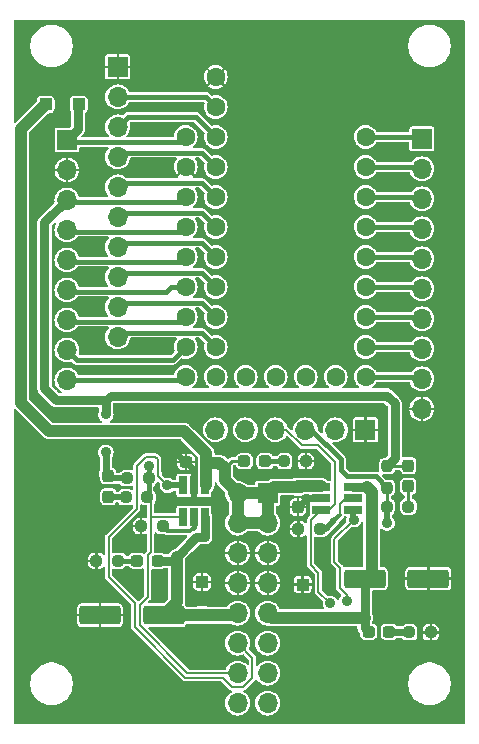
<source format=gbr>
%TF.GenerationSoftware,KiCad,Pcbnew,8.0.2*%
%TF.CreationDate,2024-06-07T02:26:32+03:00*%
%TF.ProjectId,switch emergent,73776974-6368-4206-956d-657267656e74,rev?*%
%TF.SameCoordinates,Original*%
%TF.FileFunction,Copper,L1,Top*%
%TF.FilePolarity,Positive*%
%FSLAX46Y46*%
G04 Gerber Fmt 4.6, Leading zero omitted, Abs format (unit mm)*
G04 Created by KiCad (PCBNEW 8.0.2) date 2024-06-07 02:26:32*
%MOMM*%
%LPD*%
G01*
G04 APERTURE LIST*
G04 Aperture macros list*
%AMRoundRect*
0 Rectangle with rounded corners*
0 $1 Rounding radius*
0 $2 $3 $4 $5 $6 $7 $8 $9 X,Y pos of 4 corners*
0 Add a 4 corners polygon primitive as box body*
4,1,4,$2,$3,$4,$5,$6,$7,$8,$9,$2,$3,0*
0 Add four circle primitives for the rounded corners*
1,1,$1+$1,$2,$3*
1,1,$1+$1,$4,$5*
1,1,$1+$1,$6,$7*
1,1,$1+$1,$8,$9*
0 Add four rect primitives between the rounded corners*
20,1,$1+$1,$2,$3,$4,$5,0*
20,1,$1+$1,$4,$5,$6,$7,0*
20,1,$1+$1,$6,$7,$8,$9,0*
20,1,$1+$1,$8,$9,$2,$3,0*%
G04 Aperture macros list end*
%TA.AperFunction,SMDPad,CuDef*%
%ADD10RoundRect,0.250000X1.500000X0.550000X-1.500000X0.550000X-1.500000X-0.550000X1.500000X-0.550000X0*%
%TD*%
%TA.AperFunction,SMDPad,CuDef*%
%ADD11RoundRect,0.237500X0.287500X0.237500X-0.287500X0.237500X-0.287500X-0.237500X0.287500X-0.237500X0*%
%TD*%
%TA.AperFunction,SMDPad,CuDef*%
%ADD12R,0.650000X1.560000*%
%TD*%
%TA.AperFunction,SMDPad,CuDef*%
%ADD13RoundRect,0.250000X-1.500000X-0.550000X1.500000X-0.550000X1.500000X0.550000X-1.500000X0.550000X0*%
%TD*%
%TA.AperFunction,SMDPad,CuDef*%
%ADD14RoundRect,0.237500X-0.250000X-0.237500X0.250000X-0.237500X0.250000X0.237500X-0.250000X0.237500X0*%
%TD*%
%TA.AperFunction,ComponentPad*%
%ADD15C,1.600000*%
%TD*%
%TA.AperFunction,SMDPad,CuDef*%
%ADD16RoundRect,0.250000X0.300000X-0.300000X0.300000X0.300000X-0.300000X0.300000X-0.300000X-0.300000X0*%
%TD*%
%TA.AperFunction,SMDPad,CuDef*%
%ADD17RoundRect,0.237500X0.250000X0.237500X-0.250000X0.237500X-0.250000X-0.237500X0.250000X-0.237500X0*%
%TD*%
%TA.AperFunction,ComponentPad*%
%ADD18R,1.700000X1.700000*%
%TD*%
%TA.AperFunction,ComponentPad*%
%ADD19O,1.700000X1.700000*%
%TD*%
%TA.AperFunction,SMDPad,CuDef*%
%ADD20R,1.560000X0.650000*%
%TD*%
%TA.AperFunction,SMDPad,CuDef*%
%ADD21RoundRect,0.237500X-0.237500X0.300000X-0.237500X-0.300000X0.237500X-0.300000X0.237500X0.300000X0*%
%TD*%
%TA.AperFunction,SMDPad,CuDef*%
%ADD22RoundRect,0.237500X-0.237500X0.250000X-0.237500X-0.250000X0.237500X-0.250000X0.237500X0.250000X0*%
%TD*%
%TA.AperFunction,SMDPad,CuDef*%
%ADD23RoundRect,0.237500X0.300000X0.237500X-0.300000X0.237500X-0.300000X-0.237500X0.300000X-0.237500X0*%
%TD*%
%TA.AperFunction,SMDPad,CuDef*%
%ADD24RoundRect,0.250000X0.300000X0.300000X-0.300000X0.300000X-0.300000X-0.300000X0.300000X-0.300000X0*%
%TD*%
%TA.AperFunction,SMDPad,CuDef*%
%ADD25RoundRect,0.237500X0.237500X-0.287500X0.237500X0.287500X-0.237500X0.287500X-0.237500X-0.287500X0*%
%TD*%
%TA.AperFunction,SMDPad,CuDef*%
%ADD26RoundRect,0.237500X-0.287500X-0.237500X0.287500X-0.237500X0.287500X0.237500X-0.287500X0.237500X0*%
%TD*%
%TA.AperFunction,ViaPad*%
%ADD27C,0.900000*%
%TD*%
%TA.AperFunction,Conductor*%
%ADD28C,0.200000*%
%TD*%
%TA.AperFunction,Conductor*%
%ADD29C,0.400000*%
%TD*%
%TA.AperFunction,Conductor*%
%ADD30C,0.500000*%
%TD*%
%TA.AperFunction,Conductor*%
%ADD31C,0.250000*%
%TD*%
%TA.AperFunction,Conductor*%
%ADD32C,1.000000*%
%TD*%
%TA.AperFunction,Conductor*%
%ADD33C,0.600000*%
%TD*%
%TA.AperFunction,Conductor*%
%ADD34C,0.800000*%
%TD*%
%TA.AperFunction,Conductor*%
%ADD35C,0.300000*%
%TD*%
G04 APERTURE END LIST*
D10*
%TO.P,C4,1*%
%TO.N,VOUT2*%
X69500000Y-114200000D03*
%TO.P,C4,2*%
%TO.N,GND*%
X64100000Y-114200000D03*
%TD*%
D11*
%TO.P,D1,1,K*%
%TO.N,Net-(D1-K)*%
X88587500Y-115600000D03*
%TO.P,D1,2,A*%
%TO.N,VOUT1*%
X86837500Y-115600000D03*
%TD*%
D12*
%TO.P,U2,1,IN*%
%TO.N,VBUS*%
X73000000Y-103200000D03*
%TO.P,U2,2,GND*%
%TO.N,GND*%
X72050000Y-103200000D03*
%TO.P,U2,3,EN*%
%TO.N,EN2*%
X71100000Y-103200000D03*
%TO.P,U2,4,nFAULT*%
%TO.N,nFLT2*%
X71100000Y-105900000D03*
%TO.P,U2,5,ILIM*%
%TO.N,Net-(U2-ILIM)*%
X72050000Y-105900000D03*
%TO.P,U2,6,OUT*%
%TO.N,VOUT2*%
X73000000Y-105900000D03*
%TD*%
D13*
%TO.P,C3,1*%
%TO.N,VOUT1*%
X86500000Y-111100000D03*
%TO.P,C3,2*%
%TO.N,GND*%
X91900000Y-111100000D03*
%TD*%
D14*
%TO.P,R8,1*%
%TO.N,Net-(D4-K)*%
X79700000Y-101150000D03*
%TO.P,R8,2*%
%TO.N,GND*%
X81525000Y-101150000D03*
%TD*%
%TO.P,R11,1*%
%TO.N,Net-(D6-K)*%
X66287500Y-104200000D03*
%TO.P,R11,2*%
%TO.N,nFLT2*%
X68112500Y-104200000D03*
%TD*%
%TO.P,R2,1*%
%TO.N,+3.3V*%
X66400000Y-102600000D03*
%TO.P,R2,2*%
%TO.N,nFLT2*%
X68225000Y-102600000D03*
%TD*%
D15*
%TO.P,U3,0,GP0/TX0/SDA0/MISO0*%
%TO.N,Net-(J5-Pin_1)*%
X86600000Y-73700000D03*
%TO.P,U3,1,GP1/RX0/SCL0/CS0*%
%TO.N,Net-(J5-Pin_2)*%
X86600000Y-76240000D03*
%TO.P,U3,2,GP2/SDA1/SCK1*%
%TO.N,Net-(J5-Pin_3)*%
X86600000Y-78780000D03*
%TO.P,U3,3,GP3/SCL1/MOSI0*%
%TO.N,Net-(J5-Pin_4)*%
X86600000Y-81320000D03*
%TO.P,U3,4,GP4/TX1/SDA0/MIOS0*%
%TO.N,Net-(J5-Pin_5)*%
X86600000Y-83860000D03*
%TO.P,U3,5,GP5/RX1/SCL0/CS0*%
%TO.N,Net-(J5-Pin_6)*%
X86600000Y-86400000D03*
%TO.P,U3,6,GP6/SDA1/SCK1*%
%TO.N,Net-(J5-Pin_7)*%
X86600000Y-88940000D03*
%TO.P,U3,7,GP7/SCL1/MOSI0*%
%TO.N,Net-(J5-Pin_8)*%
X86600000Y-91480000D03*
%TO.P,U3,8,GP8/TX1/SDA0/MISO1*%
%TO.N,Net-(J5-Pin_9)*%
X86600000Y-94020000D03*
%TO.P,U3,9,GP9/RX1/CS1*%
%TO.N,BTN1*%
X84060000Y-94020000D03*
%TO.P,U3,10,GP10/SDA1/SCK1*%
%TO.N,nFLT1*%
X81520000Y-94020000D03*
%TO.P,U3,11,GP11/SCL1/MOSI1*%
%TO.N,EN1*%
X78980000Y-94020000D03*
%TO.P,U3,12,GP12/TX0/SDA0/MISO1*%
%TO.N,EN2*%
X76440000Y-94020000D03*
%TO.P,U3,13,GP13/RX0/SCL0/CS1*%
%TO.N,nFLT2*%
X73900000Y-94020000D03*
%TO.P,U3,14,GP14/SDA1/SCK1*%
%TO.N,BTN2*%
X71360000Y-94020000D03*
%TO.P,U3,15,GP15/SCL1/MOSI1*%
%TO.N,Net-(J3-Pin_8)*%
X71360000Y-91480000D03*
%TO.P,U3,17,GP17/RX0/SCL0/CS0*%
%TO.N,Net-(J4-Pin_10)*%
X73900000Y-91480000D03*
%TO.P,U3,18,GP18/SDA1/SCK0*%
%TO.N,Net-(J4-Pin_9)*%
X73900000Y-88940000D03*
%TO.P,U3,19,GP19/SCL1/MOSI0*%
%TO.N,Net-(J4-Pin_8)*%
X73900000Y-86400000D03*
%TO.P,U3,20,GP20/SDA0*%
%TO.N,Net-(J4-Pin_7)*%
X73900000Y-83860000D03*
%TO.P,U3,21,GP21/SCL0*%
%TO.N,Net-(J4-Pin_6)*%
X73900000Y-81320000D03*
%TO.P,U3,22,PG22*%
%TO.N,Net-(J4-Pin_5)*%
X73900000Y-78780000D03*
%TO.P,U3,23,GP23*%
%TO.N,Net-(J4-Pin_4)*%
X73900000Y-76240000D03*
%TO.P,U3,24,GP24*%
%TO.N,Net-(J4-Pin_3)*%
X73900000Y-73700000D03*
%TO.P,U3,25,GP25*%
%TO.N,Net-(J4-Pin_2)*%
X73900000Y-71160000D03*
%TO.P,U3,26,GP26/ADC0/SDA1*%
%TO.N,Net-(J3-Pin_7)*%
X71360000Y-88940000D03*
%TO.P,U3,27,GP27/ADC1/SCL1*%
%TO.N,Net-(J3-Pin_6)*%
X71360000Y-86400000D03*
%TO.P,U3,28,GP28/ADC2*%
%TO.N,Net-(J3-Pin_5)*%
X71360000Y-83860000D03*
%TO.P,U3,29,GP29/ADC3*%
%TO.N,Net-(J3-Pin_4)*%
X71360000Y-81320000D03*
%TO.P,U3,30,3V3*%
%TO.N,+3.3V*%
X71360000Y-78780000D03*
%TO.P,U3,31,GND*%
%TO.N,GND*%
X71360000Y-76240000D03*
%TO.P,U3,32,5V*%
%TO.N,Net-(D9-K)*%
X71360000Y-73700000D03*
%TO.P,U3,33,GND*%
%TO.N,GND*%
X73900000Y-68620000D03*
%TD*%
D16*
%TO.P,D7,1,A1*%
%TO.N,VOUT1*%
X81260000Y-114400000D03*
%TO.P,D7,2,A2*%
%TO.N,GND*%
X81260000Y-111600000D03*
%TD*%
D17*
%TO.P,R4,1*%
%TO.N,Net-(U2-ILIM)*%
X69412500Y-106650000D03*
%TO.P,R4,2*%
%TO.N,GND*%
X67587500Y-106650000D03*
%TD*%
D18*
%TO.P,J5,1,Pin_1*%
%TO.N,Net-(J5-Pin_1)*%
X91350000Y-73860000D03*
D19*
%TO.P,J5,2,Pin_2*%
%TO.N,Net-(J5-Pin_2)*%
X91350000Y-76400000D03*
%TO.P,J5,3,Pin_3*%
%TO.N,Net-(J5-Pin_3)*%
X91350000Y-78940000D03*
%TO.P,J5,4,Pin_4*%
%TO.N,Net-(J5-Pin_4)*%
X91350000Y-81480000D03*
%TO.P,J5,5,Pin_5*%
%TO.N,Net-(J5-Pin_5)*%
X91350000Y-84020000D03*
%TO.P,J5,6,Pin_6*%
%TO.N,Net-(J5-Pin_6)*%
X91350000Y-86560000D03*
%TO.P,J5,7,Pin_7*%
%TO.N,Net-(J5-Pin_7)*%
X91350000Y-89100000D03*
%TO.P,J5,8,Pin_8*%
%TO.N,Net-(J5-Pin_8)*%
X91350000Y-91640000D03*
%TO.P,J5,9,Pin_9*%
%TO.N,Net-(J5-Pin_9)*%
X91350000Y-94180000D03*
%TO.P,J5,10,Pin_10*%
%TO.N,GND*%
X91350000Y-96720000D03*
%TD*%
D20*
%TO.P,U1,1,IN*%
%TO.N,VBUS*%
X82850000Y-103350000D03*
%TO.P,U1,2,GND*%
%TO.N,GND*%
X82850000Y-104300000D03*
%TO.P,U1,3,EN*%
%TO.N,EN1*%
X82850000Y-105250000D03*
%TO.P,U1,4,nFAULT*%
%TO.N,nFLT1*%
X85550000Y-105250000D03*
%TO.P,U1,5,ILIM*%
%TO.N,Net-(U1-ILIM)*%
X85550000Y-104300000D03*
%TO.P,U1,6,OUT*%
%TO.N,VOUT1*%
X85550000Y-103350000D03*
%TD*%
D21*
%TO.P,C1,1*%
%TO.N,VBUS*%
X80850000Y-103325000D03*
%TO.P,C1,2*%
%TO.N,GND*%
X80850000Y-105050000D03*
%TD*%
D18*
%TO.P,J3,1,Pin_1*%
%TO.N,Net-(D9-K)*%
X61300000Y-73960000D03*
D19*
%TO.P,J3,2,Pin_2*%
%TO.N,GND*%
X61300000Y-76500000D03*
%TO.P,J3,3,Pin_3*%
%TO.N,+3.3V*%
X61300000Y-79040000D03*
%TO.P,J3,4,Pin_4*%
%TO.N,Net-(J3-Pin_4)*%
X61300000Y-81580000D03*
%TO.P,J3,5,Pin_5*%
%TO.N,Net-(J3-Pin_5)*%
X61300000Y-84120000D03*
%TO.P,J3,6,Pin_6*%
%TO.N,Net-(J3-Pin_6)*%
X61300000Y-86660000D03*
%TO.P,J3,7,Pin_7*%
%TO.N,Net-(J3-Pin_7)*%
X61300000Y-89200000D03*
%TO.P,J3,8,Pin_8*%
%TO.N,Net-(J3-Pin_8)*%
X61300000Y-91740000D03*
%TO.P,J3,9,Pin_9*%
%TO.N,BTN2*%
X61300000Y-94280000D03*
%TD*%
D18*
%TO.P,J4,1,Pin_1*%
%TO.N,GND*%
X65600000Y-67770000D03*
D19*
%TO.P,J4,2,Pin_2*%
%TO.N,Net-(J4-Pin_2)*%
X65600000Y-70310000D03*
%TO.P,J4,3,Pin_3*%
%TO.N,Net-(J4-Pin_3)*%
X65600000Y-72850000D03*
%TO.P,J4,4,Pin_4*%
%TO.N,Net-(J4-Pin_4)*%
X65600000Y-75390000D03*
%TO.P,J4,5,Pin_5*%
%TO.N,Net-(J4-Pin_5)*%
X65600000Y-77930000D03*
%TO.P,J4,6,Pin_6*%
%TO.N,Net-(J4-Pin_6)*%
X65600000Y-80470000D03*
%TO.P,J4,7,Pin_7*%
%TO.N,Net-(J4-Pin_7)*%
X65600000Y-83010000D03*
%TO.P,J4,8,Pin_8*%
%TO.N,Net-(J4-Pin_8)*%
X65600000Y-85550000D03*
%TO.P,J4,9,Pin_9*%
%TO.N,Net-(J4-Pin_9)*%
X65600000Y-88090000D03*
%TO.P,J4,10,Pin_10*%
%TO.N,Net-(J4-Pin_10)*%
X65600000Y-90630000D03*
%TD*%
D22*
%TO.P,R1,1*%
%TO.N,+3.3V*%
X88400000Y-101575000D03*
%TO.P,R1,2*%
%TO.N,nFLT1*%
X88400000Y-103400000D03*
%TD*%
D18*
%TO.P,J2,1,Pin_1*%
%TO.N,GND*%
X86580000Y-98500000D03*
D19*
%TO.P,J2,2,Pin_2*%
%TO.N,BTN1*%
X84040000Y-98500000D03*
%TO.P,J2,3,Pin_3*%
%TO.N,nFLT1*%
X81500000Y-98500000D03*
%TO.P,J2,4,Pin_4*%
%TO.N,EN1*%
X78960000Y-98500000D03*
%TO.P,J2,5,Pin_5*%
%TO.N,EN2*%
X76420000Y-98500000D03*
%TO.P,J2,6,Pin_6*%
%TO.N,nFLT2*%
X73880000Y-98500000D03*
%TD*%
D23*
%TO.P,C2,1*%
%TO.N,VBUS*%
X73100000Y-101200000D03*
%TO.P,C2,2*%
%TO.N,GND*%
X71375000Y-101200000D03*
%TD*%
D24*
%TO.P,D9,1,K*%
%TO.N,Net-(D9-K)*%
X62300000Y-70950000D03*
%TO.P,D9,2,A*%
%TO.N,VBUS*%
X59500000Y-70950000D03*
%TD*%
D17*
%TO.P,R10,1*%
%TO.N,Net-(D5-K)*%
X90212500Y-105000000D03*
%TO.P,R10,2*%
%TO.N,nFLT1*%
X88387500Y-105000000D03*
%TD*%
D18*
%TO.P,J1,1,Pin_1*%
%TO.N,VBUS*%
X78300000Y-103860000D03*
D19*
%TO.P,J1,2,Pin_2*%
X75760000Y-103860000D03*
%TO.P,J1,3,Pin_3*%
X78300000Y-106400000D03*
%TO.P,J1,4,Pin_4*%
X75760000Y-106400000D03*
%TO.P,J1,5,Pin_5*%
%TO.N,GND*%
X78300000Y-108940000D03*
%TO.P,J1,6,Pin_6*%
X75760000Y-108940000D03*
%TO.P,J1,7,Pin_7*%
X78300000Y-111480000D03*
%TO.P,J1,8,Pin_8*%
X75760000Y-111480000D03*
%TO.P,J1,9,Pin_9*%
%TO.N,VOUT1*%
X78300000Y-114020000D03*
%TO.P,J1,10,Pin_10*%
%TO.N,VOUT2*%
X75760000Y-114020000D03*
%TO.P,J1,11,Pin_11*%
%TO.N,EN1*%
X78300000Y-116560000D03*
%TO.P,J1,12,Pin_12*%
%TO.N,EN2*%
X75760000Y-116560000D03*
%TO.P,J1,13,Pin_13*%
%TO.N,nFLT1*%
X78300000Y-119100000D03*
%TO.P,J1,14,Pin_14*%
%TO.N,nFLT2*%
X75760000Y-119100000D03*
%TO.P,J1,15,Pin_15*%
%TO.N,BTN1*%
X78300000Y-121640000D03*
%TO.P,J1,16,Pin_16*%
%TO.N,BTN2*%
X75760000Y-121640000D03*
%TD*%
D16*
%TO.P,D8,1,A1*%
%TO.N,VOUT2*%
X72750000Y-114200000D03*
%TO.P,D8,2,A2*%
%TO.N,GND*%
X72750000Y-111400000D03*
%TD*%
D25*
%TO.P,D5,1,K*%
%TO.N,Net-(D5-K)*%
X90200000Y-103275000D03*
%TO.P,D5,2,A*%
%TO.N,+3.3V*%
X90200000Y-101525000D03*
%TD*%
D11*
%TO.P,D4,1,K*%
%TO.N,Net-(D4-K)*%
X78075000Y-101150000D03*
%TO.P,D4,2,A*%
%TO.N,VBUS*%
X76325000Y-101150000D03*
%TD*%
D25*
%TO.P,D6,1,K*%
%TO.N,Net-(D6-K)*%
X64800000Y-104150000D03*
%TO.P,D6,2,A*%
%TO.N,+3.3V*%
X64800000Y-102400000D03*
%TD*%
D17*
%TO.P,R3,1*%
%TO.N,Net-(U1-ILIM)*%
X82725000Y-106900000D03*
%TO.P,R3,2*%
%TO.N,GND*%
X80900000Y-106900000D03*
%TD*%
D14*
%TO.P,R5,1*%
%TO.N,Net-(D1-K)*%
X90287500Y-115650000D03*
%TO.P,R5,2*%
%TO.N,GND*%
X92112500Y-115650000D03*
%TD*%
D26*
%TO.P,D2,1,K*%
%TO.N,Net-(D2-K)*%
X67225000Y-109600000D03*
%TO.P,D2,2,A*%
%TO.N,VOUT2*%
X68975000Y-109600000D03*
%TD*%
D17*
%TO.P,R6,1*%
%TO.N,Net-(D2-K)*%
X65625000Y-109600000D03*
%TO.P,R6,2*%
%TO.N,GND*%
X63800000Y-109600000D03*
%TD*%
D27*
%TO.N,GND*%
X81200000Y-113000000D03*
X72600000Y-112800000D03*
X73200000Y-109000000D03*
X69200000Y-105000000D03*
X82800000Y-108400000D03*
X70000000Y-101000000D03*
X69600000Y-100000000D03*
X79800000Y-113000000D03*
X74200000Y-105600000D03*
X70200000Y-102000000D03*
X71200000Y-117400000D03*
%TO.N,VBUS*%
X74650000Y-102200000D03*
%TO.N,GND*%
X59600000Y-107600000D03*
X91200000Y-109500000D03*
X70394801Y-104592790D03*
X73800000Y-117600000D03*
X80200000Y-81400000D03*
X92400000Y-95600000D03*
X67400000Y-117400000D03*
X62000000Y-100400000D03*
X72000000Y-69200000D03*
X67800000Y-66200000D03*
X72200000Y-121800000D03*
X79400000Y-110000000D03*
X90200000Y-97800000D03*
X59600000Y-75400000D03*
X66000000Y-111000000D03*
X77800000Y-97000000D03*
X77000000Y-110000000D03*
X85200000Y-99800000D03*
X94400000Y-111100000D03*
X80200000Y-97000000D03*
X69800000Y-121800000D03*
X79600000Y-70000000D03*
X84000000Y-75000000D03*
X67400000Y-108000000D03*
X80000000Y-99800000D03*
X94000000Y-95000000D03*
X93600000Y-70200000D03*
X63200000Y-110800000D03*
X89200000Y-111100000D03*
X91000000Y-112700000D03*
X65600000Y-108000000D03*
X58000000Y-69400000D03*
X61400000Y-114200000D03*
X75200000Y-97000000D03*
X71600000Y-116000000D03*
X92600000Y-112700000D03*
X76000000Y-92000000D03*
X88000000Y-97200000D03*
X74000000Y-112200000D03*
X90200000Y-95600000D03*
X80800000Y-108200000D03*
X69600000Y-119600000D03*
X68200000Y-97200000D03*
X85900000Y-107400000D03*
X70200000Y-97200000D03*
X79600000Y-105400000D03*
X94000000Y-80200000D03*
X69200000Y-111800000D03*
X85400000Y-122000000D03*
X69600000Y-108000000D03*
X80800000Y-110000000D03*
X62000000Y-104400000D03*
X74200000Y-110000000D03*
X77000000Y-115400000D03*
X93400000Y-109500000D03*
X80200000Y-117800000D03*
X64600000Y-121800000D03*
X79400000Y-107800000D03*
X94000000Y-85200000D03*
X62800000Y-112600000D03*
X83800000Y-85400000D03*
X66200000Y-100100000D03*
X65200000Y-115800000D03*
X77600000Y-99600000D03*
X63800000Y-108400000D03*
X81000000Y-122200000D03*
X62600000Y-115800000D03*
X66000000Y-97200000D03*
X84400000Y-92000000D03*
X94000000Y-75200000D03*
X72400000Y-67400000D03*
X94000000Y-90400000D03*
X58600000Y-115200000D03*
X86000000Y-101000000D03*
X72300000Y-97200000D03*
X84700000Y-109400000D03*
X85400000Y-120000000D03*
X58600000Y-104600000D03*
X68000000Y-68800000D03*
X88400000Y-64800000D03*
X87200000Y-122200000D03*
X63400000Y-77600000D03*
X80000000Y-89800000D03*
X92800000Y-104000000D03*
X80600000Y-102000000D03*
X82000000Y-120000000D03*
X65200000Y-112600000D03*
X85200000Y-97200000D03*
X72200000Y-64600000D03*
X75600000Y-69800000D03*
X62600000Y-109600000D03*
X83500000Y-111600000D03*
X87800000Y-118200000D03*
X74200000Y-104200000D03*
X76000000Y-85400000D03*
X77010000Y-107800000D03*
X85600000Y-68200000D03*
X64200000Y-64400000D03*
X75600000Y-67400000D03*
X80200000Y-81400000D03*
X67000000Y-111800000D03*
X81800000Y-64800000D03*
X87800000Y-120800000D03*
X83800000Y-118200000D03*
X70800000Y-100000000D03*
X57600000Y-70800000D03*
X58600000Y-110600000D03*
X92600000Y-97800000D03*
X83000000Y-109800000D03*
X63400000Y-75400000D03*
X77000000Y-112400000D03*
X58400000Y-100400000D03*
X82800000Y-96800000D03*
X67200000Y-121800000D03*
X63000000Y-97200000D03*
X76600000Y-75000000D03*
X88000000Y-99800000D03*
X74400000Y-107600000D03*
X80000000Y-115800000D03*
X63800000Y-66600000D03*
X72600000Y-92800000D03*
X83200000Y-122000000D03*
X80000000Y-111000000D03*
X60600000Y-97200000D03*
X65600000Y-105600000D03*
X63600000Y-68600000D03*
X59800000Y-78000000D03*
X83000000Y-101600000D03*
X72200000Y-110000000D03*
X91800000Y-99800000D03*
%TO.N,EN1*%
X83600000Y-113200000D03*
%TO.N,nFLT1*%
X85000000Y-113000000D03*
X85600000Y-106100000D03*
X88400000Y-106400000D03*
%TO.N,EN2*%
X69800000Y-103200000D03*
%TO.N,nFLT2*%
X68225000Y-101600000D03*
%TO.N,+3.3V*%
X64600000Y-97200000D03*
X64600000Y-100400000D03*
%TD*%
D28*
%TO.N,nFLT2*%
X68400000Y-105800000D02*
X68400000Y-104375000D01*
X68400000Y-104375000D02*
X68225000Y-104200000D01*
D29*
X68225000Y-102600000D02*
X68225000Y-104200000D01*
D28*
X70375000Y-105875000D02*
X68475000Y-105875000D01*
X68475000Y-105875000D02*
X68400000Y-105800000D01*
X70400000Y-105900000D02*
X70375000Y-105875000D01*
X68400000Y-105800000D02*
X68400000Y-108883278D01*
X70400000Y-105900000D02*
X71100000Y-105900000D01*
X70300000Y-105900000D02*
X70400000Y-105900000D01*
D30*
%TO.N,GND*%
X70800000Y-100725000D02*
X71375000Y-101300000D01*
X70800000Y-100000000D02*
X70800000Y-100725000D01*
D29*
X73800000Y-104600000D02*
X72000000Y-104600000D01*
X74200000Y-104200000D02*
X73800000Y-104600000D01*
D28*
%TO.N,EN2*%
X77000000Y-117800000D02*
X75760000Y-116560000D01*
X77000000Y-119486346D02*
X77000000Y-117800000D01*
X76236346Y-120250000D02*
X77000000Y-119486346D01*
X75283654Y-120250000D02*
X76236346Y-120250000D01*
X74533654Y-119500000D02*
X75283654Y-120250000D01*
X71334314Y-119500000D02*
X74533654Y-119500000D01*
X67050000Y-115215686D02*
X71334314Y-119500000D01*
X64837500Y-110971814D02*
X67050000Y-113184314D01*
X67050000Y-113184314D02*
X67050000Y-115215686D01*
X64837500Y-107562500D02*
X64837500Y-110971814D01*
X67200000Y-101564339D02*
X67200000Y-105200000D01*
X67200000Y-105200000D02*
X64837500Y-107562500D01*
X68800000Y-100800000D02*
X67964339Y-100800000D01*
X67964339Y-100800000D02*
X67200000Y-101564339D01*
X69000000Y-101000000D02*
X68800000Y-100800000D01*
X69000000Y-102120778D02*
X69000000Y-101000000D01*
X69012500Y-102412500D02*
X69012500Y-102133278D01*
X69800000Y-103200000D02*
X69012500Y-102412500D01*
X69012500Y-102133278D02*
X69000000Y-102120778D01*
D31*
%TO.N,VBUS*%
X76325000Y-101150000D02*
X75250000Y-101150000D01*
X75250000Y-101150000D02*
X74650000Y-101750000D01*
D32*
X74650000Y-102200000D02*
X74650000Y-101750000D01*
X80850000Y-103325000D02*
X78835000Y-103325000D01*
X59800000Y-98600000D02*
X57400000Y-96200000D01*
X78300000Y-106400000D02*
X75760000Y-106400000D01*
X75760000Y-103860000D02*
X74650000Y-102750000D01*
X73100000Y-103175000D02*
X73075000Y-103200000D01*
X75760000Y-103860000D02*
X78300000Y-103860000D01*
X80900000Y-103275000D02*
X82850000Y-103275000D01*
X71200000Y-98600000D02*
X59800000Y-98600000D01*
X80850000Y-103325000D02*
X80900000Y-103275000D01*
X73100000Y-101300000D02*
X73100000Y-103175000D01*
X57400000Y-73050000D02*
X59500000Y-70950000D01*
X78835000Y-103325000D02*
X78300000Y-103860000D01*
X74650000Y-101750000D02*
X74200000Y-101300000D01*
X78300000Y-103860000D02*
X78300000Y-106400000D01*
X73100000Y-101300000D02*
X73100000Y-100500000D01*
X74200000Y-101300000D02*
X73100000Y-101300000D01*
X57400000Y-96200000D02*
X57400000Y-73050000D01*
X75760000Y-103860000D02*
X75760000Y-106400000D01*
X73100000Y-100500000D02*
X71200000Y-98600000D01*
X74650000Y-102750000D02*
X74650000Y-102200000D01*
D33*
%TO.N,GND*%
X82850000Y-104300000D02*
X81600000Y-104300000D01*
D30*
X72050000Y-104550000D02*
X72050000Y-103200000D01*
D33*
X72050000Y-101875000D02*
X72050000Y-103200000D01*
X71375000Y-101200000D02*
X72050000Y-101875000D01*
D30*
X72000000Y-104600000D02*
X72050000Y-104550000D01*
D32*
X78370000Y-109010000D02*
X78300000Y-108940000D01*
D33*
X81600000Y-104300000D02*
X80850000Y-105050000D01*
D34*
%TO.N,VOUT1*%
X86500000Y-114400000D02*
X86500000Y-115262500D01*
D32*
X86705000Y-103350000D02*
X87100000Y-103745000D01*
X78680000Y-114400000D02*
X78300000Y-114020000D01*
D34*
X86500000Y-115262500D02*
X86837500Y-115600000D01*
D32*
X87100000Y-110500000D02*
X86500000Y-111100000D01*
X81260000Y-114400000D02*
X78680000Y-114400000D01*
X81260000Y-114400000D02*
X86500000Y-114400000D01*
X87100000Y-103745000D02*
X87100000Y-110500000D01*
D34*
X85550000Y-103350000D02*
X86705000Y-103350000D01*
X86500000Y-111100000D02*
X86500000Y-114400000D01*
%TO.N,VOUT2*%
X72340990Y-107600000D02*
X72270495Y-107600000D01*
D32*
X72750000Y-114200000D02*
X75580000Y-114200000D01*
X70600000Y-109270495D02*
X70600000Y-113100000D01*
D34*
X73000000Y-107600000D02*
X72340990Y-107600000D01*
X70270495Y-109600000D02*
X70600000Y-109270495D01*
D32*
X75580000Y-114200000D02*
X75760000Y-114020000D01*
X70600000Y-113100000D02*
X69500000Y-114200000D01*
D34*
X72270495Y-107600000D02*
X70600000Y-109270495D01*
D32*
X72750000Y-114200000D02*
X69500000Y-114200000D01*
D34*
X73000000Y-107600000D02*
X73000000Y-105900000D01*
X68975000Y-109600000D02*
X70270495Y-109600000D01*
D33*
%TO.N,Net-(D1-K)*%
X90237500Y-115600000D02*
X90287500Y-115650000D01*
X88587500Y-115600000D02*
X90237500Y-115600000D01*
D29*
%TO.N,Net-(D2-K)*%
X65625000Y-109600000D02*
X67225000Y-109600000D01*
D30*
%TO.N,Net-(U1-ILIM)*%
X82725000Y-106900000D02*
X83212500Y-106900000D01*
D28*
X84400000Y-105712500D02*
X84400000Y-104800000D01*
D35*
X83950000Y-106162500D02*
X84400000Y-105712500D01*
D30*
X83212500Y-106900000D02*
X83950000Y-106162500D01*
D28*
X84400000Y-104800000D02*
X84900000Y-104300000D01*
X84900000Y-104300000D02*
X85550000Y-104300000D01*
D35*
%TO.N,Net-(U2-ILIM)*%
X71975000Y-106800000D02*
X71725000Y-107050000D01*
D29*
X72050000Y-105900000D02*
X72050000Y-106725000D01*
D35*
X71725000Y-107050000D02*
X69812500Y-107050000D01*
X69812500Y-107050000D02*
X69412500Y-106650000D01*
D29*
X72050000Y-106725000D02*
X71975000Y-106800000D01*
%TO.N,Net-(D4-K)*%
X78075000Y-101150000D02*
X79700000Y-101150000D01*
D31*
%TO.N,Net-(D5-K)*%
X90212500Y-103287500D02*
X90200000Y-103275000D01*
X90212500Y-105000000D02*
X90212500Y-103287500D01*
D30*
%TO.N,Net-(D6-K)*%
X64850000Y-104200000D02*
X64800000Y-104150000D01*
X66400000Y-104200000D02*
X64850000Y-104200000D01*
D28*
%TO.N,EN1*%
X84000000Y-101200000D02*
X82600000Y-99800000D01*
X81173654Y-99800000D02*
X79873654Y-98500000D01*
X82600000Y-99800000D02*
X81173654Y-99800000D01*
X83600000Y-113200000D02*
X82600000Y-112200000D01*
X81937500Y-109937500D02*
X81937500Y-106162500D01*
X83500000Y-105250000D02*
X84000000Y-104750000D01*
X82600000Y-110600000D02*
X81937500Y-109937500D01*
X79873654Y-98500000D02*
X78960000Y-98500000D01*
X84000000Y-104750000D02*
X84000000Y-101200000D01*
X81937500Y-106162500D02*
X82850000Y-105250000D01*
D29*
X78980000Y-98480000D02*
X78960000Y-98500000D01*
D28*
X82600000Y-112200000D02*
X82600000Y-110600000D01*
X82850000Y-105250000D02*
X83500000Y-105250000D01*
D29*
%TO.N,nFLT1*%
X84500000Y-100992894D02*
X82007106Y-98500000D01*
D31*
X88387500Y-103412500D02*
X88400000Y-103400000D01*
D30*
X88400000Y-105012500D02*
X88387500Y-105000000D01*
D28*
X85000000Y-112500000D02*
X84400000Y-111900000D01*
X83950000Y-107750000D02*
X85600000Y-106100000D01*
X83950000Y-109710661D02*
X83950000Y-107750000D01*
D29*
X81520000Y-98480000D02*
X81500000Y-98500000D01*
D30*
X85550000Y-105250000D02*
X85550000Y-106050000D01*
X85550000Y-106050000D02*
X85600000Y-106100000D01*
D29*
X88400000Y-103400000D02*
X87450000Y-102450000D01*
D31*
X88387500Y-105000000D02*
X88387500Y-103412500D01*
D29*
X82007106Y-98500000D02*
X81500000Y-98500000D01*
X84500000Y-101900000D02*
X84500000Y-100992894D01*
D28*
X84400000Y-110160661D02*
X83950000Y-109710661D01*
D29*
X87450000Y-102450000D02*
X85050000Y-102450000D01*
D28*
X84400000Y-111900000D02*
X84400000Y-110160661D01*
D30*
X88400000Y-106400000D02*
X88400000Y-105012500D01*
D28*
X85000000Y-113000000D02*
X85000000Y-112500000D01*
D29*
X85050000Y-102450000D02*
X84500000Y-101900000D01*
%TO.N,EN2*%
X76440000Y-98480000D02*
X76420000Y-98500000D01*
D30*
X71100000Y-103200000D02*
X69800000Y-103200000D01*
D28*
%TO.N,nFLT2*%
X68400000Y-108883278D02*
X68150000Y-109133278D01*
X71500000Y-119100000D02*
X75760000Y-119100000D01*
X68150000Y-112650000D02*
X67450000Y-113350000D01*
D29*
X73900000Y-98480000D02*
X73880000Y-98500000D01*
D28*
X67450000Y-115050000D02*
X71500000Y-119100000D01*
X67450000Y-113350000D02*
X67450000Y-115050000D01*
X68150000Y-109133278D02*
X68150000Y-112650000D01*
D29*
X68225000Y-101600000D02*
X68225000Y-102600000D01*
%TO.N,+3.3V*%
X61440000Y-79180000D02*
X70960000Y-79180000D01*
D34*
X64600000Y-102200000D02*
X64800000Y-102400000D01*
D31*
X90150000Y-101575000D02*
X90200000Y-101525000D01*
D34*
X65000000Y-95600000D02*
X88400000Y-95600000D01*
X61300000Y-79040000D02*
X59400000Y-80940000D01*
D33*
X64600000Y-100400000D02*
X64600000Y-102200000D01*
D34*
X59400000Y-80940000D02*
X59400000Y-95000000D01*
D30*
X66400000Y-102600000D02*
X65000000Y-102600000D01*
D34*
X88400000Y-95600000D02*
X89050000Y-96250000D01*
X64600000Y-96000000D02*
X64600000Y-97200000D01*
X64600000Y-96000000D02*
X65000000Y-95600000D01*
D29*
X61300000Y-79040000D02*
X61440000Y-79180000D01*
D30*
X65000000Y-102600000D02*
X64800000Y-102400000D01*
D29*
X70960000Y-79180000D02*
X71360000Y-78780000D01*
D34*
X59400000Y-95000000D02*
X60400000Y-96000000D01*
X89050000Y-96250000D02*
X89050000Y-100925000D01*
X60400000Y-96000000D02*
X64600000Y-96000000D01*
D31*
X88400000Y-101575000D02*
X90150000Y-101575000D01*
D34*
X89050000Y-100925000D02*
X88400000Y-101575000D01*
D29*
%TO.N,Net-(J3-Pin_4)*%
X70960000Y-81720000D02*
X71360000Y-81320000D01*
X61300000Y-81580000D02*
X61440000Y-81720000D01*
X61440000Y-81720000D02*
X70960000Y-81720000D01*
%TO.N,Net-(J3-Pin_5)*%
X70960000Y-84260000D02*
X71360000Y-83860000D01*
X61300000Y-84120000D02*
X61440000Y-84260000D01*
X61440000Y-84260000D02*
X70960000Y-84260000D01*
%TO.N,Net-(J3-Pin_6)*%
X61300000Y-86660000D02*
X61440000Y-86800000D01*
X69700000Y-86800000D02*
X70100000Y-86400000D01*
X61440000Y-86800000D02*
X69700000Y-86800000D01*
X70100000Y-86400000D02*
X71360000Y-86400000D01*
%TO.N,Net-(J3-Pin_7)*%
X61300000Y-89200000D02*
X61440000Y-89340000D01*
X70960000Y-89340000D02*
X71360000Y-88940000D01*
X61440000Y-89340000D02*
X70960000Y-89340000D01*
%TO.N,Net-(J3-Pin_8)*%
X61300000Y-91740000D02*
X62150000Y-92590000D01*
X70250000Y-92590000D02*
X71360000Y-91480000D01*
X62150000Y-92590000D02*
X70250000Y-92590000D01*
%TO.N,BTN1*%
X84060000Y-98480000D02*
X84040000Y-98500000D01*
%TO.N,Net-(J4-Pin_2)*%
X73050000Y-70310000D02*
X73900000Y-71160000D01*
X65600000Y-70310000D02*
X73050000Y-70310000D01*
%TO.N,Net-(J4-Pin_3)*%
X65600000Y-72850000D02*
X66450000Y-72000000D01*
X72200000Y-72000000D02*
X73900000Y-73700000D01*
X66450000Y-72000000D02*
X72200000Y-72000000D01*
%TO.N,Net-(J4-Pin_4)*%
X72700000Y-75040000D02*
X73900000Y-76240000D01*
X65950000Y-75040000D02*
X72700000Y-75040000D01*
X65600000Y-75390000D02*
X65950000Y-75040000D01*
%TO.N,Net-(J4-Pin_5)*%
X72700000Y-77580000D02*
X73900000Y-78780000D01*
X65950000Y-77580000D02*
X72700000Y-77580000D01*
X65600000Y-77930000D02*
X65950000Y-77580000D01*
%TO.N,Net-(J4-Pin_6)*%
X65600000Y-80470000D02*
X65950000Y-80120000D01*
X72700000Y-80120000D02*
X73900000Y-81320000D01*
X65950000Y-80120000D02*
X72700000Y-80120000D01*
%TO.N,Net-(J4-Pin_7)*%
X72700000Y-82660000D02*
X73900000Y-83860000D01*
X65950000Y-82660000D02*
X72700000Y-82660000D01*
X65600000Y-83010000D02*
X65950000Y-82660000D01*
%TO.N,Net-(J4-Pin_8)*%
X65600000Y-85550000D02*
X65950000Y-85200000D01*
X65950000Y-85200000D02*
X72700000Y-85200000D01*
X72700000Y-85200000D02*
X73900000Y-86400000D01*
%TO.N,Net-(J4-Pin_9)*%
X72700000Y-87740000D02*
X73900000Y-88940000D01*
X65950000Y-87740000D02*
X72700000Y-87740000D01*
X65600000Y-88090000D02*
X65950000Y-87740000D01*
%TO.N,Net-(J4-Pin_10)*%
X72700000Y-90280000D02*
X73900000Y-91480000D01*
X65950000Y-90280000D02*
X72700000Y-90280000D01*
X65600000Y-90630000D02*
X65950000Y-90280000D01*
%TO.N,Net-(J5-Pin_1)*%
X86600000Y-73700000D02*
X91190000Y-73700000D01*
X91190000Y-73700000D02*
X91350000Y-73860000D01*
%TO.N,Net-(J5-Pin_2)*%
X91190000Y-76240000D02*
X91350000Y-76400000D01*
X86600000Y-76240000D02*
X91190000Y-76240000D01*
%TO.N,Net-(J5-Pin_3)*%
X86600000Y-78780000D02*
X91190000Y-78780000D01*
X91190000Y-78780000D02*
X91350000Y-78940000D01*
%TO.N,Net-(J5-Pin_4)*%
X86600000Y-81320000D02*
X91190000Y-81320000D01*
X91190000Y-81320000D02*
X91350000Y-81480000D01*
%TO.N,Net-(J5-Pin_5)*%
X86600000Y-83860000D02*
X91190000Y-83860000D01*
X91190000Y-83860000D02*
X91350000Y-84020000D01*
%TO.N,Net-(J5-Pin_6)*%
X86600000Y-86400000D02*
X91190000Y-86400000D01*
X91190000Y-86400000D02*
X91350000Y-86560000D01*
%TO.N,Net-(J5-Pin_7)*%
X86600000Y-88940000D02*
X91190000Y-88940000D01*
X91190000Y-88940000D02*
X91350000Y-89100000D01*
%TO.N,Net-(J5-Pin_8)*%
X86600000Y-91480000D02*
X91190000Y-91480000D01*
X91190000Y-91480000D02*
X91350000Y-91640000D01*
%TO.N,Net-(J5-Pin_9)*%
X91190000Y-94020000D02*
X91350000Y-94180000D01*
X86600000Y-94020000D02*
X91190000Y-94020000D01*
%TO.N,BTN2*%
X61300000Y-94280000D02*
X71100000Y-94280000D01*
X71100000Y-94280000D02*
X71360000Y-94020000D01*
D34*
%TO.N,Net-(D9-K)*%
X62262500Y-71250000D02*
X62262500Y-72997500D01*
D29*
X61300000Y-73960000D02*
X61480000Y-74140000D01*
D34*
X62262500Y-72997500D02*
X61300000Y-73960000D01*
D29*
X70920000Y-74140000D02*
X71360000Y-73700000D01*
X61480000Y-74140000D02*
X70920000Y-74140000D01*
%TD*%
%TA.AperFunction,Conductor*%
%TO.N,GND*%
G36*
X69858691Y-110219407D02*
G01*
X69894655Y-110268907D01*
X69899500Y-110299500D01*
X69899500Y-112768835D01*
X69880593Y-112827026D01*
X69870504Y-112838839D01*
X69538839Y-113170504D01*
X69484322Y-113198281D01*
X69468835Y-113199500D01*
X68264479Y-113199500D01*
X68206288Y-113180593D01*
X68170324Y-113131093D01*
X68170324Y-113069907D01*
X68194475Y-113030497D01*
X68329494Y-112895477D01*
X68390460Y-112834511D01*
X68430021Y-112765989D01*
X68450500Y-112689562D01*
X68450500Y-110358137D01*
X68469407Y-110299946D01*
X68518907Y-110263982D01*
X68580093Y-110263982D01*
X68582119Y-110264665D01*
X68605151Y-110272725D01*
X68629412Y-110275000D01*
X68634733Y-110275499D01*
X68634738Y-110275500D01*
X68634744Y-110275500D01*
X69315262Y-110275500D01*
X69315265Y-110275499D01*
X69344849Y-110272725D01*
X69469475Y-110229116D01*
X69471184Y-110227855D01*
X69482041Y-110219843D01*
X69540089Y-110200503D01*
X69540826Y-110200500D01*
X69800500Y-110200500D01*
X69858691Y-110219407D01*
G37*
%TD.AperFunction*%
%TA.AperFunction,Conductor*%
G36*
X66521642Y-110019407D02*
G01*
X66543106Y-110040712D01*
X66615507Y-110138812D01*
X66624289Y-110150711D01*
X66624292Y-110150713D01*
X66624293Y-110150714D01*
X66730523Y-110229115D01*
X66730524Y-110229115D01*
X66730525Y-110229116D01*
X66855151Y-110272725D01*
X66879412Y-110275000D01*
X66884733Y-110275499D01*
X66884738Y-110275500D01*
X66884744Y-110275500D01*
X67565262Y-110275500D01*
X67565265Y-110275499D01*
X67594849Y-110272725D01*
X67717803Y-110229700D01*
X67778972Y-110228327D01*
X67829266Y-110263171D01*
X67849475Y-110320923D01*
X67849500Y-110323145D01*
X67849500Y-112484520D01*
X67830593Y-112542711D01*
X67820504Y-112554524D01*
X67402846Y-112972182D01*
X67348329Y-112999959D01*
X67287897Y-112990388D01*
X67262841Y-112972184D01*
X65166996Y-110876339D01*
X65139219Y-110821822D01*
X65138000Y-110806335D01*
X65138000Y-110358137D01*
X65156907Y-110299946D01*
X65206407Y-110263982D01*
X65267593Y-110263982D01*
X65269619Y-110264665D01*
X65292651Y-110272725D01*
X65316912Y-110275000D01*
X65322233Y-110275499D01*
X65322238Y-110275500D01*
X65322244Y-110275500D01*
X65927762Y-110275500D01*
X65927765Y-110275499D01*
X65957349Y-110272725D01*
X66081975Y-110229116D01*
X66188211Y-110150711D01*
X66248059Y-110069619D01*
X66269394Y-110040712D01*
X66319161Y-110005119D01*
X66349049Y-110000500D01*
X66463451Y-110000500D01*
X66521642Y-110019407D01*
G37*
%TD.AperFunction*%
%TA.AperFunction,Conductor*%
G36*
X67648665Y-104826208D02*
G01*
X67648962Y-104825648D01*
X67655523Y-104829115D01*
X67655524Y-104829115D01*
X67655525Y-104829116D01*
X67780151Y-104872725D01*
X67807441Y-104875284D01*
X67809733Y-104875499D01*
X67809738Y-104875500D01*
X67809744Y-104875500D01*
X68000500Y-104875500D01*
X68058691Y-104894407D01*
X68094655Y-104943907D01*
X68099500Y-104974500D01*
X68099500Y-105901139D01*
X68080593Y-105959330D01*
X68031093Y-105995294D01*
X67969907Y-105995294D01*
X67967802Y-105994583D01*
X67919759Y-105977772D01*
X67919758Y-105977771D01*
X67890201Y-105975000D01*
X67687501Y-105975000D01*
X67687500Y-105975001D01*
X67687500Y-107324999D01*
X67687501Y-107325000D01*
X67890201Y-107325000D01*
X67919757Y-107322228D01*
X67967801Y-107305416D01*
X68028971Y-107304042D01*
X68079266Y-107338885D01*
X68099475Y-107396637D01*
X68099500Y-107398860D01*
X68099500Y-108717799D01*
X68080593Y-108775990D01*
X68070504Y-108787803D01*
X67965489Y-108892818D01*
X67965488Y-108892817D01*
X67909540Y-108948765D01*
X67899187Y-108966699D01*
X67853717Y-109007640D01*
X67792867Y-109014034D01*
X67754663Y-108996853D01*
X67719476Y-108970884D01*
X67594852Y-108927276D01*
X67594851Y-108927275D01*
X67594849Y-108927275D01*
X67594847Y-108927274D01*
X67594844Y-108927274D01*
X67565266Y-108924500D01*
X67565256Y-108924500D01*
X66884744Y-108924500D01*
X66884733Y-108924500D01*
X66855155Y-108927274D01*
X66855147Y-108927276D01*
X66730523Y-108970884D01*
X66624293Y-109049285D01*
X66624285Y-109049293D01*
X66543106Y-109159288D01*
X66493339Y-109194881D01*
X66463451Y-109199500D01*
X66349049Y-109199500D01*
X66290858Y-109180593D01*
X66269394Y-109159288D01*
X66188214Y-109049293D01*
X66188213Y-109049292D01*
X66188211Y-109049289D01*
X66188206Y-109049285D01*
X66081976Y-108970884D01*
X65957352Y-108927276D01*
X65957351Y-108927275D01*
X65957349Y-108927275D01*
X65957347Y-108927274D01*
X65957344Y-108927274D01*
X65927766Y-108924500D01*
X65927756Y-108924500D01*
X65322244Y-108924500D01*
X65322233Y-108924500D01*
X65292655Y-108927274D01*
X65292651Y-108927275D01*
X65269697Y-108935307D01*
X65208527Y-108936679D01*
X65158233Y-108901835D01*
X65138025Y-108844083D01*
X65138000Y-108841862D01*
X65138000Y-107727978D01*
X65156907Y-107669787D01*
X65166990Y-107657980D01*
X66074970Y-106750001D01*
X66900000Y-106750001D01*
X66900000Y-106940201D01*
X66902771Y-106969758D01*
X66902772Y-106969759D01*
X66946330Y-107094240D01*
X67024641Y-107200348D01*
X67024651Y-107200358D01*
X67130759Y-107278669D01*
X67255240Y-107322227D01*
X67255241Y-107322228D01*
X67284799Y-107325000D01*
X67487499Y-107325000D01*
X67487500Y-107324999D01*
X67487500Y-106750001D01*
X67487499Y-106750000D01*
X66900001Y-106750000D01*
X66900000Y-106750001D01*
X66074970Y-106750001D01*
X66465173Y-106359798D01*
X66900000Y-106359798D01*
X66900000Y-106549999D01*
X66900001Y-106550000D01*
X67487499Y-106550000D01*
X67487500Y-106549999D01*
X67487500Y-105975001D01*
X67487499Y-105975000D01*
X67284799Y-105975000D01*
X67255241Y-105977771D01*
X67255240Y-105977772D01*
X67130759Y-106021330D01*
X67024651Y-106099641D01*
X67024641Y-106099651D01*
X66946330Y-106205759D01*
X66902772Y-106330240D01*
X66902771Y-106330241D01*
X66900000Y-106359798D01*
X66465173Y-106359798D01*
X67440460Y-105384511D01*
X67480022Y-105315988D01*
X67500500Y-105239562D01*
X67500500Y-105160438D01*
X67500500Y-104910810D01*
X67519407Y-104852619D01*
X67568907Y-104816655D01*
X67630093Y-104816655D01*
X67648665Y-104826208D01*
G37*
%TD.AperFunction*%
%TA.AperFunction,Conductor*%
G36*
X68858285Y-107207350D02*
G01*
X68908190Y-107244181D01*
X68955523Y-107279115D01*
X68955524Y-107279115D01*
X68955525Y-107279116D01*
X69080151Y-107322725D01*
X69104412Y-107325000D01*
X69109733Y-107325499D01*
X69109738Y-107325500D01*
X69109744Y-107325500D01*
X69562154Y-107325500D01*
X69611655Y-107338764D01*
X69677212Y-107376614D01*
X69766356Y-107400500D01*
X71381751Y-107400500D01*
X71439942Y-107419407D01*
X71475906Y-107468907D01*
X71475906Y-107530093D01*
X71451755Y-107569504D01*
X70452698Y-108568560D01*
X70402014Y-108595653D01*
X70395672Y-108596914D01*
X70395669Y-108596915D01*
X70268193Y-108649717D01*
X70268182Y-108649723D01*
X70153458Y-108726380D01*
X70055889Y-108823949D01*
X70055886Y-108823953D01*
X69979223Y-108938685D01*
X69976930Y-108942977D01*
X69975899Y-108942426D01*
X69939605Y-108984915D01*
X69887884Y-108999500D01*
X69540826Y-108999500D01*
X69482635Y-108980593D01*
X69482041Y-108980157D01*
X69469479Y-108970886D01*
X69469471Y-108970882D01*
X69344852Y-108927276D01*
X69344851Y-108927275D01*
X69344849Y-108927275D01*
X69344847Y-108927274D01*
X69344844Y-108927274D01*
X69315266Y-108924500D01*
X69315256Y-108924500D01*
X68799500Y-108924500D01*
X68741309Y-108905593D01*
X68705345Y-108856093D01*
X68700500Y-108825500D01*
X68700500Y-107287007D01*
X68719407Y-107228816D01*
X68768907Y-107192852D01*
X68830093Y-107192852D01*
X68858285Y-107207350D01*
G37*
%TD.AperFunction*%
%TA.AperFunction,Conductor*%
G36*
X94959191Y-63818907D02*
G01*
X94995155Y-63868407D01*
X95000000Y-63899000D01*
X95000000Y-123301000D01*
X94981093Y-123359191D01*
X94931593Y-123395155D01*
X94901000Y-123400000D01*
X56899000Y-123400000D01*
X56840809Y-123381093D01*
X56804845Y-123331593D01*
X56800000Y-123301000D01*
X56800000Y-119881987D01*
X58199500Y-119881987D01*
X58199500Y-120118012D01*
X58230306Y-120352006D01*
X58230306Y-120352011D01*
X58291393Y-120579992D01*
X58381713Y-120798044D01*
X58499729Y-121002453D01*
X58643402Y-121189692D01*
X58643404Y-121189694D01*
X58643408Y-121189699D01*
X58810301Y-121356592D01*
X58810305Y-121356595D01*
X58810307Y-121356597D01*
X58911266Y-121434065D01*
X58997550Y-121500273D01*
X59201951Y-121618284D01*
X59201952Y-121618284D01*
X59201955Y-121618286D01*
X59254385Y-121640003D01*
X59420007Y-121708606D01*
X59647986Y-121769693D01*
X59881989Y-121800500D01*
X59881990Y-121800500D01*
X60118010Y-121800500D01*
X60118011Y-121800500D01*
X60352014Y-121769693D01*
X60579993Y-121708606D01*
X60798049Y-121618284D01*
X61002450Y-121500273D01*
X61189699Y-121356592D01*
X61356592Y-121189699D01*
X61500273Y-121002450D01*
X61618284Y-120798049D01*
X61708606Y-120579993D01*
X61769693Y-120352014D01*
X61800500Y-120118011D01*
X61800500Y-119881989D01*
X61769693Y-119647986D01*
X61708606Y-119420007D01*
X61618284Y-119201951D01*
X61500273Y-118997550D01*
X61420867Y-118894066D01*
X61356597Y-118810307D01*
X61356595Y-118810305D01*
X61356592Y-118810301D01*
X61189699Y-118643408D01*
X61189694Y-118643404D01*
X61189692Y-118643402D01*
X61002453Y-118499729D01*
X60970162Y-118481086D01*
X60798049Y-118381716D01*
X60798044Y-118381713D01*
X60579992Y-118291393D01*
X60424277Y-118249670D01*
X60352014Y-118230307D01*
X60352011Y-118230306D01*
X60352009Y-118230306D01*
X60118012Y-118199500D01*
X60118011Y-118199500D01*
X59881989Y-118199500D01*
X59881987Y-118199500D01*
X59647993Y-118230306D01*
X59647988Y-118230306D01*
X59420007Y-118291393D01*
X59201955Y-118381713D01*
X58997546Y-118499729D01*
X58810307Y-118643402D01*
X58643402Y-118810307D01*
X58499729Y-118997546D01*
X58381713Y-119201955D01*
X58291393Y-119420007D01*
X58230306Y-119647988D01*
X58230306Y-119647993D01*
X58199500Y-119881987D01*
X56800000Y-119881987D01*
X56800000Y-114300001D01*
X62150001Y-114300001D01*
X62150001Y-114804203D01*
X62152850Y-114834600D01*
X62152850Y-114834602D01*
X62197654Y-114962647D01*
X62278207Y-115071790D01*
X62278209Y-115071792D01*
X62387352Y-115152345D01*
X62515398Y-115197149D01*
X62545789Y-115199999D01*
X63999998Y-115199999D01*
X64000000Y-115199998D01*
X64000000Y-114300001D01*
X64200000Y-114300001D01*
X64200000Y-115199998D01*
X64200001Y-115199999D01*
X65654203Y-115199999D01*
X65684600Y-115197149D01*
X65684602Y-115197149D01*
X65812647Y-115152345D01*
X65921790Y-115071792D01*
X65921792Y-115071790D01*
X66002345Y-114962647D01*
X66047149Y-114834601D01*
X66049999Y-114804211D01*
X66050000Y-114804210D01*
X66050000Y-114300001D01*
X66049999Y-114300000D01*
X64200001Y-114300000D01*
X64200000Y-114300001D01*
X64000000Y-114300001D01*
X63999999Y-114300000D01*
X62150002Y-114300000D01*
X62150001Y-114300001D01*
X56800000Y-114300001D01*
X56800000Y-113595788D01*
X62150000Y-113595788D01*
X62150000Y-114099999D01*
X62150001Y-114100000D01*
X63999999Y-114100000D01*
X64000000Y-114099999D01*
X64000000Y-113200001D01*
X64200000Y-113200001D01*
X64200000Y-114099999D01*
X64200001Y-114100000D01*
X66049998Y-114100000D01*
X66049999Y-114099999D01*
X66049999Y-113595796D01*
X66047149Y-113565399D01*
X66047149Y-113565397D01*
X66002345Y-113437352D01*
X65921792Y-113328209D01*
X65921790Y-113328207D01*
X65812647Y-113247654D01*
X65684601Y-113202850D01*
X65654211Y-113200000D01*
X64200001Y-113200000D01*
X64200000Y-113200001D01*
X64000000Y-113200001D01*
X63999999Y-113200000D01*
X62545796Y-113200000D01*
X62515399Y-113202850D01*
X62515397Y-113202850D01*
X62387352Y-113247654D01*
X62278209Y-113328207D01*
X62278207Y-113328209D01*
X62197654Y-113437352D01*
X62152850Y-113565398D01*
X62150000Y-113595788D01*
X56800000Y-113595788D01*
X56800000Y-109700001D01*
X63112500Y-109700001D01*
X63112500Y-109890201D01*
X63115271Y-109919758D01*
X63115272Y-109919759D01*
X63158830Y-110044240D01*
X63237141Y-110150348D01*
X63237151Y-110150358D01*
X63343259Y-110228669D01*
X63467740Y-110272227D01*
X63467741Y-110272228D01*
X63497299Y-110275000D01*
X63699999Y-110275000D01*
X63700000Y-110274999D01*
X63700000Y-109700001D01*
X63699999Y-109700000D01*
X63112501Y-109700000D01*
X63112500Y-109700001D01*
X56800000Y-109700001D01*
X56800000Y-109309798D01*
X63112500Y-109309798D01*
X63112500Y-109499999D01*
X63112501Y-109500000D01*
X63699999Y-109500000D01*
X63700000Y-109499999D01*
X63700000Y-108925001D01*
X63900000Y-108925001D01*
X63900000Y-110274999D01*
X63900001Y-110275000D01*
X64102701Y-110275000D01*
X64132258Y-110272228D01*
X64132259Y-110272227D01*
X64256740Y-110228669D01*
X64362848Y-110150358D01*
X64367996Y-110145211D01*
X64422513Y-110117434D01*
X64482945Y-110127005D01*
X64526210Y-110170270D01*
X64537000Y-110215215D01*
X64537000Y-111011378D01*
X64557478Y-111087802D01*
X64557480Y-111087806D01*
X64597038Y-111156322D01*
X64597040Y-111156325D01*
X66720505Y-113279790D01*
X66748281Y-113334305D01*
X66749500Y-113349792D01*
X66749500Y-115255250D01*
X66769978Y-115331674D01*
X66769980Y-115331678D01*
X66791819Y-115369504D01*
X66809540Y-115400197D01*
X71093854Y-119684511D01*
X71093853Y-119684511D01*
X71149803Y-119740460D01*
X71218321Y-119780019D01*
X71218325Y-119780021D01*
X71294749Y-119800499D01*
X71294751Y-119800500D01*
X71294752Y-119800500D01*
X71373876Y-119800500D01*
X74368175Y-119800500D01*
X74426366Y-119819407D01*
X74438179Y-119829496D01*
X75043194Y-120434511D01*
X75043193Y-120434511D01*
X75099143Y-120490460D01*
X75167661Y-120530019D01*
X75167659Y-120530019D01*
X75167663Y-120530020D01*
X75167665Y-120530021D01*
X75219075Y-120543796D01*
X75270387Y-120577119D01*
X75292314Y-120634240D01*
X75276479Y-120693341D01*
X75240120Y-120726731D01*
X75173551Y-120762313D01*
X75173547Y-120762316D01*
X75013595Y-120893585D01*
X75013585Y-120893595D01*
X74882316Y-121053547D01*
X74784768Y-121236045D01*
X74724699Y-121434065D01*
X74724698Y-121434070D01*
X74704417Y-121639996D01*
X74704417Y-121640003D01*
X74724698Y-121845929D01*
X74724699Y-121845934D01*
X74784768Y-122043954D01*
X74882316Y-122226452D01*
X75013585Y-122386404D01*
X75013590Y-122386410D01*
X75013595Y-122386414D01*
X75173547Y-122517683D01*
X75173548Y-122517683D01*
X75173550Y-122517685D01*
X75356046Y-122615232D01*
X75493997Y-122657078D01*
X75554065Y-122675300D01*
X75554070Y-122675301D01*
X75759997Y-122695583D01*
X75760000Y-122695583D01*
X75760003Y-122695583D01*
X75965929Y-122675301D01*
X75965934Y-122675300D01*
X76163954Y-122615232D01*
X76346450Y-122517685D01*
X76506410Y-122386410D01*
X76637685Y-122226450D01*
X76735232Y-122043954D01*
X76795300Y-121845934D01*
X76795301Y-121845929D01*
X76815583Y-121640003D01*
X76815583Y-121639996D01*
X77244417Y-121639996D01*
X77244417Y-121640003D01*
X77264698Y-121845929D01*
X77264699Y-121845934D01*
X77324768Y-122043954D01*
X77422316Y-122226452D01*
X77553585Y-122386404D01*
X77553590Y-122386410D01*
X77553595Y-122386414D01*
X77713547Y-122517683D01*
X77713548Y-122517683D01*
X77713550Y-122517685D01*
X77896046Y-122615232D01*
X78033997Y-122657078D01*
X78094065Y-122675300D01*
X78094070Y-122675301D01*
X78299997Y-122695583D01*
X78300000Y-122695583D01*
X78300003Y-122695583D01*
X78505929Y-122675301D01*
X78505934Y-122675300D01*
X78703954Y-122615232D01*
X78886450Y-122517685D01*
X79046410Y-122386410D01*
X79177685Y-122226450D01*
X79275232Y-122043954D01*
X79335300Y-121845934D01*
X79335301Y-121845929D01*
X79355583Y-121640003D01*
X79355583Y-121639996D01*
X79335301Y-121434070D01*
X79335300Y-121434065D01*
X79311799Y-121356592D01*
X79275232Y-121236046D01*
X79177685Y-121053550D01*
X79046410Y-120893590D01*
X79046404Y-120893585D01*
X78886452Y-120762316D01*
X78703954Y-120664768D01*
X78505934Y-120604699D01*
X78505929Y-120604698D01*
X78300003Y-120584417D01*
X78299997Y-120584417D01*
X78094070Y-120604698D01*
X78094065Y-120604699D01*
X77896045Y-120664768D01*
X77713547Y-120762316D01*
X77553595Y-120893585D01*
X77553585Y-120893595D01*
X77422316Y-121053547D01*
X77324768Y-121236045D01*
X77264699Y-121434065D01*
X77264698Y-121434070D01*
X77244417Y-121639996D01*
X76815583Y-121639996D01*
X76795301Y-121434070D01*
X76795300Y-121434065D01*
X76771799Y-121356592D01*
X76735232Y-121236046D01*
X76637685Y-121053550D01*
X76506410Y-120893590D01*
X76506404Y-120893585D01*
X76346452Y-120762316D01*
X76279880Y-120726732D01*
X76237473Y-120682625D01*
X76229091Y-120622017D01*
X76257934Y-120568057D01*
X76300923Y-120543796D01*
X76352335Y-120530021D01*
X76420857Y-120490460D01*
X76476806Y-120434511D01*
X77240460Y-119670857D01*
X77241491Y-119669071D01*
X77242590Y-119668081D01*
X77244409Y-119665711D01*
X77244848Y-119666048D01*
X77286957Y-119628130D01*
X77347807Y-119621731D01*
X77400796Y-119652322D01*
X77414534Y-119671894D01*
X77422315Y-119686450D01*
X77422317Y-119686452D01*
X77422318Y-119686454D01*
X77499106Y-119780021D01*
X77553590Y-119846410D01*
X77553595Y-119846414D01*
X77713547Y-119977683D01*
X77713548Y-119977683D01*
X77713550Y-119977685D01*
X77896046Y-120075232D01*
X78033997Y-120117078D01*
X78094065Y-120135300D01*
X78094070Y-120135301D01*
X78299997Y-120155583D01*
X78300000Y-120155583D01*
X78300003Y-120155583D01*
X78505929Y-120135301D01*
X78505934Y-120135300D01*
X78703954Y-120075232D01*
X78886450Y-119977685D01*
X79003059Y-119881987D01*
X90199500Y-119881987D01*
X90199500Y-120118012D01*
X90230306Y-120352006D01*
X90230306Y-120352011D01*
X90291393Y-120579992D01*
X90381713Y-120798044D01*
X90499729Y-121002453D01*
X90643402Y-121189692D01*
X90643404Y-121189694D01*
X90643408Y-121189699D01*
X90810301Y-121356592D01*
X90810305Y-121356595D01*
X90810307Y-121356597D01*
X90911266Y-121434065D01*
X90997550Y-121500273D01*
X91201951Y-121618284D01*
X91201952Y-121618284D01*
X91201955Y-121618286D01*
X91254385Y-121640003D01*
X91420007Y-121708606D01*
X91647986Y-121769693D01*
X91881989Y-121800500D01*
X91881990Y-121800500D01*
X92118010Y-121800500D01*
X92118011Y-121800500D01*
X92352014Y-121769693D01*
X92579993Y-121708606D01*
X92798049Y-121618284D01*
X93002450Y-121500273D01*
X93189699Y-121356592D01*
X93356592Y-121189699D01*
X93500273Y-121002450D01*
X93618284Y-120798049D01*
X93708606Y-120579993D01*
X93769693Y-120352014D01*
X93800500Y-120118011D01*
X93800500Y-119881989D01*
X93769693Y-119647986D01*
X93708606Y-119420007D01*
X93618284Y-119201951D01*
X93500273Y-118997550D01*
X93420867Y-118894066D01*
X93356597Y-118810307D01*
X93356595Y-118810305D01*
X93356592Y-118810301D01*
X93189699Y-118643408D01*
X93189694Y-118643404D01*
X93189692Y-118643402D01*
X93002453Y-118499729D01*
X92970162Y-118481086D01*
X92798049Y-118381716D01*
X92798044Y-118381713D01*
X92579992Y-118291393D01*
X92424277Y-118249670D01*
X92352014Y-118230307D01*
X92352011Y-118230306D01*
X92352009Y-118230306D01*
X92118012Y-118199500D01*
X92118011Y-118199500D01*
X91881989Y-118199500D01*
X91881987Y-118199500D01*
X91647993Y-118230306D01*
X91647988Y-118230306D01*
X91420007Y-118291393D01*
X91201955Y-118381713D01*
X90997546Y-118499729D01*
X90810307Y-118643402D01*
X90643402Y-118810307D01*
X90499729Y-118997546D01*
X90381713Y-119201955D01*
X90291393Y-119420007D01*
X90230306Y-119647988D01*
X90230306Y-119647993D01*
X90199500Y-119881987D01*
X79003059Y-119881987D01*
X79046410Y-119846410D01*
X79177685Y-119686450D01*
X79275232Y-119503954D01*
X79335300Y-119305934D01*
X79335301Y-119305929D01*
X79355583Y-119100003D01*
X79355583Y-119099996D01*
X79335301Y-118894070D01*
X79335300Y-118894065D01*
X79306608Y-118799481D01*
X79275232Y-118696046D01*
X79177685Y-118513550D01*
X79166342Y-118499729D01*
X79046414Y-118353595D01*
X79046410Y-118353590D01*
X79046404Y-118353585D01*
X78886452Y-118222316D01*
X78703954Y-118124768D01*
X78505934Y-118064699D01*
X78505929Y-118064698D01*
X78300003Y-118044417D01*
X78299997Y-118044417D01*
X78094070Y-118064698D01*
X78094065Y-118064699D01*
X77896045Y-118124768D01*
X77713547Y-118222316D01*
X77553595Y-118353585D01*
X77553585Y-118353595D01*
X77476028Y-118448099D01*
X77424496Y-118481086D01*
X77363417Y-118477484D01*
X77316120Y-118438668D01*
X77300500Y-118385294D01*
X77300500Y-117760437D01*
X77300499Y-117760435D01*
X77280021Y-117684011D01*
X77280019Y-117684007D01*
X77240460Y-117615489D01*
X77184511Y-117559539D01*
X77184511Y-117559540D01*
X76736187Y-117111216D01*
X76708410Y-117056699D01*
X76717981Y-116996267D01*
X76718882Y-116994542D01*
X76735230Y-116963957D01*
X76735232Y-116963954D01*
X76795300Y-116765934D01*
X76795301Y-116765929D01*
X76815583Y-116560003D01*
X76815583Y-116559996D01*
X77244417Y-116559996D01*
X77244417Y-116560003D01*
X77264698Y-116765929D01*
X77264699Y-116765934D01*
X77324768Y-116963954D01*
X77422316Y-117146452D01*
X77553585Y-117306404D01*
X77553590Y-117306410D01*
X77553595Y-117306414D01*
X77713547Y-117437683D01*
X77713548Y-117437683D01*
X77713550Y-117437685D01*
X77896046Y-117535232D01*
X78033997Y-117577078D01*
X78094065Y-117595300D01*
X78094070Y-117595301D01*
X78299997Y-117615583D01*
X78300000Y-117615583D01*
X78300003Y-117615583D01*
X78505929Y-117595301D01*
X78505934Y-117595300D01*
X78703954Y-117535232D01*
X78886450Y-117437685D01*
X79046410Y-117306410D01*
X79177685Y-117146450D01*
X79275232Y-116963954D01*
X79335300Y-116765934D01*
X79335301Y-116765929D01*
X79355583Y-116560003D01*
X79355583Y-116559996D01*
X79335301Y-116354070D01*
X79335300Y-116354065D01*
X79312429Y-116278669D01*
X79275232Y-116156046D01*
X79177685Y-115973550D01*
X79174650Y-115969852D01*
X79046414Y-115813595D01*
X79046410Y-115813590D01*
X79046404Y-115813585D01*
X78886452Y-115682316D01*
X78703954Y-115584768D01*
X78505934Y-115524699D01*
X78505929Y-115524698D01*
X78300003Y-115504417D01*
X78299997Y-115504417D01*
X78094070Y-115524698D01*
X78094065Y-115524699D01*
X77896045Y-115584768D01*
X77713547Y-115682316D01*
X77553595Y-115813585D01*
X77553585Y-115813595D01*
X77422316Y-115973547D01*
X77324768Y-116156045D01*
X77264699Y-116354065D01*
X77264698Y-116354070D01*
X77244417Y-116559996D01*
X76815583Y-116559996D01*
X76795301Y-116354070D01*
X76795300Y-116354065D01*
X76772429Y-116278669D01*
X76735232Y-116156046D01*
X76637685Y-115973550D01*
X76634650Y-115969852D01*
X76506414Y-115813595D01*
X76506410Y-115813590D01*
X76506404Y-115813585D01*
X76346452Y-115682316D01*
X76163954Y-115584768D01*
X75965934Y-115524699D01*
X75965929Y-115524698D01*
X75760003Y-115504417D01*
X75759997Y-115504417D01*
X75554070Y-115524698D01*
X75554065Y-115524699D01*
X75356045Y-115584768D01*
X75173547Y-115682316D01*
X75013595Y-115813585D01*
X75013585Y-115813595D01*
X74882316Y-115973547D01*
X74784768Y-116156045D01*
X74724699Y-116354065D01*
X74724698Y-116354070D01*
X74704417Y-116559996D01*
X74704417Y-116560003D01*
X74724698Y-116765929D01*
X74724699Y-116765934D01*
X74784768Y-116963954D01*
X74882316Y-117146452D01*
X75013585Y-117306404D01*
X75013590Y-117306410D01*
X75013595Y-117306414D01*
X75173547Y-117437683D01*
X75173548Y-117437683D01*
X75173550Y-117437685D01*
X75356046Y-117535232D01*
X75493997Y-117577078D01*
X75554065Y-117595300D01*
X75554070Y-117595301D01*
X75759997Y-117615583D01*
X75760000Y-117615583D01*
X75760003Y-117615583D01*
X75965929Y-117595301D01*
X75965934Y-117595300D01*
X76163954Y-117535232D01*
X76194542Y-117518881D01*
X76254775Y-117508124D01*
X76309826Y-117534825D01*
X76311216Y-117536187D01*
X76670504Y-117895475D01*
X76698281Y-117949992D01*
X76699500Y-117965479D01*
X76699500Y-118312184D01*
X76680593Y-118370375D01*
X76631093Y-118406339D01*
X76569907Y-118406339D01*
X76523973Y-118374990D01*
X76506415Y-118353596D01*
X76506414Y-118353595D01*
X76506410Y-118353590D01*
X76506404Y-118353585D01*
X76346452Y-118222316D01*
X76163954Y-118124768D01*
X75965934Y-118064699D01*
X75965929Y-118064698D01*
X75760003Y-118044417D01*
X75759997Y-118044417D01*
X75554070Y-118064698D01*
X75554065Y-118064699D01*
X75356045Y-118124768D01*
X75173547Y-118222316D01*
X75013595Y-118353585D01*
X75013585Y-118353595D01*
X74882316Y-118513547D01*
X74784768Y-118696045D01*
X74784767Y-118696047D01*
X74774700Y-118729237D01*
X74739716Y-118779434D01*
X74681908Y-118799481D01*
X74679963Y-118799500D01*
X71665479Y-118799500D01*
X71607288Y-118780593D01*
X71595475Y-118770504D01*
X68194475Y-115369504D01*
X68166698Y-115314987D01*
X68176269Y-115254555D01*
X68219534Y-115211290D01*
X68264479Y-115200500D01*
X71054273Y-115200500D01*
X71054273Y-115200499D01*
X71084699Y-115197646D01*
X71212882Y-115152793D01*
X71322150Y-115072150D01*
X71402793Y-114962882D01*
X71402793Y-114962879D01*
X71406258Y-114956326D01*
X71408498Y-114957509D01*
X71438476Y-114918129D01*
X71494865Y-114900500D01*
X72213745Y-114900500D01*
X72246443Y-114906056D01*
X72365301Y-114947646D01*
X72395725Y-114950499D01*
X72395727Y-114950500D01*
X72395734Y-114950500D01*
X73104273Y-114950500D01*
X73104273Y-114950499D01*
X73134699Y-114947646D01*
X73253557Y-114906056D01*
X73286255Y-114900500D01*
X75154017Y-114900500D01*
X75200685Y-114912190D01*
X75356040Y-114995229D01*
X75356046Y-114995232D01*
X75442081Y-115021330D01*
X75554065Y-115055300D01*
X75554070Y-115055301D01*
X75759997Y-115075583D01*
X75760000Y-115075583D01*
X75760003Y-115075583D01*
X75965929Y-115055301D01*
X75965934Y-115055300D01*
X75985733Y-115049294D01*
X76163954Y-114995232D01*
X76346450Y-114897685D01*
X76506410Y-114766410D01*
X76637685Y-114606450D01*
X76735232Y-114423954D01*
X76795300Y-114225934D01*
X76795301Y-114225929D01*
X76815583Y-114020003D01*
X76815583Y-114019996D01*
X76795301Y-113814070D01*
X76795300Y-113814065D01*
X76760547Y-113699500D01*
X76735232Y-113616046D01*
X76637685Y-113433550D01*
X76574711Y-113356816D01*
X76512592Y-113281123D01*
X76506410Y-113273590D01*
X76416740Y-113200000D01*
X76346452Y-113142316D01*
X76163954Y-113044768D01*
X75965934Y-112984699D01*
X75965929Y-112984698D01*
X75760003Y-112964417D01*
X75759997Y-112964417D01*
X75554070Y-112984698D01*
X75554065Y-112984699D01*
X75356045Y-113044768D01*
X75173547Y-113142316D01*
X75013595Y-113273585D01*
X75013585Y-113273595D01*
X74882317Y-113433546D01*
X74882311Y-113433555D01*
X74875037Y-113447166D01*
X74830932Y-113489574D01*
X74787726Y-113499500D01*
X73286255Y-113499500D01*
X73253557Y-113493944D01*
X73134703Y-113452355D01*
X73134694Y-113452353D01*
X73104274Y-113449500D01*
X73104266Y-113449500D01*
X72395734Y-113449500D01*
X72395725Y-113449500D01*
X72365305Y-113452353D01*
X72365296Y-113452355D01*
X72246443Y-113493944D01*
X72213745Y-113499500D01*
X71494865Y-113499500D01*
X71436674Y-113480593D01*
X71408381Y-113442551D01*
X71406258Y-113443674D01*
X71402792Y-113437116D01*
X71322154Y-113327855D01*
X71322152Y-113327853D01*
X71322150Y-113327850D01*
X71322146Y-113327847D01*
X71316903Y-113322604D01*
X71318912Y-113320594D01*
X71290692Y-113281123D01*
X71287979Y-113231937D01*
X71300500Y-113168994D01*
X71300500Y-113031006D01*
X71300500Y-111500001D01*
X72000001Y-111500001D01*
X72000001Y-111754203D01*
X72002850Y-111784600D01*
X72002850Y-111784602D01*
X72047654Y-111912647D01*
X72128207Y-112021790D01*
X72128209Y-112021792D01*
X72237352Y-112102345D01*
X72365398Y-112147149D01*
X72395789Y-112149999D01*
X72649998Y-112149999D01*
X72650000Y-112149998D01*
X72650000Y-111500001D01*
X72850000Y-111500001D01*
X72850000Y-112149998D01*
X72850001Y-112149999D01*
X73104203Y-112149999D01*
X73134600Y-112147149D01*
X73134602Y-112147149D01*
X73262647Y-112102345D01*
X73371790Y-112021792D01*
X73371792Y-112021790D01*
X73452345Y-111912647D01*
X73497149Y-111784601D01*
X73499999Y-111754211D01*
X73500000Y-111754210D01*
X73500000Y-111500001D01*
X73499999Y-111500000D01*
X72850001Y-111500000D01*
X72850000Y-111500001D01*
X72650000Y-111500001D01*
X72649999Y-111500000D01*
X72000002Y-111500000D01*
X72000001Y-111500001D01*
X71300500Y-111500001D01*
X71300500Y-111379999D01*
X74714767Y-111379999D01*
X74714768Y-111380000D01*
X75269157Y-111380000D01*
X75260000Y-111414174D01*
X75260000Y-111545826D01*
X75269157Y-111580000D01*
X74714767Y-111580000D01*
X74725190Y-111685831D01*
X74725191Y-111685836D01*
X74785232Y-111883762D01*
X74785234Y-111883767D01*
X74882724Y-112066160D01*
X74882731Y-112066170D01*
X75013940Y-112226050D01*
X75013949Y-112226059D01*
X75173829Y-112357268D01*
X75173839Y-112357275D01*
X75356232Y-112454765D01*
X75356237Y-112454767D01*
X75554166Y-112514808D01*
X75659998Y-112525231D01*
X75660000Y-112525230D01*
X75660000Y-111970842D01*
X75694174Y-111980000D01*
X75825826Y-111980000D01*
X75860000Y-111970842D01*
X75860000Y-112525230D01*
X75860001Y-112525231D01*
X75965833Y-112514808D01*
X76163762Y-112454767D01*
X76163767Y-112454765D01*
X76346160Y-112357275D01*
X76346170Y-112357268D01*
X76506050Y-112226059D01*
X76506059Y-112226050D01*
X76637268Y-112066170D01*
X76637275Y-112066160D01*
X76734765Y-111883767D01*
X76734767Y-111883762D01*
X76794808Y-111685836D01*
X76794809Y-111685831D01*
X76805232Y-111580000D01*
X76250843Y-111580000D01*
X76260000Y-111545826D01*
X76260000Y-111414174D01*
X76250843Y-111380000D01*
X76805232Y-111380000D01*
X76805232Y-111379999D01*
X77254767Y-111379999D01*
X77254768Y-111380000D01*
X77809157Y-111380000D01*
X77800000Y-111414174D01*
X77800000Y-111545826D01*
X77809157Y-111580000D01*
X77254767Y-111580000D01*
X77265190Y-111685831D01*
X77265191Y-111685836D01*
X77325232Y-111883762D01*
X77325234Y-111883767D01*
X77422724Y-112066160D01*
X77422731Y-112066170D01*
X77553940Y-112226050D01*
X77553949Y-112226059D01*
X77713829Y-112357268D01*
X77713839Y-112357275D01*
X77896232Y-112454765D01*
X77896237Y-112454767D01*
X78094166Y-112514808D01*
X78199998Y-112525231D01*
X78200000Y-112525230D01*
X78200000Y-111970842D01*
X78234174Y-111980000D01*
X78365826Y-111980000D01*
X78400000Y-111970842D01*
X78400000Y-112525230D01*
X78400001Y-112525231D01*
X78505833Y-112514808D01*
X78703762Y-112454767D01*
X78703767Y-112454765D01*
X78886160Y-112357275D01*
X78886170Y-112357268D01*
X79046050Y-112226059D01*
X79046059Y-112226050D01*
X79177268Y-112066170D01*
X79177275Y-112066160D01*
X79274765Y-111883767D01*
X79274767Y-111883762D01*
X79330511Y-111700001D01*
X80510001Y-111700001D01*
X80510001Y-111954203D01*
X80512850Y-111984600D01*
X80512850Y-111984602D01*
X80557654Y-112112647D01*
X80638207Y-112221790D01*
X80638209Y-112221792D01*
X80747352Y-112302345D01*
X80875398Y-112347149D01*
X80905789Y-112349999D01*
X81159998Y-112349999D01*
X81160000Y-112349998D01*
X81160000Y-111700001D01*
X81360000Y-111700001D01*
X81360000Y-112349998D01*
X81360001Y-112349999D01*
X81614203Y-112349999D01*
X81644600Y-112347149D01*
X81644602Y-112347149D01*
X81772647Y-112302345D01*
X81881790Y-112221792D01*
X81881792Y-112221790D01*
X81962345Y-112112647D01*
X82007149Y-111984601D01*
X82009999Y-111954211D01*
X82010000Y-111954210D01*
X82010000Y-111700001D01*
X82009999Y-111700000D01*
X81360001Y-111700000D01*
X81360000Y-111700001D01*
X81160000Y-111700001D01*
X81159999Y-111700000D01*
X80510002Y-111700000D01*
X80510001Y-111700001D01*
X79330511Y-111700001D01*
X79334808Y-111685836D01*
X79334809Y-111685831D01*
X79345232Y-111580000D01*
X78790843Y-111580000D01*
X78800000Y-111545826D01*
X78800000Y-111414174D01*
X78790843Y-111380000D01*
X79345232Y-111380000D01*
X79345232Y-111379999D01*
X79334809Y-111274168D01*
X79334808Y-111274163D01*
X79326200Y-111245788D01*
X80510000Y-111245788D01*
X80510000Y-111499999D01*
X80510001Y-111500000D01*
X81159999Y-111500000D01*
X81160000Y-111499999D01*
X81160000Y-110850001D01*
X81360000Y-110850001D01*
X81360000Y-111499999D01*
X81360001Y-111500000D01*
X82009998Y-111500000D01*
X82009999Y-111499999D01*
X82009999Y-111245796D01*
X82007149Y-111215399D01*
X82007149Y-111215397D01*
X81962345Y-111087352D01*
X81881792Y-110978209D01*
X81881790Y-110978207D01*
X81772647Y-110897654D01*
X81644601Y-110852850D01*
X81614211Y-110850000D01*
X81360001Y-110850000D01*
X81360000Y-110850001D01*
X81160000Y-110850001D01*
X81159999Y-110850000D01*
X80905796Y-110850000D01*
X80875399Y-110852850D01*
X80875397Y-110852850D01*
X80747352Y-110897654D01*
X80638209Y-110978207D01*
X80638207Y-110978209D01*
X80557654Y-111087352D01*
X80512850Y-111215398D01*
X80510000Y-111245788D01*
X79326200Y-111245788D01*
X79274767Y-111076237D01*
X79274765Y-111076232D01*
X79177275Y-110893839D01*
X79177268Y-110893829D01*
X79046059Y-110733949D01*
X79046050Y-110733940D01*
X78886170Y-110602731D01*
X78886160Y-110602724D01*
X78703767Y-110505234D01*
X78703762Y-110505232D01*
X78505836Y-110445191D01*
X78505831Y-110445190D01*
X78400000Y-110434767D01*
X78400000Y-110989157D01*
X78365826Y-110980000D01*
X78234174Y-110980000D01*
X78200000Y-110989157D01*
X78200000Y-110434767D01*
X78199999Y-110434767D01*
X78094168Y-110445190D01*
X78094163Y-110445191D01*
X77896237Y-110505232D01*
X77896232Y-110505234D01*
X77713839Y-110602724D01*
X77713829Y-110602731D01*
X77553949Y-110733940D01*
X77553940Y-110733949D01*
X77422731Y-110893829D01*
X77422724Y-110893839D01*
X77325234Y-111076232D01*
X77325232Y-111076237D01*
X77265191Y-111274163D01*
X77265190Y-111274168D01*
X77254767Y-111379999D01*
X76805232Y-111379999D01*
X76794809Y-111274168D01*
X76794808Y-111274163D01*
X76734767Y-111076237D01*
X76734765Y-111076232D01*
X76637275Y-110893839D01*
X76637268Y-110893829D01*
X76506059Y-110733949D01*
X76506050Y-110733940D01*
X76346170Y-110602731D01*
X76346160Y-110602724D01*
X76163767Y-110505234D01*
X76163762Y-110505232D01*
X75965836Y-110445191D01*
X75965831Y-110445190D01*
X75860000Y-110434767D01*
X75860000Y-110989157D01*
X75825826Y-110980000D01*
X75694174Y-110980000D01*
X75660000Y-110989157D01*
X75660000Y-110434767D01*
X75659999Y-110434767D01*
X75554168Y-110445190D01*
X75554163Y-110445191D01*
X75356237Y-110505232D01*
X75356232Y-110505234D01*
X75173839Y-110602724D01*
X75173829Y-110602731D01*
X75013949Y-110733940D01*
X75013940Y-110733949D01*
X74882731Y-110893829D01*
X74882724Y-110893839D01*
X74785234Y-111076232D01*
X74785232Y-111076237D01*
X74725191Y-111274163D01*
X74725190Y-111274168D01*
X74714767Y-111379999D01*
X71300500Y-111379999D01*
X71300500Y-111045788D01*
X72000000Y-111045788D01*
X72000000Y-111299999D01*
X72000001Y-111300000D01*
X72649999Y-111300000D01*
X72650000Y-111299999D01*
X72650000Y-110650001D01*
X72850000Y-110650001D01*
X72850000Y-111299999D01*
X72850001Y-111300000D01*
X73499998Y-111300000D01*
X73499999Y-111299999D01*
X73499999Y-111045796D01*
X73497149Y-111015399D01*
X73497149Y-111015397D01*
X73452345Y-110887352D01*
X73371792Y-110778209D01*
X73371790Y-110778207D01*
X73262647Y-110697654D01*
X73134601Y-110652850D01*
X73104211Y-110650000D01*
X72850001Y-110650000D01*
X72850000Y-110650001D01*
X72650000Y-110650001D01*
X72649999Y-110650000D01*
X72395796Y-110650000D01*
X72365399Y-110652850D01*
X72365397Y-110652850D01*
X72237352Y-110697654D01*
X72128209Y-110778207D01*
X72128207Y-110778209D01*
X72047654Y-110887352D01*
X72002850Y-111015398D01*
X72000000Y-111045788D01*
X71300500Y-111045788D01*
X71300500Y-109460238D01*
X71319407Y-109402047D01*
X71329496Y-109390234D01*
X71879731Y-108839999D01*
X74714767Y-108839999D01*
X74714768Y-108840000D01*
X75269157Y-108840000D01*
X75260000Y-108874174D01*
X75260000Y-109005826D01*
X75269157Y-109040000D01*
X74714767Y-109040000D01*
X74725190Y-109145831D01*
X74725191Y-109145836D01*
X74785232Y-109343762D01*
X74785234Y-109343767D01*
X74882724Y-109526160D01*
X74882731Y-109526170D01*
X75013940Y-109686050D01*
X75013949Y-109686059D01*
X75173829Y-109817268D01*
X75173839Y-109817275D01*
X75356232Y-109914765D01*
X75356237Y-109914767D01*
X75554166Y-109974808D01*
X75659998Y-109985231D01*
X75660000Y-109985230D01*
X75660000Y-109430842D01*
X75694174Y-109440000D01*
X75825826Y-109440000D01*
X75860000Y-109430842D01*
X75860000Y-109985230D01*
X75860001Y-109985231D01*
X75965833Y-109974808D01*
X76163762Y-109914767D01*
X76163767Y-109914765D01*
X76346160Y-109817275D01*
X76346170Y-109817268D01*
X76506050Y-109686059D01*
X76506059Y-109686050D01*
X76637268Y-109526170D01*
X76637275Y-109526160D01*
X76734765Y-109343767D01*
X76734767Y-109343762D01*
X76794808Y-109145836D01*
X76794809Y-109145831D01*
X76805232Y-109040000D01*
X76250843Y-109040000D01*
X76260000Y-109005826D01*
X76260000Y-108874174D01*
X76250843Y-108840000D01*
X76805232Y-108840000D01*
X76805232Y-108839999D01*
X77254767Y-108839999D01*
X77254768Y-108840000D01*
X77809157Y-108840000D01*
X77800000Y-108874174D01*
X77800000Y-109005826D01*
X77809157Y-109040000D01*
X77254767Y-109040000D01*
X77265190Y-109145831D01*
X77265191Y-109145836D01*
X77325232Y-109343762D01*
X77325234Y-109343767D01*
X77422724Y-109526160D01*
X77422731Y-109526170D01*
X77553940Y-109686050D01*
X77553949Y-109686059D01*
X77713829Y-109817268D01*
X77713839Y-109817275D01*
X77896232Y-109914765D01*
X77896237Y-109914767D01*
X78094166Y-109974808D01*
X78199998Y-109985231D01*
X78200000Y-109985230D01*
X78200000Y-109430842D01*
X78234174Y-109440000D01*
X78365826Y-109440000D01*
X78400000Y-109430842D01*
X78400000Y-109985230D01*
X78400001Y-109985231D01*
X78505833Y-109974808D01*
X78703762Y-109914767D01*
X78703767Y-109914765D01*
X78886160Y-109817275D01*
X78886170Y-109817268D01*
X79046050Y-109686059D01*
X79046059Y-109686050D01*
X79177268Y-109526170D01*
X79177275Y-109526160D01*
X79274765Y-109343767D01*
X79274767Y-109343762D01*
X79334808Y-109145836D01*
X79334809Y-109145831D01*
X79345232Y-109040000D01*
X78790843Y-109040000D01*
X78800000Y-109005826D01*
X78800000Y-108874174D01*
X78790843Y-108840000D01*
X79345232Y-108840000D01*
X79345232Y-108839999D01*
X79334809Y-108734168D01*
X79334808Y-108734163D01*
X79274767Y-108536237D01*
X79274765Y-108536232D01*
X79177275Y-108353839D01*
X79177268Y-108353829D01*
X79046059Y-108193949D01*
X79046050Y-108193940D01*
X78886170Y-108062731D01*
X78886160Y-108062724D01*
X78703767Y-107965234D01*
X78703762Y-107965232D01*
X78505836Y-107905191D01*
X78505831Y-107905190D01*
X78400000Y-107894767D01*
X78400000Y-108449157D01*
X78365826Y-108440000D01*
X78234174Y-108440000D01*
X78200000Y-108449157D01*
X78200000Y-107894767D01*
X78199999Y-107894767D01*
X78094168Y-107905190D01*
X78094163Y-107905191D01*
X77896237Y-107965232D01*
X77896232Y-107965234D01*
X77713839Y-108062724D01*
X77713829Y-108062731D01*
X77553949Y-108193940D01*
X77553940Y-108193949D01*
X77422731Y-108353829D01*
X77422724Y-108353839D01*
X77325234Y-108536232D01*
X77325232Y-108536237D01*
X77265191Y-108734163D01*
X77265190Y-108734168D01*
X77254767Y-108839999D01*
X76805232Y-108839999D01*
X76794809Y-108734168D01*
X76794808Y-108734163D01*
X76734767Y-108536237D01*
X76734765Y-108536232D01*
X76637275Y-108353839D01*
X76637268Y-108353829D01*
X76506059Y-108193949D01*
X76506050Y-108193940D01*
X76346170Y-108062731D01*
X76346160Y-108062724D01*
X76163767Y-107965234D01*
X76163762Y-107965232D01*
X75965836Y-107905191D01*
X75965831Y-107905190D01*
X75860000Y-107894767D01*
X75860000Y-108449157D01*
X75825826Y-108440000D01*
X75694174Y-108440000D01*
X75660000Y-108449157D01*
X75660000Y-107894767D01*
X75659999Y-107894767D01*
X75554168Y-107905190D01*
X75554163Y-107905191D01*
X75356237Y-107965232D01*
X75356232Y-107965234D01*
X75173839Y-108062724D01*
X75173829Y-108062731D01*
X75013949Y-108193940D01*
X75013940Y-108193949D01*
X74882731Y-108353829D01*
X74882724Y-108353839D01*
X74785234Y-108536232D01*
X74785232Y-108536237D01*
X74725191Y-108734163D01*
X74725190Y-108734168D01*
X74714767Y-108839999D01*
X71879731Y-108839999D01*
X72490235Y-108229496D01*
X72544752Y-108201719D01*
X72560239Y-108200500D01*
X73079055Y-108200500D01*
X73079057Y-108200500D01*
X73231784Y-108159577D01*
X73368716Y-108080520D01*
X73480520Y-107968716D01*
X73559577Y-107831784D01*
X73600500Y-107679057D01*
X73600500Y-105820943D01*
X73559577Y-105668216D01*
X73540836Y-105635755D01*
X73538763Y-105632164D01*
X73525500Y-105582665D01*
X73525500Y-105100253D01*
X73525498Y-105100241D01*
X73520571Y-105075471D01*
X73513867Y-105041769D01*
X73469552Y-104975448D01*
X73469548Y-104975445D01*
X73403233Y-104931134D01*
X73403231Y-104931133D01*
X73403228Y-104931132D01*
X73403227Y-104931132D01*
X73344758Y-104919501D01*
X73344748Y-104919500D01*
X72655252Y-104919500D01*
X72655251Y-104919500D01*
X72655241Y-104919501D01*
X72596772Y-104931132D01*
X72596767Y-104931134D01*
X72580001Y-104942337D01*
X72521113Y-104958945D01*
X72469999Y-104942337D01*
X72453232Y-104931134D01*
X72453233Y-104931134D01*
X72453231Y-104931133D01*
X72453228Y-104931132D01*
X72453227Y-104931132D01*
X72394758Y-104919501D01*
X72394748Y-104919500D01*
X71705252Y-104919500D01*
X71705251Y-104919500D01*
X71705241Y-104919501D01*
X71646772Y-104931132D01*
X71646767Y-104931134D01*
X71630001Y-104942337D01*
X71571113Y-104958945D01*
X71519999Y-104942337D01*
X71503232Y-104931134D01*
X71503233Y-104931134D01*
X71503231Y-104931133D01*
X71503228Y-104931132D01*
X71503227Y-104931132D01*
X71444758Y-104919501D01*
X71444748Y-104919500D01*
X70755252Y-104919500D01*
X70755251Y-104919500D01*
X70755241Y-104919501D01*
X70696772Y-104931132D01*
X70696766Y-104931134D01*
X70630451Y-104975445D01*
X70630445Y-104975451D01*
X70586134Y-105041766D01*
X70586132Y-105041772D01*
X70574501Y-105100241D01*
X70574500Y-105100253D01*
X70574500Y-105488336D01*
X70555593Y-105546527D01*
X70506093Y-105582491D01*
X70449877Y-105583962D01*
X70414562Y-105574500D01*
X70414561Y-105574500D01*
X68799500Y-105574500D01*
X68741309Y-105555593D01*
X68705345Y-105506093D01*
X68700500Y-105475500D01*
X68700500Y-104749698D01*
X68719407Y-104691507D01*
X68719846Y-104690909D01*
X68754114Y-104644478D01*
X68754117Y-104644472D01*
X68758230Y-104632719D01*
X68797725Y-104519849D01*
X68800500Y-104490256D01*
X68800500Y-103909744D01*
X68800500Y-103909738D01*
X68800499Y-103909733D01*
X68800284Y-103907441D01*
X68797725Y-103880151D01*
X68754116Y-103755525D01*
X68749669Y-103749500D01*
X68675714Y-103649293D01*
X68675713Y-103649292D01*
X68675711Y-103649289D01*
X68675706Y-103649285D01*
X68665707Y-103641905D01*
X68630118Y-103592135D01*
X68625500Y-103562253D01*
X68625500Y-103318616D01*
X68644407Y-103260425D01*
X68678247Y-103231085D01*
X68681966Y-103229118D01*
X68681975Y-103229116D01*
X68788211Y-103150711D01*
X68866616Y-103044475D01*
X68906051Y-102931776D01*
X68943116Y-102883096D01*
X69001716Y-102865499D01*
X69059468Y-102885707D01*
X69069499Y-102894470D01*
X69135574Y-102960545D01*
X69163351Y-103015062D01*
X69163848Y-103042482D01*
X69144722Y-103199998D01*
X69144722Y-103200001D01*
X69163762Y-103356816D01*
X69163763Y-103356818D01*
X69213965Y-103489189D01*
X69219780Y-103504523D01*
X69309515Y-103634528D01*
X69309516Y-103634529D01*
X69309517Y-103634530D01*
X69427760Y-103739283D01*
X69567635Y-103812696D01*
X69721015Y-103850500D01*
X69721018Y-103850500D01*
X69878982Y-103850500D01*
X69878985Y-103850500D01*
X70032365Y-103812696D01*
X70172240Y-103739283D01*
X70244353Y-103675397D01*
X70300447Y-103650962D01*
X70310002Y-103650500D01*
X70475500Y-103650500D01*
X70533691Y-103669407D01*
X70569655Y-103718907D01*
X70574500Y-103749500D01*
X70574500Y-103999746D01*
X70574501Y-103999758D01*
X70586132Y-104058227D01*
X70586134Y-104058233D01*
X70630413Y-104124500D01*
X70630448Y-104124552D01*
X70696769Y-104168867D01*
X70741231Y-104177711D01*
X70755241Y-104180498D01*
X70755246Y-104180498D01*
X70755252Y-104180500D01*
X70755253Y-104180500D01*
X71444747Y-104180500D01*
X71444748Y-104180500D01*
X71503231Y-104168867D01*
X71520446Y-104157363D01*
X71579334Y-104140754D01*
X71630450Y-104157362D01*
X71646964Y-104168396D01*
X71646963Y-104168396D01*
X71705299Y-104179999D01*
X71705303Y-104180000D01*
X71949999Y-104180000D01*
X71950000Y-104179999D01*
X71950000Y-102220001D01*
X71949999Y-102220000D01*
X71705299Y-102220000D01*
X71646964Y-102231603D01*
X71630450Y-102242638D01*
X71571562Y-102259246D01*
X71520446Y-102242636D01*
X71503234Y-102231135D01*
X71503233Y-102231134D01*
X71503231Y-102231133D01*
X71503227Y-102231132D01*
X71444758Y-102219501D01*
X71444748Y-102219500D01*
X70755252Y-102219500D01*
X70755251Y-102219500D01*
X70755241Y-102219501D01*
X70696772Y-102231132D01*
X70696766Y-102231134D01*
X70630451Y-102275445D01*
X70630445Y-102275451D01*
X70586134Y-102341766D01*
X70586132Y-102341772D01*
X70574501Y-102400241D01*
X70574500Y-102400253D01*
X70574500Y-102650500D01*
X70555593Y-102708691D01*
X70506093Y-102744655D01*
X70475500Y-102749500D01*
X70310002Y-102749500D01*
X70251811Y-102730593D01*
X70244353Y-102724603D01*
X70172241Y-102660718D01*
X70172240Y-102660717D01*
X70092649Y-102618944D01*
X70032364Y-102587303D01*
X69878987Y-102549500D01*
X69878985Y-102549500D01*
X69721015Y-102549500D01*
X69657660Y-102565115D01*
X69596636Y-102560682D01*
X69563966Y-102538995D01*
X69341996Y-102317025D01*
X69314219Y-102262508D01*
X69313000Y-102247021D01*
X69313000Y-102093719D01*
X69313000Y-102093716D01*
X69309651Y-102081216D01*
X69303873Y-102059651D01*
X69300500Y-102034029D01*
X69300500Y-101300001D01*
X70637500Y-101300001D01*
X70637500Y-101490201D01*
X70640271Y-101519758D01*
X70640272Y-101519759D01*
X70683830Y-101644240D01*
X70762141Y-101750348D01*
X70762151Y-101750358D01*
X70868259Y-101828669D01*
X70992740Y-101872227D01*
X70992741Y-101872228D01*
X71022299Y-101875000D01*
X71274999Y-101875000D01*
X71275000Y-101874999D01*
X71275000Y-101300001D01*
X71475000Y-101300001D01*
X71475000Y-101874999D01*
X71475001Y-101875000D01*
X71727701Y-101875000D01*
X71757258Y-101872228D01*
X71757259Y-101872227D01*
X71881740Y-101828669D01*
X71987848Y-101750358D01*
X71987858Y-101750348D01*
X72066169Y-101644240D01*
X72109727Y-101519759D01*
X72109728Y-101519758D01*
X72112500Y-101490201D01*
X72112500Y-101300001D01*
X72112499Y-101300000D01*
X71475001Y-101300000D01*
X71475000Y-101300001D01*
X71275000Y-101300001D01*
X71274999Y-101300000D01*
X70637501Y-101300000D01*
X70637500Y-101300001D01*
X69300500Y-101300001D01*
X69300500Y-100960437D01*
X69295068Y-100940168D01*
X69295067Y-100940163D01*
X69286931Y-100909798D01*
X70637500Y-100909798D01*
X70637500Y-101099999D01*
X70637501Y-101100000D01*
X71274999Y-101100000D01*
X71275000Y-101099999D01*
X71275000Y-100525001D01*
X71475000Y-100525001D01*
X71475000Y-101099999D01*
X71475001Y-101100000D01*
X72112499Y-101100000D01*
X72112500Y-101099999D01*
X72112500Y-100909798D01*
X72109728Y-100880241D01*
X72109727Y-100880240D01*
X72066169Y-100755759D01*
X72008466Y-100677574D01*
X71997537Y-100644777D01*
X71959925Y-100629033D01*
X71881740Y-100571330D01*
X71757259Y-100527772D01*
X71757258Y-100527771D01*
X71727701Y-100525000D01*
X71475001Y-100525000D01*
X71475000Y-100525001D01*
X71275000Y-100525001D01*
X71274999Y-100525000D01*
X71022299Y-100525000D01*
X70992741Y-100527771D01*
X70992740Y-100527772D01*
X70868259Y-100571330D01*
X70762151Y-100649641D01*
X70762141Y-100649651D01*
X70683830Y-100755759D01*
X70640272Y-100880240D01*
X70640271Y-100880241D01*
X70637500Y-100909798D01*
X69286931Y-100909798D01*
X69280024Y-100884017D01*
X69280023Y-100884015D01*
X69280022Y-100884014D01*
X69280022Y-100884012D01*
X69240460Y-100815489D01*
X68984511Y-100559540D01*
X68984504Y-100559536D01*
X68979794Y-100556817D01*
X68978871Y-100556284D01*
X68929487Y-100527772D01*
X68915988Y-100519978D01*
X68839564Y-100499500D01*
X68839562Y-100499500D01*
X68003901Y-100499500D01*
X67924777Y-100499500D01*
X67878000Y-100512033D01*
X67848346Y-100519979D01*
X67779832Y-100559536D01*
X67015489Y-101323879D01*
X67015488Y-101323878D01*
X66959539Y-101379828D01*
X66919980Y-101448346D01*
X66919978Y-101448350D01*
X66899500Y-101524774D01*
X66899500Y-101846236D01*
X66880593Y-101904427D01*
X66831093Y-101940391D01*
X66769907Y-101940391D01*
X66767803Y-101939681D01*
X66765287Y-101938800D01*
X66732349Y-101927275D01*
X66732347Y-101927274D01*
X66732344Y-101927274D01*
X66702766Y-101924500D01*
X66702756Y-101924500D01*
X66097244Y-101924500D01*
X66097233Y-101924500D01*
X66067655Y-101927274D01*
X66067647Y-101927276D01*
X65943023Y-101970884D01*
X65836793Y-102049285D01*
X65836788Y-102049290D01*
X65829073Y-102059744D01*
X65792507Y-102109288D01*
X65742741Y-102144881D01*
X65712853Y-102149500D01*
X65574068Y-102149500D01*
X65515877Y-102130593D01*
X65479913Y-102081093D01*
X65475501Y-102059745D01*
X65473537Y-102038817D01*
X65472725Y-102030151D01*
X65429116Y-101905525D01*
X65428376Y-101904523D01*
X65350714Y-101799293D01*
X65350713Y-101799292D01*
X65350711Y-101799289D01*
X65350706Y-101799285D01*
X65244477Y-101720884D01*
X65166801Y-101693704D01*
X65118121Y-101656638D01*
X65100500Y-101600260D01*
X65100500Y-100850866D01*
X65118024Y-100794628D01*
X65180220Y-100704523D01*
X65236237Y-100556818D01*
X65255278Y-100400000D01*
X65236237Y-100243182D01*
X65180220Y-100095477D01*
X65090483Y-99965470D01*
X64972240Y-99860717D01*
X64902302Y-99824010D01*
X64832364Y-99787303D01*
X64678987Y-99749500D01*
X64678985Y-99749500D01*
X64521015Y-99749500D01*
X64521012Y-99749500D01*
X64367635Y-99787303D01*
X64227758Y-99860718D01*
X64109515Y-99965471D01*
X64019780Y-100095476D01*
X63963763Y-100243182D01*
X63963762Y-100243183D01*
X63944722Y-100399998D01*
X63944722Y-100400001D01*
X63963762Y-100556816D01*
X63963763Y-100556818D01*
X63990160Y-100626420D01*
X64019780Y-100704524D01*
X64037775Y-100730593D01*
X64081975Y-100794628D01*
X64099500Y-100850866D01*
X64099500Y-101839364D01*
X64086236Y-101888864D01*
X64040425Y-101968209D01*
X64040423Y-101968213D01*
X64040423Y-101968215D01*
X63999499Y-102120943D01*
X63999499Y-102279057D01*
X64040423Y-102431785D01*
X64040424Y-102431788D01*
X64111236Y-102554435D01*
X64124500Y-102603936D01*
X64124500Y-102740266D01*
X64127274Y-102769844D01*
X64127276Y-102769852D01*
X64170884Y-102894476D01*
X64249285Y-103000706D01*
X64249289Y-103000711D01*
X64249292Y-103000713D01*
X64249293Y-103000714D01*
X64355523Y-103079115D01*
X64355524Y-103079115D01*
X64355525Y-103079116D01*
X64480151Y-103122725D01*
X64507441Y-103125284D01*
X64509733Y-103125499D01*
X64509738Y-103125500D01*
X64509744Y-103125500D01*
X65090262Y-103125500D01*
X65090265Y-103125499D01*
X65119849Y-103122725D01*
X65244475Y-103079116D01*
X65245074Y-103078673D01*
X65257041Y-103069843D01*
X65315089Y-103050503D01*
X65315826Y-103050500D01*
X65712853Y-103050500D01*
X65771044Y-103069407D01*
X65792506Y-103090709D01*
X65836789Y-103150711D01*
X65836792Y-103150713D01*
X65836793Y-103150714D01*
X65943023Y-103229115D01*
X65943024Y-103229115D01*
X65943025Y-103229116D01*
X66067651Y-103272725D01*
X66091795Y-103274989D01*
X66097233Y-103275499D01*
X66097238Y-103275500D01*
X66097244Y-103275500D01*
X66702762Y-103275500D01*
X66702765Y-103275499D01*
X66732349Y-103272725D01*
X66767803Y-103260318D01*
X66828971Y-103258945D01*
X66879266Y-103293788D01*
X66899475Y-103351540D01*
X66899500Y-103353763D01*
X66899500Y-103489189D01*
X66880593Y-103547380D01*
X66831093Y-103583344D01*
X66769907Y-103583344D01*
X66751333Y-103573792D01*
X66751038Y-103574352D01*
X66744476Y-103570884D01*
X66619852Y-103527276D01*
X66619851Y-103527275D01*
X66619849Y-103527275D01*
X66619847Y-103527274D01*
X66619844Y-103527274D01*
X66590266Y-103524500D01*
X66590256Y-103524500D01*
X65984744Y-103524500D01*
X65984733Y-103524500D01*
X65955155Y-103527274D01*
X65955147Y-103527276D01*
X65830523Y-103570884D01*
X65724293Y-103649285D01*
X65724288Y-103649290D01*
X65719688Y-103655523D01*
X65680007Y-103709288D01*
X65630241Y-103744881D01*
X65600353Y-103749500D01*
X65532244Y-103749500D01*
X65474053Y-103730593D01*
X65438800Y-103683198D01*
X65429117Y-103655527D01*
X65429114Y-103655521D01*
X65350714Y-103549293D01*
X65350713Y-103549292D01*
X65350711Y-103549289D01*
X65350706Y-103549285D01*
X65244476Y-103470884D01*
X65119852Y-103427276D01*
X65119851Y-103427275D01*
X65119849Y-103427275D01*
X65119847Y-103427274D01*
X65119844Y-103427274D01*
X65090266Y-103424500D01*
X65090256Y-103424500D01*
X64509744Y-103424500D01*
X64509733Y-103424500D01*
X64480155Y-103427274D01*
X64480147Y-103427276D01*
X64355523Y-103470884D01*
X64249293Y-103549285D01*
X64249285Y-103549293D01*
X64170884Y-103655523D01*
X64127276Y-103780147D01*
X64127274Y-103780155D01*
X64124500Y-103809733D01*
X64124500Y-104490266D01*
X64127274Y-104519844D01*
X64127276Y-104519852D01*
X64170884Y-104644476D01*
X64233825Y-104729758D01*
X64249289Y-104750711D01*
X64249292Y-104750713D01*
X64249293Y-104750714D01*
X64355523Y-104829115D01*
X64355524Y-104829115D01*
X64355525Y-104829116D01*
X64480151Y-104872725D01*
X64507441Y-104875284D01*
X64509733Y-104875499D01*
X64509738Y-104875500D01*
X64509744Y-104875500D01*
X65090262Y-104875500D01*
X65090265Y-104875499D01*
X65119849Y-104872725D01*
X65244475Y-104829116D01*
X65350711Y-104750711D01*
X65394992Y-104690711D01*
X65444759Y-104655119D01*
X65474647Y-104650500D01*
X65600353Y-104650500D01*
X65658544Y-104669407D01*
X65680006Y-104690709D01*
X65724289Y-104750711D01*
X65724292Y-104750713D01*
X65724293Y-104750714D01*
X65830523Y-104829115D01*
X65830524Y-104829115D01*
X65830525Y-104829116D01*
X65955151Y-104872725D01*
X65982441Y-104875284D01*
X65984733Y-104875499D01*
X65984738Y-104875500D01*
X65984744Y-104875500D01*
X66590262Y-104875500D01*
X66590265Y-104875499D01*
X66619849Y-104872725D01*
X66744475Y-104829116D01*
X66744477Y-104829114D01*
X66751038Y-104825648D01*
X66752117Y-104827691D01*
X66799742Y-104811813D01*
X66858076Y-104830274D01*
X66894418Y-104879498D01*
X66899500Y-104910810D01*
X66899500Y-105034521D01*
X66880593Y-105092712D01*
X66870504Y-105104525D01*
X64652989Y-107322040D01*
X64652988Y-107322039D01*
X64597039Y-107377989D01*
X64557480Y-107446507D01*
X64557478Y-107446511D01*
X64537000Y-107522935D01*
X64537000Y-108984785D01*
X64518093Y-109042976D01*
X64468593Y-109078940D01*
X64407407Y-109078940D01*
X64367996Y-109054789D01*
X64362848Y-109049641D01*
X64256740Y-108971330D01*
X64132259Y-108927772D01*
X64132258Y-108927771D01*
X64102701Y-108925000D01*
X63900001Y-108925000D01*
X63900000Y-108925001D01*
X63700000Y-108925001D01*
X63699999Y-108925000D01*
X63497299Y-108925000D01*
X63467741Y-108927771D01*
X63467740Y-108927772D01*
X63343259Y-108971330D01*
X63237151Y-109049641D01*
X63237141Y-109049651D01*
X63158830Y-109155759D01*
X63115272Y-109280240D01*
X63115271Y-109280241D01*
X63112500Y-109309798D01*
X56800000Y-109309798D01*
X56800000Y-96829664D01*
X56818907Y-96771473D01*
X56868407Y-96735509D01*
X56929593Y-96735509D01*
X56969001Y-96759658D01*
X59353457Y-99144114D01*
X59468189Y-99220775D01*
X59595672Y-99273580D01*
X59731006Y-99300500D01*
X59731007Y-99300500D01*
X70868835Y-99300500D01*
X70927026Y-99319407D01*
X70938839Y-99329496D01*
X72088717Y-100479374D01*
X72111684Y-100524452D01*
X72118009Y-100524405D01*
X72158125Y-100548782D01*
X72353117Y-100743774D01*
X72380894Y-100798291D01*
X72376558Y-100846473D01*
X72364776Y-100880145D01*
X72364774Y-100880155D01*
X72362000Y-100909733D01*
X72362000Y-101490266D01*
X72364774Y-101519844D01*
X72364776Y-101519852D01*
X72393944Y-101603208D01*
X72399500Y-101635906D01*
X72399500Y-102121000D01*
X72380593Y-102179191D01*
X72331093Y-102215155D01*
X72300500Y-102220000D01*
X72150001Y-102220000D01*
X72150000Y-102220001D01*
X72150000Y-104179999D01*
X72150001Y-104180000D01*
X72394697Y-104180000D01*
X72394700Y-104179999D01*
X72453036Y-104168396D01*
X72469548Y-104157363D01*
X72528435Y-104140754D01*
X72579552Y-104157363D01*
X72590265Y-104164521D01*
X72596769Y-104168867D01*
X72641231Y-104177711D01*
X72655241Y-104180498D01*
X72655246Y-104180498D01*
X72655252Y-104180500D01*
X72655253Y-104180500D01*
X73344747Y-104180500D01*
X73344748Y-104180500D01*
X73403231Y-104168867D01*
X73469552Y-104124552D01*
X73513867Y-104058231D01*
X73525500Y-103999748D01*
X73525500Y-103781163D01*
X73544407Y-103722972D01*
X73554490Y-103711165D01*
X73644113Y-103621543D01*
X73645279Y-103619799D01*
X73663764Y-103592135D01*
X73692395Y-103549285D01*
X73720775Y-103506811D01*
X73759443Y-103413458D01*
X73773580Y-103379329D01*
X73790530Y-103294114D01*
X73800500Y-103243993D01*
X73800500Y-103027325D01*
X73819407Y-102969134D01*
X73868907Y-102933170D01*
X73930093Y-102933170D01*
X73979593Y-102969134D01*
X73990964Y-102989440D01*
X74029223Y-103081808D01*
X74077897Y-103154655D01*
X74105886Y-103196543D01*
X74398532Y-103489189D01*
X74677129Y-103767786D01*
X74704906Y-103822303D01*
X74705649Y-103847491D01*
X74704417Y-103860003D01*
X74724698Y-104065929D01*
X74724699Y-104065934D01*
X74784768Y-104263954D01*
X74882316Y-104446452D01*
X74971828Y-104555523D01*
X75013590Y-104606410D01*
X75013595Y-104606414D01*
X75013596Y-104606415D01*
X75023302Y-104614380D01*
X75056291Y-104665910D01*
X75059500Y-104690910D01*
X75059500Y-105569088D01*
X75040593Y-105627279D01*
X75023310Y-105645612D01*
X75013595Y-105653585D01*
X75013585Y-105653595D01*
X74882316Y-105813547D01*
X74784768Y-105996045D01*
X74724699Y-106194065D01*
X74724698Y-106194070D01*
X74704417Y-106399996D01*
X74704417Y-106400003D01*
X74724698Y-106605929D01*
X74724699Y-106605934D01*
X74784768Y-106803954D01*
X74882316Y-106986452D01*
X74903854Y-107012696D01*
X75013590Y-107146410D01*
X75013595Y-107146414D01*
X75173547Y-107277683D01*
X75173548Y-107277683D01*
X75173550Y-107277685D01*
X75356046Y-107375232D01*
X75493997Y-107417078D01*
X75554065Y-107435300D01*
X75554070Y-107435301D01*
X75759997Y-107455583D01*
X75760000Y-107455583D01*
X75760003Y-107455583D01*
X75965929Y-107435301D01*
X75965934Y-107435300D01*
X75993279Y-107427005D01*
X76163954Y-107375232D01*
X76346450Y-107277685D01*
X76506410Y-107146410D01*
X76514384Y-107136693D01*
X76565915Y-107103707D01*
X76590911Y-107100500D01*
X77469089Y-107100500D01*
X77527280Y-107119407D01*
X77545614Y-107136691D01*
X77553590Y-107146410D01*
X77553595Y-107146414D01*
X77713547Y-107277683D01*
X77713548Y-107277683D01*
X77713550Y-107277685D01*
X77896046Y-107375232D01*
X78033997Y-107417078D01*
X78094065Y-107435300D01*
X78094070Y-107435301D01*
X78299997Y-107455583D01*
X78300000Y-107455583D01*
X78300003Y-107455583D01*
X78505929Y-107435301D01*
X78505934Y-107435300D01*
X78533279Y-107427005D01*
X78703954Y-107375232D01*
X78886450Y-107277685D01*
X79046410Y-107146410D01*
X79166564Y-107000001D01*
X80212500Y-107000001D01*
X80212500Y-107190201D01*
X80215271Y-107219758D01*
X80215272Y-107219759D01*
X80258830Y-107344240D01*
X80337141Y-107450348D01*
X80337151Y-107450358D01*
X80443259Y-107528669D01*
X80567740Y-107572227D01*
X80567741Y-107572228D01*
X80597299Y-107575000D01*
X80799999Y-107575000D01*
X80800000Y-107574999D01*
X80800000Y-107000001D01*
X80799999Y-107000000D01*
X80212501Y-107000000D01*
X80212500Y-107000001D01*
X79166564Y-107000001D01*
X79177685Y-106986450D01*
X79275232Y-106803954D01*
X79334128Y-106609798D01*
X80212500Y-106609798D01*
X80212500Y-106799999D01*
X80212501Y-106800000D01*
X80799999Y-106800000D01*
X80800000Y-106799999D01*
X80800000Y-106225001D01*
X80799999Y-106225000D01*
X80597299Y-106225000D01*
X80567741Y-106227771D01*
X80567740Y-106227772D01*
X80443259Y-106271330D01*
X80337151Y-106349641D01*
X80337141Y-106349651D01*
X80258830Y-106455759D01*
X80215272Y-106580240D01*
X80215271Y-106580241D01*
X80212500Y-106609798D01*
X79334128Y-106609798D01*
X79335300Y-106605934D01*
X79335301Y-106605929D01*
X79355583Y-106400003D01*
X79355583Y-106399996D01*
X79335301Y-106194070D01*
X79335300Y-106194065D01*
X79305221Y-106094907D01*
X79275232Y-105996046D01*
X79177685Y-105813550D01*
X79168214Y-105802010D01*
X79058413Y-105668216D01*
X79046410Y-105653590D01*
X79045968Y-105653227D01*
X79036690Y-105645612D01*
X79003706Y-105594079D01*
X79000500Y-105569088D01*
X79000500Y-105150001D01*
X80175000Y-105150001D01*
X80175000Y-105402701D01*
X80177771Y-105432258D01*
X80177772Y-105432259D01*
X80221330Y-105556740D01*
X80299641Y-105662848D01*
X80299651Y-105662858D01*
X80405759Y-105741169D01*
X80530240Y-105784727D01*
X80530241Y-105784728D01*
X80559799Y-105787500D01*
X80749999Y-105787500D01*
X80750000Y-105787499D01*
X80750000Y-105150001D01*
X80950000Y-105150001D01*
X80950000Y-105787499D01*
X80950001Y-105787500D01*
X81140201Y-105787500D01*
X81169758Y-105784728D01*
X81169759Y-105784727D01*
X81294240Y-105741169D01*
X81400348Y-105662858D01*
X81400358Y-105662848D01*
X81478669Y-105556740D01*
X81522227Y-105432259D01*
X81522228Y-105432258D01*
X81525000Y-105402701D01*
X81525000Y-105150001D01*
X81524999Y-105150000D01*
X80950001Y-105150000D01*
X80950000Y-105150001D01*
X80750000Y-105150001D01*
X80749999Y-105150000D01*
X80175001Y-105150000D01*
X80175000Y-105150001D01*
X79000500Y-105150001D01*
X79000500Y-105009500D01*
X79019407Y-104951309D01*
X79068907Y-104915345D01*
X79099500Y-104910500D01*
X79169747Y-104910500D01*
X79169748Y-104910500D01*
X79228231Y-104898867D01*
X79294552Y-104854552D01*
X79338867Y-104788231D01*
X79350500Y-104729748D01*
X79350500Y-104697294D01*
X80175000Y-104697294D01*
X80175000Y-104949999D01*
X80175001Y-104950000D01*
X80749999Y-104950000D01*
X80750000Y-104949999D01*
X80750000Y-104312501D01*
X80950000Y-104312501D01*
X80950000Y-104949999D01*
X80950001Y-104950000D01*
X81524999Y-104950000D01*
X81525000Y-104949999D01*
X81525000Y-104697294D01*
X81522228Y-104667741D01*
X81522227Y-104667740D01*
X81478669Y-104543259D01*
X81400358Y-104437151D01*
X81400348Y-104437141D01*
X81294240Y-104358830D01*
X81169759Y-104315272D01*
X81169758Y-104315271D01*
X81140201Y-104312500D01*
X80950001Y-104312500D01*
X80950000Y-104312501D01*
X80750000Y-104312501D01*
X80749999Y-104312500D01*
X80559799Y-104312500D01*
X80530241Y-104315271D01*
X80530240Y-104315272D01*
X80405759Y-104358830D01*
X80299651Y-104437141D01*
X80299641Y-104437151D01*
X80221330Y-104543259D01*
X80177772Y-104667740D01*
X80177771Y-104667741D01*
X80175000Y-104697294D01*
X79350500Y-104697294D01*
X79350500Y-104124500D01*
X79369407Y-104066309D01*
X79418907Y-104030345D01*
X79449500Y-104025500D01*
X80414094Y-104025500D01*
X80446791Y-104031055D01*
X80530151Y-104060225D01*
X80557441Y-104062784D01*
X80559733Y-104062999D01*
X80559738Y-104063000D01*
X80559744Y-104063000D01*
X81140262Y-104063000D01*
X81140265Y-104062999D01*
X81169849Y-104060225D01*
X81294475Y-104016616D01*
X81320072Y-103997725D01*
X81323976Y-103994844D01*
X81382024Y-103975503D01*
X81382763Y-103975500D01*
X81771000Y-103975500D01*
X81829191Y-103994407D01*
X81865155Y-104043907D01*
X81870000Y-104074500D01*
X81870000Y-104199999D01*
X81870001Y-104200000D01*
X82851000Y-104200000D01*
X82909191Y-104218907D01*
X82945155Y-104268407D01*
X82950000Y-104299000D01*
X82950000Y-104301000D01*
X82931093Y-104359191D01*
X82881593Y-104395155D01*
X82851000Y-104400000D01*
X81870001Y-104400000D01*
X81870000Y-104400001D01*
X81870000Y-104644700D01*
X81881603Y-104703036D01*
X81892637Y-104719548D01*
X81909246Y-104778435D01*
X81892637Y-104829552D01*
X81881134Y-104846766D01*
X81881132Y-104846772D01*
X81869501Y-104905241D01*
X81869500Y-104905253D01*
X81869500Y-105594746D01*
X81869501Y-105594758D01*
X81881132Y-105653227D01*
X81881134Y-105653233D01*
X81881373Y-105653590D01*
X81891144Y-105668214D01*
X81892336Y-105669997D01*
X81908945Y-105728885D01*
X81887768Y-105786288D01*
X81880025Y-105795002D01*
X81752989Y-105922039D01*
X81697039Y-105977989D01*
X81657480Y-106046507D01*
X81657478Y-106046511D01*
X81637000Y-106122935D01*
X81637000Y-106284785D01*
X81618093Y-106342976D01*
X81568593Y-106378940D01*
X81507407Y-106378940D01*
X81467996Y-106354789D01*
X81462848Y-106349641D01*
X81356740Y-106271330D01*
X81232259Y-106227772D01*
X81232258Y-106227771D01*
X81202701Y-106225000D01*
X81000001Y-106225000D01*
X81000000Y-106225001D01*
X81000000Y-107574999D01*
X81000001Y-107575000D01*
X81202701Y-107575000D01*
X81232258Y-107572228D01*
X81232259Y-107572227D01*
X81356740Y-107528669D01*
X81462848Y-107450358D01*
X81467996Y-107445211D01*
X81522513Y-107417434D01*
X81582945Y-107427005D01*
X81626210Y-107470270D01*
X81637000Y-107515215D01*
X81637000Y-109977064D01*
X81657477Y-110053485D01*
X81657479Y-110053490D01*
X81685690Y-110102353D01*
X81696513Y-110121099D01*
X81697040Y-110122011D01*
X82270505Y-110695476D01*
X82298281Y-110749991D01*
X82299500Y-110765478D01*
X82299500Y-112239564D01*
X82319978Y-112315987D01*
X82339614Y-112349999D01*
X82351150Y-112369979D01*
X82359540Y-112384511D01*
X82664591Y-112689562D01*
X82935574Y-112960545D01*
X82963351Y-113015062D01*
X82963848Y-113042482D01*
X82944722Y-113199998D01*
X82944722Y-113200000D01*
X82963762Y-113356816D01*
X82963763Y-113356818D01*
X83019780Y-113504523D01*
X83034878Y-113526397D01*
X83047210Y-113544262D01*
X83064705Y-113602893D01*
X83044397Y-113660610D01*
X82994042Y-113695367D01*
X82965734Y-113699500D01*
X81796255Y-113699500D01*
X81763557Y-113693944D01*
X81644703Y-113652355D01*
X81644694Y-113652353D01*
X81614274Y-113649500D01*
X81614266Y-113649500D01*
X80905734Y-113649500D01*
X80905725Y-113649500D01*
X80875305Y-113652353D01*
X80875296Y-113652355D01*
X80756443Y-113693944D01*
X80723745Y-113699500D01*
X79373970Y-113699500D01*
X79315779Y-113680593D01*
X79279815Y-113631093D01*
X79279263Y-113629336D01*
X79275232Y-113616046D01*
X79177685Y-113433550D01*
X79114711Y-113356816D01*
X79052592Y-113281123D01*
X79046410Y-113273590D01*
X78956740Y-113200000D01*
X78886452Y-113142316D01*
X78703954Y-113044768D01*
X78505934Y-112984699D01*
X78505929Y-112984698D01*
X78300003Y-112964417D01*
X78299997Y-112964417D01*
X78094070Y-112984698D01*
X78094065Y-112984699D01*
X77896045Y-113044768D01*
X77713547Y-113142316D01*
X77553595Y-113273585D01*
X77553585Y-113273595D01*
X77422316Y-113433547D01*
X77324768Y-113616045D01*
X77264699Y-113814065D01*
X77264698Y-113814070D01*
X77244417Y-114019996D01*
X77244417Y-114020003D01*
X77264698Y-114225929D01*
X77264699Y-114225934D01*
X77324768Y-114423954D01*
X77422316Y-114606452D01*
X77550097Y-114762154D01*
X77553590Y-114766410D01*
X77553595Y-114766414D01*
X77713547Y-114897683D01*
X77713548Y-114897683D01*
X77713550Y-114897685D01*
X77896046Y-114995232D01*
X77982081Y-115021330D01*
X78094065Y-115055300D01*
X78094070Y-115055301D01*
X78299998Y-115075583D01*
X78300000Y-115075583D01*
X78300001Y-115075583D01*
X78309684Y-115074629D01*
X78421152Y-115063649D01*
X78468742Y-115070709D01*
X78475671Y-115073580D01*
X78502587Y-115078933D01*
X78502590Y-115078935D01*
X78502591Y-115078934D01*
X78611007Y-115100500D01*
X80723745Y-115100500D01*
X80756443Y-115106056D01*
X80875301Y-115147646D01*
X80905725Y-115150499D01*
X80905727Y-115150500D01*
X80905734Y-115150500D01*
X81614273Y-115150500D01*
X81614273Y-115150499D01*
X81644699Y-115147646D01*
X81763557Y-115106056D01*
X81796255Y-115100500D01*
X85800499Y-115100500D01*
X85858690Y-115119407D01*
X85894654Y-115168907D01*
X85899499Y-115199500D01*
X85899499Y-115341557D01*
X85915212Y-115400197D01*
X85940424Y-115494288D01*
X85963414Y-115534106D01*
X85963415Y-115534109D01*
X85972590Y-115550000D01*
X86019480Y-115631216D01*
X86083005Y-115694741D01*
X86110781Y-115749256D01*
X86112000Y-115764743D01*
X86112000Y-115890266D01*
X86114774Y-115919844D01*
X86114776Y-115919852D01*
X86158384Y-116044476D01*
X86236785Y-116150706D01*
X86236789Y-116150711D01*
X86236792Y-116150713D01*
X86236793Y-116150714D01*
X86343023Y-116229115D01*
X86343024Y-116229115D01*
X86343025Y-116229116D01*
X86467651Y-116272725D01*
X86494941Y-116275284D01*
X86497233Y-116275499D01*
X86497238Y-116275500D01*
X86497244Y-116275500D01*
X87177762Y-116275500D01*
X87177765Y-116275499D01*
X87207349Y-116272725D01*
X87331975Y-116229116D01*
X87438211Y-116150711D01*
X87516616Y-116044475D01*
X87560225Y-115919849D01*
X87563000Y-115890256D01*
X87563000Y-115309744D01*
X87563000Y-115309738D01*
X87562999Y-115309733D01*
X87862000Y-115309733D01*
X87862000Y-115890266D01*
X87864774Y-115919844D01*
X87864776Y-115919852D01*
X87908384Y-116044476D01*
X87986785Y-116150706D01*
X87986789Y-116150711D01*
X87986792Y-116150713D01*
X87986793Y-116150714D01*
X88093023Y-116229115D01*
X88093024Y-116229115D01*
X88093025Y-116229116D01*
X88217651Y-116272725D01*
X88244941Y-116275284D01*
X88247233Y-116275499D01*
X88247238Y-116275500D01*
X88247244Y-116275500D01*
X88927762Y-116275500D01*
X88927765Y-116275499D01*
X88957349Y-116272725D01*
X89081975Y-116229116D01*
X89188211Y-116150711D01*
X89195591Y-116140712D01*
X89245359Y-116105119D01*
X89275246Y-116100500D01*
X89600353Y-116100500D01*
X89658544Y-116119407D01*
X89680006Y-116140709D01*
X89724289Y-116200711D01*
X89724292Y-116200713D01*
X89724293Y-116200714D01*
X89830523Y-116279115D01*
X89830524Y-116279115D01*
X89830525Y-116279116D01*
X89955151Y-116322725D01*
X89979412Y-116325000D01*
X89984733Y-116325499D01*
X89984738Y-116325500D01*
X89984744Y-116325500D01*
X90590262Y-116325500D01*
X90590265Y-116325499D01*
X90619849Y-116322725D01*
X90744475Y-116279116D01*
X90850711Y-116200711D01*
X90929116Y-116094475D01*
X90972725Y-115969849D01*
X90975500Y-115940256D01*
X90975500Y-115750001D01*
X91425000Y-115750001D01*
X91425000Y-115940201D01*
X91427771Y-115969758D01*
X91427772Y-115969759D01*
X91471330Y-116094240D01*
X91549641Y-116200348D01*
X91549651Y-116200358D01*
X91655759Y-116278669D01*
X91780240Y-116322227D01*
X91780241Y-116322228D01*
X91809799Y-116325000D01*
X92012499Y-116325000D01*
X92012500Y-116324999D01*
X92012500Y-115750001D01*
X92212500Y-115750001D01*
X92212500Y-116324999D01*
X92212501Y-116325000D01*
X92415201Y-116325000D01*
X92444758Y-116322228D01*
X92444759Y-116322227D01*
X92569240Y-116278669D01*
X92675348Y-116200358D01*
X92675358Y-116200348D01*
X92753669Y-116094240D01*
X92797227Y-115969759D01*
X92797228Y-115969758D01*
X92800000Y-115940201D01*
X92800000Y-115750001D01*
X92799999Y-115750000D01*
X92212501Y-115750000D01*
X92212500Y-115750001D01*
X92012500Y-115750001D01*
X92012499Y-115750000D01*
X91425001Y-115750000D01*
X91425000Y-115750001D01*
X90975500Y-115750001D01*
X90975500Y-115359798D01*
X91425000Y-115359798D01*
X91425000Y-115549999D01*
X91425001Y-115550000D01*
X92012499Y-115550000D01*
X92012500Y-115549999D01*
X92012500Y-114975001D01*
X92212500Y-114975001D01*
X92212500Y-115549999D01*
X92212501Y-115550000D01*
X92799999Y-115550000D01*
X92800000Y-115549999D01*
X92800000Y-115359798D01*
X92797228Y-115330241D01*
X92797227Y-115330240D01*
X92753669Y-115205759D01*
X92675358Y-115099651D01*
X92675348Y-115099641D01*
X92569240Y-115021330D01*
X92444759Y-114977772D01*
X92444758Y-114977771D01*
X92415201Y-114975000D01*
X92212501Y-114975000D01*
X92212500Y-114975001D01*
X92012500Y-114975001D01*
X92012499Y-114975000D01*
X91809799Y-114975000D01*
X91780241Y-114977771D01*
X91780240Y-114977772D01*
X91655759Y-115021330D01*
X91549651Y-115099641D01*
X91549641Y-115099651D01*
X91471330Y-115205759D01*
X91427772Y-115330240D01*
X91427771Y-115330241D01*
X91425000Y-115359798D01*
X90975500Y-115359798D01*
X90975500Y-115359744D01*
X90975500Y-115359738D01*
X90975499Y-115359733D01*
X90975284Y-115357441D01*
X90972725Y-115330151D01*
X90929116Y-115205525D01*
X90925407Y-115200500D01*
X90850714Y-115099293D01*
X90850713Y-115099292D01*
X90850711Y-115099289D01*
X90825379Y-115080593D01*
X90744476Y-115020884D01*
X90619852Y-114977276D01*
X90619851Y-114977275D01*
X90619849Y-114977275D01*
X90619847Y-114977274D01*
X90619844Y-114977274D01*
X90590266Y-114974500D01*
X90590256Y-114974500D01*
X89984744Y-114974500D01*
X89984733Y-114974500D01*
X89955155Y-114977274D01*
X89955147Y-114977276D01*
X89830523Y-115020884D01*
X89750215Y-115080155D01*
X89692168Y-115099497D01*
X89691427Y-115099500D01*
X89275246Y-115099500D01*
X89217055Y-115080593D01*
X89195591Y-115059288D01*
X89188215Y-115049294D01*
X89188213Y-115049292D01*
X89188211Y-115049289D01*
X89188207Y-115049286D01*
X89188205Y-115049284D01*
X89081976Y-114970884D01*
X88957352Y-114927276D01*
X88957351Y-114927275D01*
X88957349Y-114927275D01*
X88957347Y-114927274D01*
X88957344Y-114927274D01*
X88927766Y-114924500D01*
X88927756Y-114924500D01*
X88247244Y-114924500D01*
X88247233Y-114924500D01*
X88217655Y-114927274D01*
X88217647Y-114927276D01*
X88093023Y-114970884D01*
X87986795Y-115049284D01*
X87986785Y-115049293D01*
X87908384Y-115155523D01*
X87864776Y-115280147D01*
X87864774Y-115280155D01*
X87862000Y-115309733D01*
X87562999Y-115309733D01*
X87560225Y-115280155D01*
X87560225Y-115280151D01*
X87516616Y-115155525D01*
X87514269Y-115152345D01*
X87438214Y-115049293D01*
X87438213Y-115049292D01*
X87438211Y-115049289D01*
X87438207Y-115049286D01*
X87438205Y-115049284D01*
X87331976Y-114970884D01*
X87207352Y-114927276D01*
X87207351Y-114927275D01*
X87207349Y-114927275D01*
X87207347Y-114927274D01*
X87207344Y-114927274D01*
X87190254Y-114925671D01*
X87134083Y-114901412D01*
X87102900Y-114848769D01*
X87100500Y-114827104D01*
X87100500Y-114792185D01*
X87117185Y-114737183D01*
X87120775Y-114731811D01*
X87173580Y-114604328D01*
X87200500Y-114468993D01*
X87200500Y-114331007D01*
X87173580Y-114195672D01*
X87120775Y-114068189D01*
X87117182Y-114062811D01*
X87100500Y-114007813D01*
X87100500Y-112199500D01*
X87119407Y-112141309D01*
X87168907Y-112105345D01*
X87199500Y-112100500D01*
X88054273Y-112100500D01*
X88054273Y-112100499D01*
X88084699Y-112097646D01*
X88212882Y-112052793D01*
X88322150Y-111972150D01*
X88402793Y-111862882D01*
X88447646Y-111734699D01*
X88450499Y-111704273D01*
X88450500Y-111704273D01*
X88450500Y-111200001D01*
X89950001Y-111200001D01*
X89950001Y-111704203D01*
X89952850Y-111734600D01*
X89952850Y-111734602D01*
X89997654Y-111862647D01*
X90078207Y-111971790D01*
X90078209Y-111971792D01*
X90187352Y-112052345D01*
X90315398Y-112097149D01*
X90345789Y-112099999D01*
X91799998Y-112099999D01*
X91800000Y-112099998D01*
X91800000Y-111200001D01*
X92000000Y-111200001D01*
X92000000Y-112099998D01*
X92000001Y-112099999D01*
X93454203Y-112099999D01*
X93484600Y-112097149D01*
X93484602Y-112097149D01*
X93612647Y-112052345D01*
X93721790Y-111971792D01*
X93721792Y-111971790D01*
X93802345Y-111862647D01*
X93847149Y-111734601D01*
X93849999Y-111704211D01*
X93850000Y-111704210D01*
X93850000Y-111200001D01*
X93849999Y-111200000D01*
X92000001Y-111200000D01*
X92000000Y-111200001D01*
X91800000Y-111200001D01*
X91799999Y-111200000D01*
X89950002Y-111200000D01*
X89950001Y-111200001D01*
X88450500Y-111200001D01*
X88450500Y-110495788D01*
X89950000Y-110495788D01*
X89950000Y-110999999D01*
X89950001Y-111000000D01*
X91799999Y-111000000D01*
X91800000Y-110999999D01*
X91800000Y-110100001D01*
X92000000Y-110100001D01*
X92000000Y-110999999D01*
X92000001Y-111000000D01*
X93849998Y-111000000D01*
X93849999Y-110999999D01*
X93849999Y-110495796D01*
X93847149Y-110465399D01*
X93847149Y-110465397D01*
X93802345Y-110337352D01*
X93721792Y-110228209D01*
X93721790Y-110228207D01*
X93612647Y-110147654D01*
X93484601Y-110102850D01*
X93454211Y-110100000D01*
X92000001Y-110100000D01*
X92000000Y-110100001D01*
X91800000Y-110100001D01*
X91799999Y-110100000D01*
X90345796Y-110100000D01*
X90315399Y-110102850D01*
X90315397Y-110102850D01*
X90187352Y-110147654D01*
X90078209Y-110228207D01*
X90078207Y-110228209D01*
X89997654Y-110337352D01*
X89952850Y-110465398D01*
X89950000Y-110495788D01*
X88450500Y-110495788D01*
X88450500Y-110495727D01*
X88450499Y-110495725D01*
X88447646Y-110465301D01*
X88402793Y-110337118D01*
X88394690Y-110326139D01*
X88322154Y-110227855D01*
X88322152Y-110227853D01*
X88322150Y-110227850D01*
X88322146Y-110227847D01*
X88322144Y-110227845D01*
X88212883Y-110147207D01*
X88084703Y-110102355D01*
X88084694Y-110102353D01*
X88054274Y-110099500D01*
X88054266Y-110099500D01*
X87899500Y-110099500D01*
X87841309Y-110080593D01*
X87805345Y-110031093D01*
X87800500Y-110000500D01*
X87800500Y-106957918D01*
X87819407Y-106899727D01*
X87868907Y-106863763D01*
X87930093Y-106863763D01*
X87965148Y-106883814D01*
X88027760Y-106939283D01*
X88167635Y-107012696D01*
X88321015Y-107050500D01*
X88321018Y-107050500D01*
X88478982Y-107050500D01*
X88478985Y-107050500D01*
X88632365Y-107012696D01*
X88772240Y-106939283D01*
X88890483Y-106834530D01*
X88980220Y-106704523D01*
X89036237Y-106556818D01*
X89055278Y-106400000D01*
X89049788Y-106354789D01*
X89039601Y-106270884D01*
X89036237Y-106243182D01*
X88980220Y-106095477D01*
X88899124Y-105977989D01*
X88890484Y-105965471D01*
X88890483Y-105965470D01*
X88883850Y-105959594D01*
X88852832Y-105906855D01*
X88850500Y-105885492D01*
X88850500Y-105674647D01*
X88869407Y-105616456D01*
X88890709Y-105594993D01*
X88950711Y-105550711D01*
X89029116Y-105444475D01*
X89072725Y-105319849D01*
X89075500Y-105290256D01*
X89075500Y-104709744D01*
X89075500Y-104709738D01*
X89075499Y-104709733D01*
X89074871Y-104703036D01*
X89072725Y-104680151D01*
X89029116Y-104555525D01*
X89020063Y-104543259D01*
X88950714Y-104449293D01*
X88950713Y-104449292D01*
X88950711Y-104449289D01*
X88946867Y-104446452D01*
X88844477Y-104370884D01*
X88779301Y-104348078D01*
X88730621Y-104311012D01*
X88713000Y-104254634D01*
X88713000Y-104157865D01*
X88731907Y-104099674D01*
X88779300Y-104064421D01*
X88844475Y-104041616D01*
X88858784Y-104031056D01*
X88901191Y-103999758D01*
X88950711Y-103963211D01*
X89029116Y-103856975D01*
X89072725Y-103732349D01*
X89075500Y-103702756D01*
X89075500Y-103097244D01*
X89075500Y-103097238D01*
X89075499Y-103097233D01*
X89074053Y-103081811D01*
X89072725Y-103067651D01*
X89029116Y-102943025D01*
X89023004Y-102934744D01*
X89022996Y-102934733D01*
X89524500Y-102934733D01*
X89524500Y-103615266D01*
X89527274Y-103644844D01*
X89527276Y-103644852D01*
X89570884Y-103769476D01*
X89637696Y-103860003D01*
X89649289Y-103875711D01*
X89649292Y-103875713D01*
X89649293Y-103875714D01*
X89755521Y-103954114D01*
X89755523Y-103954114D01*
X89755525Y-103954116D01*
X89820699Y-103976921D01*
X89869378Y-104013986D01*
X89887000Y-104070365D01*
X89887000Y-104254634D01*
X89868093Y-104312825D01*
X89820699Y-104348078D01*
X89755522Y-104370884D01*
X89649293Y-104449285D01*
X89649285Y-104449293D01*
X89570884Y-104555523D01*
X89527276Y-104680147D01*
X89527274Y-104680155D01*
X89524500Y-104709733D01*
X89524500Y-105290266D01*
X89527274Y-105319844D01*
X89527276Y-105319852D01*
X89570884Y-105444476D01*
X89646044Y-105546314D01*
X89649289Y-105550711D01*
X89649292Y-105550713D01*
X89649293Y-105550714D01*
X89755523Y-105629115D01*
X89755524Y-105629115D01*
X89755525Y-105629116D01*
X89880151Y-105672725D01*
X89907441Y-105675284D01*
X89909733Y-105675499D01*
X89909738Y-105675500D01*
X89909744Y-105675500D01*
X90515262Y-105675500D01*
X90515265Y-105675499D01*
X90544849Y-105672725D01*
X90669475Y-105629116D01*
X90775711Y-105550711D01*
X90854116Y-105444475D01*
X90897725Y-105319849D01*
X90900500Y-105290256D01*
X90900500Y-104709744D01*
X90900500Y-104709738D01*
X90900499Y-104709733D01*
X90899871Y-104703036D01*
X90897725Y-104680151D01*
X90854116Y-104555525D01*
X90845063Y-104543259D01*
X90775714Y-104449293D01*
X90775713Y-104449292D01*
X90775711Y-104449289D01*
X90771867Y-104446452D01*
X90669477Y-104370884D01*
X90604301Y-104348078D01*
X90555621Y-104311012D01*
X90538000Y-104254634D01*
X90538000Y-104061617D01*
X90556907Y-104003426D01*
X90604301Y-103968173D01*
X90644475Y-103954116D01*
X90750711Y-103875711D01*
X90829116Y-103769475D01*
X90872725Y-103644849D01*
X90875500Y-103615256D01*
X90875500Y-102934744D01*
X90875500Y-102934738D01*
X90875499Y-102934733D01*
X90872725Y-102905155D01*
X90872725Y-102905151D01*
X90829116Y-102780525D01*
X90821233Y-102769844D01*
X90750714Y-102674293D01*
X90750713Y-102674292D01*
X90750711Y-102674289D01*
X90732323Y-102660718D01*
X90644476Y-102595884D01*
X90519852Y-102552276D01*
X90519851Y-102552275D01*
X90519849Y-102552275D01*
X90519847Y-102552274D01*
X90519844Y-102552274D01*
X90490266Y-102549500D01*
X90490256Y-102549500D01*
X89909744Y-102549500D01*
X89909733Y-102549500D01*
X89880155Y-102552274D01*
X89880147Y-102552276D01*
X89755523Y-102595884D01*
X89649293Y-102674285D01*
X89649285Y-102674293D01*
X89570884Y-102780523D01*
X89527276Y-102905147D01*
X89527274Y-102905155D01*
X89524500Y-102934733D01*
X89022996Y-102934733D01*
X88950714Y-102836793D01*
X88950713Y-102836792D01*
X88950711Y-102836789D01*
X88950706Y-102836785D01*
X88844476Y-102758384D01*
X88719852Y-102714776D01*
X88719851Y-102714775D01*
X88719849Y-102714775D01*
X88719847Y-102714774D01*
X88719844Y-102714774D01*
X88690266Y-102712000D01*
X88690256Y-102712000D01*
X88319401Y-102712000D01*
X88261210Y-102693093D01*
X88249397Y-102683004D01*
X87994548Y-102428155D01*
X87966771Y-102373638D01*
X87976342Y-102313206D01*
X88019607Y-102269941D01*
X88073997Y-102261326D01*
X88074154Y-102259663D01*
X88109733Y-102262999D01*
X88109738Y-102263000D01*
X88109744Y-102263000D01*
X88690262Y-102263000D01*
X88690265Y-102262999D01*
X88719849Y-102260225D01*
X88844475Y-102216616D01*
X88950711Y-102138211D01*
X89017980Y-102047064D01*
X89029114Y-102031978D01*
X89029114Y-102031977D01*
X89029116Y-102031975D01*
X89051921Y-101966800D01*
X89088986Y-101918122D01*
X89145365Y-101900500D01*
X89459008Y-101900500D01*
X89517199Y-101919407D01*
X89552452Y-101966802D01*
X89570882Y-102019472D01*
X89570885Y-102019478D01*
X89645812Y-102121000D01*
X89649289Y-102125711D01*
X89649292Y-102125713D01*
X89649293Y-102125714D01*
X89755523Y-102204115D01*
X89755524Y-102204115D01*
X89755525Y-102204116D01*
X89880151Y-102247725D01*
X89907441Y-102250284D01*
X89909733Y-102250499D01*
X89909738Y-102250500D01*
X89909744Y-102250500D01*
X90490262Y-102250500D01*
X90490265Y-102250499D01*
X90519849Y-102247725D01*
X90644475Y-102204116D01*
X90750711Y-102125711D01*
X90829116Y-102019475D01*
X90872725Y-101894849D01*
X90875500Y-101865256D01*
X90875500Y-101184744D01*
X90875500Y-101184738D01*
X90875499Y-101184733D01*
X90872725Y-101155155D01*
X90872725Y-101155151D01*
X90829116Y-101030525D01*
X90824675Y-101024508D01*
X90750714Y-100924293D01*
X90750713Y-100924292D01*
X90750711Y-100924289D01*
X90750706Y-100924285D01*
X90644476Y-100845884D01*
X90519852Y-100802276D01*
X90519851Y-100802275D01*
X90519849Y-100802275D01*
X90519847Y-100802274D01*
X90519844Y-100802274D01*
X90490266Y-100799500D01*
X90490256Y-100799500D01*
X89909744Y-100799500D01*
X89909733Y-100799500D01*
X89880155Y-100802274D01*
X89880146Y-100802276D01*
X89782198Y-100836550D01*
X89721028Y-100837923D01*
X89670733Y-100803079D01*
X89650525Y-100745327D01*
X89650500Y-100743106D01*
X89650500Y-96619999D01*
X90304767Y-96619999D01*
X90304768Y-96620000D01*
X90859157Y-96620000D01*
X90850000Y-96654174D01*
X90850000Y-96785826D01*
X90859157Y-96820000D01*
X90304767Y-96820000D01*
X90315190Y-96925831D01*
X90315191Y-96925836D01*
X90375232Y-97123762D01*
X90375234Y-97123767D01*
X90472724Y-97306160D01*
X90472731Y-97306170D01*
X90603940Y-97466050D01*
X90603949Y-97466059D01*
X90763829Y-97597268D01*
X90763839Y-97597275D01*
X90946232Y-97694765D01*
X90946237Y-97694767D01*
X91144166Y-97754808D01*
X91249998Y-97765231D01*
X91250000Y-97765230D01*
X91250000Y-97210842D01*
X91284174Y-97220000D01*
X91415826Y-97220000D01*
X91450000Y-97210842D01*
X91450000Y-97765230D01*
X91450001Y-97765231D01*
X91555833Y-97754808D01*
X91753762Y-97694767D01*
X91753767Y-97694765D01*
X91936160Y-97597275D01*
X91936170Y-97597268D01*
X92096050Y-97466059D01*
X92096059Y-97466050D01*
X92227268Y-97306170D01*
X92227275Y-97306160D01*
X92324765Y-97123767D01*
X92324767Y-97123762D01*
X92384808Y-96925836D01*
X92384809Y-96925831D01*
X92395232Y-96820000D01*
X91840843Y-96820000D01*
X91850000Y-96785826D01*
X91850000Y-96654174D01*
X91840843Y-96620000D01*
X92395232Y-96620000D01*
X92395232Y-96619999D01*
X92384809Y-96514168D01*
X92384808Y-96514163D01*
X92324767Y-96316237D01*
X92324765Y-96316232D01*
X92227275Y-96133839D01*
X92227268Y-96133829D01*
X92096059Y-95973949D01*
X92096050Y-95973940D01*
X91936170Y-95842731D01*
X91936160Y-95842724D01*
X91753767Y-95745234D01*
X91753762Y-95745232D01*
X91555836Y-95685191D01*
X91555831Y-95685190D01*
X91450000Y-95674767D01*
X91450000Y-96229157D01*
X91415826Y-96220000D01*
X91284174Y-96220000D01*
X91250000Y-96229157D01*
X91250000Y-95674767D01*
X91249999Y-95674767D01*
X91144168Y-95685190D01*
X91144163Y-95685191D01*
X90946237Y-95745232D01*
X90946232Y-95745234D01*
X90763839Y-95842724D01*
X90763829Y-95842731D01*
X90603949Y-95973940D01*
X90603940Y-95973949D01*
X90472731Y-96133829D01*
X90472724Y-96133839D01*
X90375234Y-96316232D01*
X90375232Y-96316237D01*
X90315191Y-96514163D01*
X90315190Y-96514168D01*
X90304767Y-96619999D01*
X89650500Y-96619999D01*
X89650500Y-96337044D01*
X89650501Y-96337031D01*
X89650501Y-96170943D01*
X89609577Y-96018215D01*
X89609576Y-96018214D01*
X89580639Y-95968094D01*
X89580639Y-95968093D01*
X89580637Y-95968091D01*
X89530524Y-95881289D01*
X89530521Y-95881286D01*
X89530520Y-95881284D01*
X89418716Y-95769480D01*
X89418713Y-95769478D01*
X88880521Y-95231286D01*
X88880520Y-95231284D01*
X88768716Y-95119480D01*
X88768713Y-95119478D01*
X88661684Y-95057685D01*
X88661681Y-95057684D01*
X88661679Y-95057683D01*
X88631785Y-95040423D01*
X88479057Y-94999499D01*
X88320943Y-94999499D01*
X88314880Y-94999499D01*
X88314864Y-94999500D01*
X87260260Y-94999500D01*
X87202069Y-94980593D01*
X87166105Y-94931093D01*
X87166105Y-94869907D01*
X87197455Y-94823972D01*
X87310878Y-94730887D01*
X87310879Y-94730886D01*
X87310883Y-94730883D01*
X87435910Y-94578538D01*
X87492412Y-94472830D01*
X87536516Y-94430425D01*
X87579721Y-94420500D01*
X90251762Y-94420500D01*
X90309953Y-94439407D01*
X90345917Y-94488907D01*
X90346499Y-94490762D01*
X90374768Y-94583954D01*
X90472316Y-94766452D01*
X90545732Y-94855910D01*
X90603590Y-94926410D01*
X90603595Y-94926414D01*
X90763547Y-95057683D01*
X90763548Y-95057683D01*
X90763550Y-95057685D01*
X90946046Y-95155232D01*
X91083997Y-95197078D01*
X91144065Y-95215300D01*
X91144070Y-95215301D01*
X91349997Y-95235583D01*
X91350000Y-95235583D01*
X91350003Y-95235583D01*
X91555929Y-95215301D01*
X91555934Y-95215300D01*
X91562890Y-95213190D01*
X91753954Y-95155232D01*
X91936450Y-95057685D01*
X92096410Y-94926410D01*
X92227685Y-94766450D01*
X92325232Y-94583954D01*
X92385300Y-94385934D01*
X92385301Y-94385929D01*
X92405583Y-94180003D01*
X92405583Y-94179996D01*
X92385301Y-93974070D01*
X92385300Y-93974065D01*
X92355566Y-93876045D01*
X92325232Y-93776046D01*
X92227685Y-93593550D01*
X92219277Y-93583305D01*
X92096414Y-93433595D01*
X92096410Y-93433590D01*
X92096404Y-93433585D01*
X91936452Y-93302316D01*
X91753954Y-93204768D01*
X91555934Y-93144699D01*
X91555929Y-93144698D01*
X91350003Y-93124417D01*
X91349997Y-93124417D01*
X91144070Y-93144698D01*
X91144065Y-93144699D01*
X90946045Y-93204768D01*
X90763547Y-93302316D01*
X90603595Y-93433585D01*
X90603585Y-93433595D01*
X90480723Y-93583305D01*
X90429192Y-93616292D01*
X90404195Y-93619500D01*
X87579721Y-93619500D01*
X87521530Y-93600593D01*
X87492412Y-93567170D01*
X87435910Y-93461462D01*
X87387369Y-93402315D01*
X87310887Y-93309121D01*
X87310878Y-93309112D01*
X87158542Y-93184093D01*
X87158540Y-93184092D01*
X87158538Y-93184090D01*
X87046898Y-93124417D01*
X86984732Y-93091188D01*
X86984730Y-93091187D01*
X86796129Y-93033975D01*
X86796126Y-93033974D01*
X86600003Y-93014659D01*
X86599997Y-93014659D01*
X86403873Y-93033974D01*
X86403870Y-93033975D01*
X86215269Y-93091187D01*
X86215267Y-93091188D01*
X86041467Y-93184087D01*
X86041457Y-93184093D01*
X85889121Y-93309112D01*
X85889112Y-93309121D01*
X85764093Y-93461457D01*
X85764087Y-93461467D01*
X85671188Y-93635267D01*
X85671187Y-93635269D01*
X85613975Y-93823870D01*
X85613974Y-93823873D01*
X85594659Y-94019996D01*
X85594659Y-94020003D01*
X85613974Y-94216126D01*
X85613975Y-94216129D01*
X85671187Y-94404730D01*
X85671188Y-94404732D01*
X85742218Y-94537618D01*
X85764090Y-94578538D01*
X85764092Y-94578540D01*
X85764093Y-94578542D01*
X85889112Y-94730878D01*
X85889121Y-94730887D01*
X86002545Y-94823972D01*
X86035532Y-94875503D01*
X86031930Y-94936583D01*
X85993115Y-94983880D01*
X85939740Y-94999500D01*
X84720260Y-94999500D01*
X84662069Y-94980593D01*
X84626105Y-94931093D01*
X84626105Y-94869907D01*
X84657455Y-94823972D01*
X84770878Y-94730887D01*
X84770879Y-94730886D01*
X84770883Y-94730883D01*
X84895910Y-94578538D01*
X84988814Y-94404727D01*
X85046024Y-94216132D01*
X85049583Y-94180003D01*
X85065341Y-94020003D01*
X85065341Y-94019996D01*
X85046025Y-93823873D01*
X85046024Y-93823870D01*
X85046024Y-93823868D01*
X84988814Y-93635273D01*
X84978668Y-93616292D01*
X84934463Y-93533590D01*
X84895910Y-93461462D01*
X84847369Y-93402315D01*
X84770887Y-93309121D01*
X84770878Y-93309112D01*
X84618542Y-93184093D01*
X84618540Y-93184092D01*
X84618538Y-93184090D01*
X84506898Y-93124417D01*
X84444732Y-93091188D01*
X84444730Y-93091187D01*
X84256129Y-93033975D01*
X84256126Y-93033974D01*
X84060003Y-93014659D01*
X84059997Y-93014659D01*
X83863873Y-93033974D01*
X83863870Y-93033975D01*
X83675269Y-93091187D01*
X83675267Y-93091188D01*
X83501467Y-93184087D01*
X83501457Y-93184093D01*
X83349121Y-93309112D01*
X83349112Y-93309121D01*
X83224093Y-93461457D01*
X83224087Y-93461467D01*
X83131188Y-93635267D01*
X83131187Y-93635269D01*
X83073975Y-93823870D01*
X83073974Y-93823873D01*
X83054659Y-94019996D01*
X83054659Y-94020003D01*
X83073974Y-94216126D01*
X83073975Y-94216129D01*
X83131187Y-94404730D01*
X83131188Y-94404732D01*
X83202218Y-94537618D01*
X83224090Y-94578538D01*
X83224092Y-94578540D01*
X83224093Y-94578542D01*
X83349112Y-94730878D01*
X83349121Y-94730887D01*
X83462545Y-94823972D01*
X83495532Y-94875503D01*
X83491930Y-94936583D01*
X83453115Y-94983880D01*
X83399740Y-94999500D01*
X82180260Y-94999500D01*
X82122069Y-94980593D01*
X82086105Y-94931093D01*
X82086105Y-94869907D01*
X82117455Y-94823972D01*
X82230878Y-94730887D01*
X82230879Y-94730886D01*
X82230883Y-94730883D01*
X82355910Y-94578538D01*
X82448814Y-94404727D01*
X82506024Y-94216132D01*
X82509583Y-94180003D01*
X82525341Y-94020003D01*
X82525341Y-94019996D01*
X82506025Y-93823873D01*
X82506024Y-93823870D01*
X82506024Y-93823868D01*
X82448814Y-93635273D01*
X82438668Y-93616292D01*
X82394463Y-93533590D01*
X82355910Y-93461462D01*
X82307369Y-93402315D01*
X82230887Y-93309121D01*
X82230878Y-93309112D01*
X82078542Y-93184093D01*
X82078540Y-93184092D01*
X82078538Y-93184090D01*
X81966898Y-93124417D01*
X81904732Y-93091188D01*
X81904730Y-93091187D01*
X81716129Y-93033975D01*
X81716126Y-93033974D01*
X81520003Y-93014659D01*
X81519997Y-93014659D01*
X81323873Y-93033974D01*
X81323870Y-93033975D01*
X81135269Y-93091187D01*
X81135267Y-93091188D01*
X80961467Y-93184087D01*
X80961457Y-93184093D01*
X80809121Y-93309112D01*
X80809112Y-93309121D01*
X80684093Y-93461457D01*
X80684087Y-93461467D01*
X80591188Y-93635267D01*
X80591187Y-93635269D01*
X80533975Y-93823870D01*
X80533974Y-93823873D01*
X80514659Y-94019996D01*
X80514659Y-94020003D01*
X80533974Y-94216126D01*
X80533975Y-94216129D01*
X80591187Y-94404730D01*
X80591188Y-94404732D01*
X80662218Y-94537618D01*
X80684090Y-94578538D01*
X80684092Y-94578540D01*
X80684093Y-94578542D01*
X80809112Y-94730878D01*
X80809121Y-94730887D01*
X80922545Y-94823972D01*
X80955532Y-94875503D01*
X80951930Y-94936583D01*
X80913115Y-94983880D01*
X80859740Y-94999500D01*
X79640260Y-94999500D01*
X79582069Y-94980593D01*
X79546105Y-94931093D01*
X79546105Y-94869907D01*
X79577455Y-94823972D01*
X79690878Y-94730887D01*
X79690879Y-94730886D01*
X79690883Y-94730883D01*
X79815910Y-94578538D01*
X79908814Y-94404727D01*
X79966024Y-94216132D01*
X79969583Y-94180003D01*
X79985341Y-94020003D01*
X79985341Y-94019996D01*
X79966025Y-93823873D01*
X79966024Y-93823870D01*
X79966024Y-93823868D01*
X79908814Y-93635273D01*
X79898668Y-93616292D01*
X79854463Y-93533590D01*
X79815910Y-93461462D01*
X79767369Y-93402315D01*
X79690887Y-93309121D01*
X79690878Y-93309112D01*
X79538542Y-93184093D01*
X79538540Y-93184092D01*
X79538538Y-93184090D01*
X79426898Y-93124417D01*
X79364732Y-93091188D01*
X79364730Y-93091187D01*
X79176129Y-93033975D01*
X79176126Y-93033974D01*
X78980003Y-93014659D01*
X78979997Y-93014659D01*
X78783873Y-93033974D01*
X78783870Y-93033975D01*
X78595269Y-93091187D01*
X78595267Y-93091188D01*
X78421467Y-93184087D01*
X78421457Y-93184093D01*
X78269121Y-93309112D01*
X78269112Y-93309121D01*
X78144093Y-93461457D01*
X78144087Y-93461467D01*
X78051188Y-93635267D01*
X78051187Y-93635269D01*
X77993975Y-93823870D01*
X77993974Y-93823873D01*
X77974659Y-94019996D01*
X77974659Y-94020003D01*
X77993974Y-94216126D01*
X77993975Y-94216129D01*
X78051187Y-94404730D01*
X78051188Y-94404732D01*
X78122218Y-94537618D01*
X78144090Y-94578538D01*
X78144092Y-94578540D01*
X78144093Y-94578542D01*
X78269112Y-94730878D01*
X78269121Y-94730887D01*
X78382545Y-94823972D01*
X78415532Y-94875503D01*
X78411930Y-94936583D01*
X78373115Y-94983880D01*
X78319740Y-94999500D01*
X77100260Y-94999500D01*
X77042069Y-94980593D01*
X77006105Y-94931093D01*
X77006105Y-94869907D01*
X77037455Y-94823972D01*
X77150878Y-94730887D01*
X77150879Y-94730886D01*
X77150883Y-94730883D01*
X77275910Y-94578538D01*
X77368814Y-94404727D01*
X77426024Y-94216132D01*
X77429583Y-94180003D01*
X77445341Y-94020003D01*
X77445341Y-94019996D01*
X77426025Y-93823873D01*
X77426024Y-93823870D01*
X77426024Y-93823868D01*
X77368814Y-93635273D01*
X77358668Y-93616292D01*
X77314463Y-93533590D01*
X77275910Y-93461462D01*
X77227369Y-93402315D01*
X77150887Y-93309121D01*
X77150878Y-93309112D01*
X76998542Y-93184093D01*
X76998540Y-93184092D01*
X76998538Y-93184090D01*
X76886898Y-93124417D01*
X76824732Y-93091188D01*
X76824730Y-93091187D01*
X76636129Y-93033975D01*
X76636126Y-93033974D01*
X76440003Y-93014659D01*
X76439997Y-93014659D01*
X76243873Y-93033974D01*
X76243870Y-93033975D01*
X76055269Y-93091187D01*
X76055267Y-93091188D01*
X75881467Y-93184087D01*
X75881457Y-93184093D01*
X75729121Y-93309112D01*
X75729112Y-93309121D01*
X75604093Y-93461457D01*
X75604087Y-93461467D01*
X75511188Y-93635267D01*
X75511187Y-93635269D01*
X75453975Y-93823870D01*
X75453974Y-93823873D01*
X75434659Y-94019996D01*
X75434659Y-94020003D01*
X75453974Y-94216126D01*
X75453975Y-94216129D01*
X75511187Y-94404730D01*
X75511188Y-94404732D01*
X75582218Y-94537618D01*
X75604090Y-94578538D01*
X75604092Y-94578540D01*
X75604093Y-94578542D01*
X75729112Y-94730878D01*
X75729121Y-94730887D01*
X75842545Y-94823972D01*
X75875532Y-94875503D01*
X75871930Y-94936583D01*
X75833115Y-94983880D01*
X75779740Y-94999500D01*
X74560260Y-94999500D01*
X74502069Y-94980593D01*
X74466105Y-94931093D01*
X74466105Y-94869907D01*
X74497455Y-94823972D01*
X74610878Y-94730887D01*
X74610879Y-94730886D01*
X74610883Y-94730883D01*
X74735910Y-94578538D01*
X74828814Y-94404727D01*
X74886024Y-94216132D01*
X74889583Y-94180003D01*
X74905341Y-94020003D01*
X74905341Y-94019996D01*
X74886025Y-93823873D01*
X74886024Y-93823870D01*
X74886024Y-93823868D01*
X74828814Y-93635273D01*
X74818668Y-93616292D01*
X74774463Y-93533590D01*
X74735910Y-93461462D01*
X74687369Y-93402315D01*
X74610887Y-93309121D01*
X74610878Y-93309112D01*
X74458542Y-93184093D01*
X74458540Y-93184092D01*
X74458538Y-93184090D01*
X74346898Y-93124417D01*
X74284732Y-93091188D01*
X74284730Y-93091187D01*
X74096129Y-93033975D01*
X74096126Y-93033974D01*
X73900003Y-93014659D01*
X73899997Y-93014659D01*
X73703873Y-93033974D01*
X73703870Y-93033975D01*
X73515269Y-93091187D01*
X73515267Y-93091188D01*
X73341467Y-93184087D01*
X73341457Y-93184093D01*
X73189121Y-93309112D01*
X73189112Y-93309121D01*
X73064093Y-93461457D01*
X73064087Y-93461467D01*
X72971188Y-93635267D01*
X72971187Y-93635269D01*
X72913975Y-93823870D01*
X72913974Y-93823873D01*
X72894659Y-94019996D01*
X72894659Y-94020003D01*
X72913974Y-94216126D01*
X72913975Y-94216129D01*
X72971187Y-94404730D01*
X72971188Y-94404732D01*
X73042218Y-94537618D01*
X73064090Y-94578538D01*
X73064092Y-94578540D01*
X73064093Y-94578542D01*
X73189112Y-94730878D01*
X73189121Y-94730887D01*
X73302545Y-94823972D01*
X73335532Y-94875503D01*
X73331930Y-94936583D01*
X73293115Y-94983880D01*
X73239740Y-94999500D01*
X72020260Y-94999500D01*
X71962069Y-94980593D01*
X71926105Y-94931093D01*
X71926105Y-94869907D01*
X71957455Y-94823972D01*
X72070878Y-94730887D01*
X72070879Y-94730886D01*
X72070883Y-94730883D01*
X72195910Y-94578538D01*
X72288814Y-94404727D01*
X72346024Y-94216132D01*
X72349583Y-94180003D01*
X72365341Y-94020003D01*
X72365341Y-94019996D01*
X72346025Y-93823873D01*
X72346024Y-93823870D01*
X72346024Y-93823868D01*
X72288814Y-93635273D01*
X72278668Y-93616292D01*
X72234463Y-93533590D01*
X72195910Y-93461462D01*
X72147369Y-93402315D01*
X72070887Y-93309121D01*
X72070878Y-93309112D01*
X71918542Y-93184093D01*
X71918540Y-93184092D01*
X71918538Y-93184090D01*
X71806898Y-93124417D01*
X71744732Y-93091188D01*
X71744730Y-93091187D01*
X71556129Y-93033975D01*
X71556126Y-93033974D01*
X71360003Y-93014659D01*
X71359997Y-93014659D01*
X71163873Y-93033974D01*
X71163870Y-93033975D01*
X70975269Y-93091187D01*
X70975267Y-93091188D01*
X70801467Y-93184087D01*
X70801457Y-93184093D01*
X70649121Y-93309112D01*
X70649112Y-93309121D01*
X70524093Y-93461457D01*
X70524087Y-93461467D01*
X70431188Y-93635267D01*
X70431186Y-93635272D01*
X70378414Y-93809238D01*
X70343429Y-93859435D01*
X70285620Y-93879481D01*
X70283677Y-93879500D01*
X62336416Y-93879500D01*
X62278225Y-93860593D01*
X62249106Y-93827169D01*
X62247344Y-93823873D01*
X62177685Y-93693550D01*
X62129855Y-93635269D01*
X62046414Y-93533595D01*
X62046410Y-93533590D01*
X62046404Y-93533585D01*
X61886452Y-93402316D01*
X61703954Y-93304768D01*
X61505934Y-93244699D01*
X61505929Y-93244698D01*
X61300003Y-93224417D01*
X61299997Y-93224417D01*
X61094070Y-93244698D01*
X61094065Y-93244699D01*
X60896045Y-93304768D01*
X60713547Y-93402316D01*
X60553595Y-93533585D01*
X60553585Y-93533595D01*
X60422316Y-93693547D01*
X60324768Y-93876045D01*
X60264699Y-94074065D01*
X60264698Y-94074070D01*
X60244417Y-94279996D01*
X60244417Y-94280003D01*
X60264698Y-94485929D01*
X60264699Y-94485934D01*
X60324768Y-94683954D01*
X60422316Y-94866452D01*
X60547197Y-95018620D01*
X60550906Y-95028098D01*
X60561378Y-95032801D01*
X60591698Y-95057684D01*
X60713547Y-95157683D01*
X60713548Y-95157683D01*
X60713550Y-95157685D01*
X60817392Y-95213190D01*
X60859798Y-95257296D01*
X60868181Y-95317904D01*
X60839338Y-95371865D01*
X60784287Y-95398566D01*
X60770723Y-95399500D01*
X60689744Y-95399500D01*
X60631553Y-95380593D01*
X60619740Y-95370504D01*
X60428570Y-95179334D01*
X60419995Y-95162504D01*
X60400665Y-95151429D01*
X60029496Y-94780260D01*
X60001719Y-94725743D01*
X60000500Y-94710256D01*
X60000500Y-81229743D01*
X60019407Y-81171552D01*
X60029496Y-81159740D01*
X60210621Y-80978614D01*
X60265138Y-80950836D01*
X60325570Y-80960407D01*
X60368835Y-81003672D01*
X60378406Y-81064104D01*
X60367935Y-81095285D01*
X60324770Y-81176040D01*
X60324768Y-81176045D01*
X60264699Y-81374065D01*
X60264698Y-81374070D01*
X60244417Y-81579996D01*
X60244417Y-81580003D01*
X60264698Y-81785929D01*
X60264699Y-81785934D01*
X60324768Y-81983954D01*
X60422316Y-82166452D01*
X60552713Y-82325341D01*
X60553590Y-82326410D01*
X60553595Y-82326414D01*
X60713547Y-82457683D01*
X60713548Y-82457683D01*
X60713550Y-82457685D01*
X60896046Y-82555232D01*
X61033997Y-82597078D01*
X61094065Y-82615300D01*
X61094070Y-82615301D01*
X61299997Y-82635583D01*
X61300000Y-82635583D01*
X61300003Y-82635583D01*
X61505929Y-82615301D01*
X61505934Y-82615300D01*
X61703954Y-82555232D01*
X61886450Y-82457685D01*
X62046410Y-82326410D01*
X62177685Y-82166450D01*
X62177690Y-82166440D01*
X62178984Y-82164505D01*
X62179826Y-82163840D01*
X62180771Y-82162690D01*
X62181023Y-82162897D01*
X62227031Y-82126622D01*
X62261304Y-82120500D01*
X64761703Y-82120500D01*
X64819894Y-82139407D01*
X64855858Y-82188907D01*
X64855858Y-82250093D01*
X64838231Y-82282305D01*
X64722317Y-82423547D01*
X64722316Y-82423547D01*
X64624768Y-82606045D01*
X64564699Y-82804065D01*
X64564698Y-82804070D01*
X64544417Y-83009996D01*
X64544417Y-83010003D01*
X64564698Y-83215929D01*
X64564699Y-83215934D01*
X64624768Y-83413954D01*
X64722316Y-83596452D01*
X64805404Y-83697695D01*
X64827704Y-83754672D01*
X64812255Y-83813875D01*
X64764958Y-83852690D01*
X64728876Y-83859500D01*
X62392171Y-83859500D01*
X62333980Y-83840593D01*
X62298016Y-83791093D01*
X62297434Y-83789238D01*
X62287476Y-83756410D01*
X62275232Y-83716046D01*
X62177685Y-83533550D01*
X62129855Y-83475269D01*
X62046414Y-83373595D01*
X62046410Y-83373590D01*
X62046404Y-83373585D01*
X61886452Y-83242316D01*
X61703954Y-83144768D01*
X61505934Y-83084699D01*
X61505929Y-83084698D01*
X61300003Y-83064417D01*
X61299997Y-83064417D01*
X61094070Y-83084698D01*
X61094065Y-83084699D01*
X60896045Y-83144768D01*
X60713547Y-83242316D01*
X60553595Y-83373585D01*
X60553585Y-83373595D01*
X60422316Y-83533547D01*
X60324768Y-83716045D01*
X60264699Y-83914065D01*
X60264698Y-83914070D01*
X60244417Y-84119996D01*
X60244417Y-84120003D01*
X60264698Y-84325929D01*
X60264699Y-84325934D01*
X60324768Y-84523954D01*
X60422316Y-84706452D01*
X60552713Y-84865341D01*
X60553590Y-84866410D01*
X60553595Y-84866414D01*
X60713547Y-84997683D01*
X60713548Y-84997683D01*
X60713550Y-84997685D01*
X60896046Y-85095232D01*
X61033997Y-85137078D01*
X61094065Y-85155300D01*
X61094070Y-85155301D01*
X61299997Y-85175583D01*
X61300000Y-85175583D01*
X61300003Y-85175583D01*
X61505929Y-85155301D01*
X61505934Y-85155300D01*
X61703954Y-85095232D01*
X61886450Y-84997685D01*
X62046410Y-84866410D01*
X62177685Y-84706450D01*
X62177690Y-84706440D01*
X62178984Y-84704505D01*
X62179826Y-84703840D01*
X62180771Y-84702690D01*
X62181023Y-84702897D01*
X62227031Y-84666622D01*
X62261304Y-84660500D01*
X64761703Y-84660500D01*
X64819894Y-84679407D01*
X64855858Y-84728907D01*
X64855858Y-84790093D01*
X64838231Y-84822305D01*
X64722317Y-84963547D01*
X64722316Y-84963547D01*
X64624768Y-85146045D01*
X64564699Y-85344065D01*
X64564698Y-85344070D01*
X64544417Y-85549996D01*
X64544417Y-85550003D01*
X64564698Y-85755929D01*
X64564699Y-85755934D01*
X64624768Y-85953954D01*
X64722316Y-86136452D01*
X64805404Y-86237695D01*
X64827704Y-86294672D01*
X64812255Y-86353875D01*
X64764958Y-86392690D01*
X64728876Y-86399500D01*
X62392171Y-86399500D01*
X62333980Y-86380593D01*
X62298016Y-86331093D01*
X62297434Y-86329238D01*
X62287476Y-86296410D01*
X62275232Y-86256046D01*
X62177685Y-86073550D01*
X62129855Y-86015269D01*
X62046414Y-85913595D01*
X62046410Y-85913590D01*
X62046404Y-85913585D01*
X61886452Y-85782316D01*
X61703954Y-85684768D01*
X61505934Y-85624699D01*
X61505929Y-85624698D01*
X61300003Y-85604417D01*
X61299997Y-85604417D01*
X61094070Y-85624698D01*
X61094065Y-85624699D01*
X60896045Y-85684768D01*
X60713547Y-85782316D01*
X60553595Y-85913585D01*
X60553585Y-85913595D01*
X60422316Y-86073547D01*
X60324768Y-86256045D01*
X60264699Y-86454065D01*
X60264698Y-86454070D01*
X60244417Y-86659996D01*
X60244417Y-86660003D01*
X60264698Y-86865929D01*
X60264699Y-86865934D01*
X60324768Y-87063954D01*
X60422316Y-87246452D01*
X60552713Y-87405341D01*
X60553590Y-87406410D01*
X60553595Y-87406414D01*
X60713547Y-87537683D01*
X60713548Y-87537683D01*
X60713550Y-87537685D01*
X60896046Y-87635232D01*
X61033997Y-87677078D01*
X61094065Y-87695300D01*
X61094070Y-87695301D01*
X61299997Y-87715583D01*
X61300000Y-87715583D01*
X61300003Y-87715583D01*
X61505929Y-87695301D01*
X61505934Y-87695300D01*
X61703954Y-87635232D01*
X61886450Y-87537685D01*
X62046410Y-87406410D01*
X62177685Y-87246450D01*
X62177690Y-87246440D01*
X62178984Y-87244505D01*
X62179826Y-87243840D01*
X62180771Y-87242690D01*
X62181023Y-87242897D01*
X62227031Y-87206622D01*
X62261304Y-87200500D01*
X64761703Y-87200500D01*
X64819894Y-87219407D01*
X64855858Y-87268907D01*
X64855858Y-87330093D01*
X64838231Y-87362305D01*
X64722317Y-87503547D01*
X64722316Y-87503547D01*
X64624768Y-87686045D01*
X64564699Y-87884065D01*
X64564698Y-87884070D01*
X64544417Y-88089996D01*
X64544417Y-88090003D01*
X64564698Y-88295929D01*
X64564699Y-88295934D01*
X64624768Y-88493954D01*
X64722316Y-88676452D01*
X64805404Y-88777695D01*
X64827704Y-88834672D01*
X64812255Y-88893875D01*
X64764958Y-88932690D01*
X64728876Y-88939500D01*
X62392171Y-88939500D01*
X62333980Y-88920593D01*
X62298016Y-88871093D01*
X62297434Y-88869238D01*
X62287476Y-88836410D01*
X62275232Y-88796046D01*
X62177685Y-88613550D01*
X62129855Y-88555269D01*
X62046414Y-88453595D01*
X62046410Y-88453590D01*
X62046404Y-88453585D01*
X61886452Y-88322316D01*
X61703954Y-88224768D01*
X61505934Y-88164699D01*
X61505929Y-88164698D01*
X61300003Y-88144417D01*
X61299997Y-88144417D01*
X61094070Y-88164698D01*
X61094065Y-88164699D01*
X60896045Y-88224768D01*
X60713547Y-88322316D01*
X60553595Y-88453585D01*
X60553585Y-88453595D01*
X60422316Y-88613547D01*
X60324768Y-88796045D01*
X60264699Y-88994065D01*
X60264698Y-88994070D01*
X60244417Y-89199996D01*
X60244417Y-89200003D01*
X60264698Y-89405929D01*
X60264699Y-89405934D01*
X60324768Y-89603954D01*
X60422316Y-89786452D01*
X60552713Y-89945341D01*
X60553590Y-89946410D01*
X60553595Y-89946414D01*
X60713547Y-90077683D01*
X60713548Y-90077683D01*
X60713550Y-90077685D01*
X60896046Y-90175232D01*
X61033997Y-90217078D01*
X61094065Y-90235300D01*
X61094070Y-90235301D01*
X61299997Y-90255583D01*
X61300000Y-90255583D01*
X61300003Y-90255583D01*
X61505929Y-90235301D01*
X61505934Y-90235300D01*
X61703954Y-90175232D01*
X61886450Y-90077685D01*
X62046410Y-89946410D01*
X62177685Y-89786450D01*
X62177690Y-89786440D01*
X62178984Y-89784505D01*
X62179826Y-89783840D01*
X62180771Y-89782690D01*
X62181023Y-89782897D01*
X62227031Y-89746622D01*
X62261304Y-89740500D01*
X64761703Y-89740500D01*
X64819894Y-89759407D01*
X64855858Y-89808907D01*
X64855858Y-89870093D01*
X64838231Y-89902305D01*
X64722317Y-90043547D01*
X64722316Y-90043547D01*
X64624768Y-90226045D01*
X64564699Y-90424065D01*
X64564698Y-90424070D01*
X64544417Y-90629996D01*
X64544417Y-90630003D01*
X64564698Y-90835929D01*
X64564699Y-90835934D01*
X64624768Y-91033954D01*
X64722316Y-91216452D01*
X64777647Y-91283873D01*
X64853590Y-91376410D01*
X64853595Y-91376414D01*
X65013547Y-91507683D01*
X65013548Y-91507683D01*
X65013550Y-91507685D01*
X65196046Y-91605232D01*
X65310649Y-91639996D01*
X65394065Y-91665300D01*
X65394070Y-91665301D01*
X65599997Y-91685583D01*
X65600000Y-91685583D01*
X65600003Y-91685583D01*
X65805929Y-91665301D01*
X65805934Y-91665300D01*
X66003954Y-91605232D01*
X66186450Y-91507685D01*
X66346410Y-91376410D01*
X66477685Y-91216450D01*
X66575232Y-91033954D01*
X66635300Y-90835934D01*
X66635301Y-90835928D01*
X66641814Y-90769797D01*
X66666333Y-90713740D01*
X66719119Y-90682800D01*
X66740337Y-90680500D01*
X70512525Y-90680500D01*
X70570716Y-90699407D01*
X70606680Y-90748907D01*
X70606680Y-90810093D01*
X70589053Y-90842305D01*
X70524093Y-90921457D01*
X70524087Y-90921467D01*
X70431188Y-91095267D01*
X70431187Y-91095269D01*
X70373975Y-91283870D01*
X70373974Y-91283873D01*
X70354659Y-91479996D01*
X70354659Y-91480003D01*
X70373974Y-91676126D01*
X70373975Y-91676132D01*
X70408768Y-91790829D01*
X70407567Y-91852003D01*
X70384035Y-91889570D01*
X70113104Y-92160503D01*
X70058587Y-92188281D01*
X70043100Y-92189500D01*
X62394901Y-92189500D01*
X62336710Y-92170593D01*
X62300746Y-92121093D01*
X62300164Y-92061762D01*
X62335300Y-91945934D01*
X62335301Y-91945929D01*
X62355583Y-91740003D01*
X62355583Y-91739996D01*
X62335301Y-91534070D01*
X62335300Y-91534065D01*
X62304967Y-91434070D01*
X62275232Y-91336046D01*
X62177685Y-91153550D01*
X62129855Y-91095269D01*
X62046414Y-90993595D01*
X62046410Y-90993590D01*
X62046404Y-90993585D01*
X61886452Y-90862316D01*
X61703954Y-90764768D01*
X61505934Y-90704699D01*
X61505929Y-90704698D01*
X61300003Y-90684417D01*
X61299997Y-90684417D01*
X61094070Y-90704698D01*
X61094065Y-90704699D01*
X60896045Y-90764768D01*
X60713547Y-90862316D01*
X60553595Y-90993585D01*
X60553585Y-90993595D01*
X60422316Y-91153547D01*
X60324768Y-91336045D01*
X60264699Y-91534065D01*
X60264698Y-91534070D01*
X60244417Y-91739996D01*
X60244417Y-91740003D01*
X60264698Y-91945929D01*
X60264699Y-91945934D01*
X60324768Y-92143954D01*
X60422316Y-92326452D01*
X60552713Y-92485341D01*
X60553590Y-92486410D01*
X60553595Y-92486414D01*
X60713547Y-92617683D01*
X60713548Y-92617683D01*
X60713550Y-92617685D01*
X60896046Y-92715232D01*
X61030613Y-92756052D01*
X61094065Y-92775300D01*
X61094070Y-92775301D01*
X61299997Y-92795583D01*
X61300000Y-92795583D01*
X61300003Y-92795583D01*
X61505929Y-92775301D01*
X61505934Y-92775300D01*
X61650921Y-92731319D01*
X61712092Y-92732520D01*
X61749656Y-92756049D01*
X61829518Y-92835910D01*
X61829520Y-92835913D01*
X61904087Y-92910480D01*
X61904089Y-92910481D01*
X61995407Y-92963204D01*
X61995408Y-92963204D01*
X61995413Y-92963207D01*
X62097274Y-92990501D01*
X62097276Y-92990501D01*
X62208790Y-92990501D01*
X62208806Y-92990500D01*
X70302725Y-92990500D01*
X70302727Y-92990500D01*
X70404588Y-92963207D01*
X70404590Y-92963205D01*
X70404592Y-92963205D01*
X70495908Y-92910483D01*
X70495908Y-92910482D01*
X70495913Y-92910480D01*
X70950428Y-92455963D01*
X71004945Y-92428186D01*
X71049168Y-92431229D01*
X71163868Y-92466024D01*
X71163871Y-92466024D01*
X71163873Y-92466025D01*
X71359997Y-92485341D01*
X71360000Y-92485341D01*
X71360003Y-92485341D01*
X71556126Y-92466025D01*
X71556127Y-92466024D01*
X71556132Y-92466024D01*
X71744727Y-92408814D01*
X71918538Y-92315910D01*
X72070883Y-92190883D01*
X72195910Y-92038538D01*
X72288814Y-91864727D01*
X72346024Y-91676132D01*
X72349583Y-91640003D01*
X72365341Y-91480003D01*
X72365341Y-91479996D01*
X72346025Y-91283873D01*
X72346024Y-91283870D01*
X72346024Y-91283868D01*
X72288814Y-91095273D01*
X72278668Y-91076292D01*
X72234463Y-90993590D01*
X72195910Y-90921462D01*
X72130946Y-90842304D01*
X72108647Y-90785329D01*
X72124095Y-90726126D01*
X72171392Y-90687310D01*
X72207475Y-90680500D01*
X72493099Y-90680500D01*
X72551290Y-90699407D01*
X72563103Y-90709496D01*
X72924035Y-91070428D01*
X72951812Y-91124945D01*
X72948768Y-91169169D01*
X72913976Y-91283864D01*
X72913974Y-91283873D01*
X72894659Y-91479996D01*
X72894659Y-91480003D01*
X72913974Y-91676126D01*
X72913975Y-91676129D01*
X72971187Y-91864730D01*
X72971188Y-91864732D01*
X73042218Y-91997618D01*
X73064090Y-92038538D01*
X73064092Y-92038540D01*
X73064093Y-92038542D01*
X73189112Y-92190878D01*
X73189121Y-92190887D01*
X73341457Y-92315906D01*
X73341462Y-92315910D01*
X73515273Y-92408814D01*
X73703868Y-92466024D01*
X73703870Y-92466024D01*
X73703873Y-92466025D01*
X73899997Y-92485341D01*
X73900000Y-92485341D01*
X73900003Y-92485341D01*
X74096126Y-92466025D01*
X74096127Y-92466024D01*
X74096132Y-92466024D01*
X74284727Y-92408814D01*
X74458538Y-92315910D01*
X74610883Y-92190883D01*
X74735910Y-92038538D01*
X74828814Y-91864727D01*
X74886024Y-91676132D01*
X74889583Y-91640003D01*
X74905341Y-91480003D01*
X74905341Y-91479996D01*
X85594659Y-91479996D01*
X85594659Y-91480003D01*
X85613974Y-91676126D01*
X85613975Y-91676129D01*
X85671187Y-91864730D01*
X85671188Y-91864732D01*
X85742218Y-91997618D01*
X85764090Y-92038538D01*
X85764092Y-92038540D01*
X85764093Y-92038542D01*
X85889112Y-92190878D01*
X85889121Y-92190887D01*
X86041457Y-92315906D01*
X86041462Y-92315910D01*
X86215273Y-92408814D01*
X86403868Y-92466024D01*
X86403870Y-92466024D01*
X86403873Y-92466025D01*
X86599997Y-92485341D01*
X86600000Y-92485341D01*
X86600003Y-92485341D01*
X86796126Y-92466025D01*
X86796127Y-92466024D01*
X86796132Y-92466024D01*
X86984727Y-92408814D01*
X87158538Y-92315910D01*
X87310883Y-92190883D01*
X87435910Y-92038538D01*
X87492412Y-91932830D01*
X87536516Y-91890425D01*
X87579721Y-91880500D01*
X90251762Y-91880500D01*
X90309953Y-91899407D01*
X90345917Y-91948907D01*
X90346499Y-91950762D01*
X90374768Y-92043954D01*
X90472316Y-92226452D01*
X90545729Y-92315906D01*
X90603590Y-92386410D01*
X90603595Y-92386414D01*
X90763547Y-92517683D01*
X90763548Y-92517683D01*
X90763550Y-92517685D01*
X90946046Y-92615232D01*
X91083997Y-92657078D01*
X91144065Y-92675300D01*
X91144070Y-92675301D01*
X91349997Y-92695583D01*
X91350000Y-92695583D01*
X91350003Y-92695583D01*
X91555929Y-92675301D01*
X91555934Y-92675300D01*
X91753954Y-92615232D01*
X91936450Y-92517685D01*
X92096410Y-92386410D01*
X92227685Y-92226450D01*
X92325232Y-92043954D01*
X92385300Y-91845934D01*
X92385301Y-91845929D01*
X92405583Y-91640003D01*
X92405583Y-91639996D01*
X92385301Y-91434070D01*
X92385300Y-91434065D01*
X92339737Y-91283864D01*
X92325232Y-91236046D01*
X92227685Y-91053550D01*
X92219277Y-91043305D01*
X92096414Y-90893595D01*
X92096410Y-90893590D01*
X92096404Y-90893585D01*
X91936452Y-90762316D01*
X91753954Y-90664768D01*
X91555934Y-90604699D01*
X91555929Y-90604698D01*
X91350003Y-90584417D01*
X91349997Y-90584417D01*
X91144070Y-90604698D01*
X91144065Y-90604699D01*
X90946045Y-90664768D01*
X90763547Y-90762316D01*
X90603595Y-90893585D01*
X90603585Y-90893595D01*
X90480723Y-91043305D01*
X90429192Y-91076292D01*
X90404195Y-91079500D01*
X87579721Y-91079500D01*
X87521530Y-91060593D01*
X87492412Y-91027170D01*
X87435910Y-90921462D01*
X87365719Y-90835934D01*
X87310887Y-90769121D01*
X87310878Y-90769112D01*
X87158542Y-90644093D01*
X87158540Y-90644092D01*
X87158538Y-90644090D01*
X87046898Y-90584417D01*
X86984732Y-90551188D01*
X86984730Y-90551187D01*
X86796129Y-90493975D01*
X86796126Y-90493974D01*
X86600003Y-90474659D01*
X86599997Y-90474659D01*
X86403873Y-90493974D01*
X86403870Y-90493975D01*
X86215269Y-90551187D01*
X86215267Y-90551188D01*
X86041467Y-90644087D01*
X86041457Y-90644093D01*
X85889121Y-90769112D01*
X85889112Y-90769121D01*
X85764093Y-90921457D01*
X85764087Y-90921467D01*
X85671188Y-91095267D01*
X85671187Y-91095269D01*
X85613975Y-91283870D01*
X85613974Y-91283873D01*
X85594659Y-91479996D01*
X74905341Y-91479996D01*
X74886025Y-91283873D01*
X74886024Y-91283870D01*
X74886024Y-91283868D01*
X74828814Y-91095273D01*
X74818668Y-91076292D01*
X74774463Y-90993590D01*
X74735910Y-90921462D01*
X74687369Y-90862315D01*
X74610887Y-90769121D01*
X74610878Y-90769112D01*
X74458542Y-90644093D01*
X74458540Y-90644092D01*
X74458538Y-90644090D01*
X74346898Y-90584417D01*
X74284732Y-90551188D01*
X74284730Y-90551187D01*
X74096129Y-90493975D01*
X74096126Y-90493974D01*
X73900003Y-90474659D01*
X73899997Y-90474659D01*
X73703873Y-90493974D01*
X73703864Y-90493976D01*
X73589169Y-90528768D01*
X73527996Y-90527567D01*
X73490428Y-90504035D01*
X73221693Y-90235300D01*
X72945913Y-89959520D01*
X72945910Y-89959518D01*
X72945909Y-89959517D01*
X72945908Y-89959516D01*
X72854591Y-89906794D01*
X72854593Y-89906794D01*
X72815070Y-89896204D01*
X72752727Y-89879500D01*
X72752725Y-89879500D01*
X72069000Y-89879500D01*
X72010809Y-89860593D01*
X71974845Y-89811093D01*
X71974845Y-89749907D01*
X72006195Y-89703972D01*
X72070878Y-89650887D01*
X72070877Y-89650887D01*
X72070883Y-89650883D01*
X72195910Y-89498538D01*
X72288814Y-89324727D01*
X72346024Y-89136132D01*
X72349583Y-89100003D01*
X72365341Y-88940003D01*
X72365341Y-88939996D01*
X72346025Y-88743873D01*
X72346024Y-88743870D01*
X72346024Y-88743868D01*
X72288814Y-88555273D01*
X72278668Y-88536292D01*
X72234463Y-88453590D01*
X72195910Y-88381462D01*
X72130946Y-88302304D01*
X72108647Y-88245329D01*
X72124095Y-88186126D01*
X72171392Y-88147310D01*
X72207475Y-88140500D01*
X72493099Y-88140500D01*
X72551290Y-88159407D01*
X72563103Y-88169496D01*
X72924035Y-88530428D01*
X72951812Y-88584945D01*
X72948768Y-88629169D01*
X72913976Y-88743864D01*
X72913974Y-88743873D01*
X72894659Y-88939996D01*
X72894659Y-88940003D01*
X72913974Y-89136126D01*
X72913975Y-89136129D01*
X72971187Y-89324730D01*
X72971188Y-89324732D01*
X73042218Y-89457618D01*
X73064090Y-89498538D01*
X73064092Y-89498540D01*
X73064093Y-89498542D01*
X73189112Y-89650878D01*
X73189121Y-89650887D01*
X73321353Y-89759407D01*
X73341462Y-89775910D01*
X73407285Y-89811093D01*
X73499892Y-89860593D01*
X73515273Y-89868814D01*
X73703868Y-89926024D01*
X73703870Y-89926024D01*
X73703873Y-89926025D01*
X73899997Y-89945341D01*
X73900000Y-89945341D01*
X73900003Y-89945341D01*
X74096126Y-89926025D01*
X74096127Y-89926024D01*
X74096132Y-89926024D01*
X74284727Y-89868814D01*
X74458538Y-89775910D01*
X74610883Y-89650883D01*
X74735910Y-89498538D01*
X74828814Y-89324727D01*
X74886024Y-89136132D01*
X74889583Y-89100003D01*
X74905341Y-88940003D01*
X74905341Y-88939996D01*
X85594659Y-88939996D01*
X85594659Y-88940003D01*
X85613974Y-89136126D01*
X85613975Y-89136129D01*
X85671187Y-89324730D01*
X85671188Y-89324732D01*
X85742218Y-89457618D01*
X85764090Y-89498538D01*
X85764092Y-89498540D01*
X85764093Y-89498542D01*
X85889112Y-89650878D01*
X85889121Y-89650887D01*
X86021353Y-89759407D01*
X86041462Y-89775910D01*
X86107285Y-89811093D01*
X86199892Y-89860593D01*
X86215273Y-89868814D01*
X86403868Y-89926024D01*
X86403870Y-89926024D01*
X86403873Y-89926025D01*
X86599997Y-89945341D01*
X86600000Y-89945341D01*
X86600003Y-89945341D01*
X86796126Y-89926025D01*
X86796127Y-89926024D01*
X86796132Y-89926024D01*
X86984727Y-89868814D01*
X87158538Y-89775910D01*
X87310883Y-89650883D01*
X87435910Y-89498538D01*
X87492412Y-89392830D01*
X87536516Y-89350425D01*
X87579721Y-89340500D01*
X90251762Y-89340500D01*
X90309953Y-89359407D01*
X90345917Y-89408907D01*
X90346499Y-89410762D01*
X90374768Y-89503954D01*
X90472316Y-89686452D01*
X90572812Y-89808907D01*
X90603590Y-89846410D01*
X90603595Y-89846414D01*
X90763547Y-89977683D01*
X90763548Y-89977683D01*
X90763550Y-89977685D01*
X90946046Y-90075232D01*
X91083997Y-90117078D01*
X91144065Y-90135300D01*
X91144070Y-90135301D01*
X91349997Y-90155583D01*
X91350000Y-90155583D01*
X91350003Y-90155583D01*
X91555929Y-90135301D01*
X91555934Y-90135300D01*
X91753954Y-90075232D01*
X91936450Y-89977685D01*
X92096410Y-89846410D01*
X92227685Y-89686450D01*
X92325232Y-89503954D01*
X92385300Y-89305934D01*
X92385301Y-89305929D01*
X92405583Y-89100003D01*
X92405583Y-89099996D01*
X92385301Y-88894070D01*
X92385300Y-88894065D01*
X92355566Y-88796045D01*
X92325232Y-88696046D01*
X92227685Y-88513550D01*
X92219277Y-88503305D01*
X92096414Y-88353595D01*
X92096410Y-88353590D01*
X92096404Y-88353585D01*
X91936452Y-88222316D01*
X91753954Y-88124768D01*
X91555934Y-88064699D01*
X91555929Y-88064698D01*
X91350003Y-88044417D01*
X91349997Y-88044417D01*
X91144070Y-88064698D01*
X91144065Y-88064699D01*
X90946045Y-88124768D01*
X90763547Y-88222316D01*
X90603595Y-88353585D01*
X90603585Y-88353595D01*
X90480723Y-88503305D01*
X90429192Y-88536292D01*
X90404195Y-88539500D01*
X87579721Y-88539500D01*
X87521530Y-88520593D01*
X87492412Y-88487170D01*
X87435910Y-88381462D01*
X87365719Y-88295934D01*
X87310887Y-88229121D01*
X87310878Y-88229112D01*
X87158542Y-88104093D01*
X87158540Y-88104092D01*
X87158538Y-88104090D01*
X87046898Y-88044417D01*
X86984732Y-88011188D01*
X86984730Y-88011187D01*
X86796129Y-87953975D01*
X86796126Y-87953974D01*
X86600003Y-87934659D01*
X86599997Y-87934659D01*
X86403873Y-87953974D01*
X86403870Y-87953975D01*
X86215269Y-88011187D01*
X86215267Y-88011188D01*
X86041467Y-88104087D01*
X86041457Y-88104093D01*
X85889121Y-88229112D01*
X85889112Y-88229121D01*
X85764093Y-88381457D01*
X85764087Y-88381467D01*
X85671188Y-88555267D01*
X85671187Y-88555269D01*
X85613975Y-88743870D01*
X85613974Y-88743873D01*
X85594659Y-88939996D01*
X74905341Y-88939996D01*
X74886025Y-88743873D01*
X74886024Y-88743870D01*
X74886024Y-88743868D01*
X74828814Y-88555273D01*
X74818668Y-88536292D01*
X74774463Y-88453590D01*
X74735910Y-88381462D01*
X74687369Y-88322315D01*
X74610887Y-88229121D01*
X74610878Y-88229112D01*
X74458542Y-88104093D01*
X74458540Y-88104092D01*
X74458538Y-88104090D01*
X74346898Y-88044417D01*
X74284732Y-88011188D01*
X74284730Y-88011187D01*
X74096129Y-87953975D01*
X74096126Y-87953974D01*
X73900003Y-87934659D01*
X73899997Y-87934659D01*
X73703873Y-87953974D01*
X73703864Y-87953976D01*
X73589169Y-87988768D01*
X73527996Y-87987567D01*
X73490428Y-87964035D01*
X73221693Y-87695300D01*
X72945913Y-87419520D01*
X72945910Y-87419518D01*
X72945909Y-87419517D01*
X72945908Y-87419516D01*
X72854591Y-87366794D01*
X72854593Y-87366794D01*
X72815070Y-87356204D01*
X72752727Y-87339500D01*
X72752725Y-87339500D01*
X72069000Y-87339500D01*
X72010809Y-87320593D01*
X71974845Y-87271093D01*
X71974845Y-87209907D01*
X72006195Y-87163972D01*
X72070878Y-87110887D01*
X72070877Y-87110887D01*
X72070883Y-87110883D01*
X72195910Y-86958538D01*
X72288814Y-86784727D01*
X72346024Y-86596132D01*
X72349583Y-86560003D01*
X72365341Y-86400003D01*
X72365341Y-86399996D01*
X72346025Y-86203873D01*
X72346024Y-86203870D01*
X72346024Y-86203868D01*
X72288814Y-86015273D01*
X72278668Y-85996292D01*
X72234463Y-85913590D01*
X72195910Y-85841462D01*
X72130946Y-85762304D01*
X72108647Y-85705329D01*
X72124095Y-85646126D01*
X72171392Y-85607310D01*
X72207475Y-85600500D01*
X72493099Y-85600500D01*
X72551290Y-85619407D01*
X72563103Y-85629496D01*
X72924035Y-85990428D01*
X72951812Y-86044945D01*
X72948768Y-86089169D01*
X72913976Y-86203864D01*
X72913974Y-86203873D01*
X72894659Y-86399996D01*
X72894659Y-86400003D01*
X72913974Y-86596126D01*
X72913975Y-86596129D01*
X72971187Y-86784730D01*
X72971188Y-86784732D01*
X73042218Y-86917618D01*
X73064090Y-86958538D01*
X73064092Y-86958540D01*
X73064093Y-86958542D01*
X73189112Y-87110878D01*
X73189121Y-87110887D01*
X73316596Y-87215503D01*
X73341462Y-87235910D01*
X73407285Y-87271093D01*
X73499892Y-87320593D01*
X73515273Y-87328814D01*
X73703868Y-87386024D01*
X73703870Y-87386024D01*
X73703873Y-87386025D01*
X73899997Y-87405341D01*
X73900000Y-87405341D01*
X73900003Y-87405341D01*
X74096126Y-87386025D01*
X74096127Y-87386024D01*
X74096132Y-87386024D01*
X74284727Y-87328814D01*
X74458538Y-87235910D01*
X74610883Y-87110883D01*
X74735910Y-86958538D01*
X74828814Y-86784727D01*
X74886024Y-86596132D01*
X74889583Y-86560003D01*
X74905341Y-86400003D01*
X74905341Y-86399996D01*
X85594659Y-86399996D01*
X85594659Y-86400003D01*
X85613974Y-86596126D01*
X85613975Y-86596129D01*
X85671187Y-86784730D01*
X85671188Y-86784732D01*
X85742218Y-86917618D01*
X85764090Y-86958538D01*
X85764092Y-86958540D01*
X85764093Y-86958542D01*
X85889112Y-87110878D01*
X85889121Y-87110887D01*
X86016596Y-87215503D01*
X86041462Y-87235910D01*
X86107285Y-87271093D01*
X86199892Y-87320593D01*
X86215273Y-87328814D01*
X86403868Y-87386024D01*
X86403870Y-87386024D01*
X86403873Y-87386025D01*
X86599997Y-87405341D01*
X86600000Y-87405341D01*
X86600003Y-87405341D01*
X86796126Y-87386025D01*
X86796127Y-87386024D01*
X86796132Y-87386024D01*
X86984727Y-87328814D01*
X87158538Y-87235910D01*
X87310883Y-87110883D01*
X87435910Y-86958538D01*
X87492412Y-86852830D01*
X87536516Y-86810425D01*
X87579721Y-86800500D01*
X90251762Y-86800500D01*
X90309953Y-86819407D01*
X90345917Y-86868907D01*
X90346499Y-86870762D01*
X90374768Y-86963954D01*
X90472316Y-87146452D01*
X90572812Y-87268907D01*
X90603590Y-87306410D01*
X90603595Y-87306414D01*
X90763547Y-87437683D01*
X90763548Y-87437683D01*
X90763550Y-87437685D01*
X90946046Y-87535232D01*
X91083997Y-87577078D01*
X91144065Y-87595300D01*
X91144070Y-87595301D01*
X91349997Y-87615583D01*
X91350000Y-87615583D01*
X91350003Y-87615583D01*
X91555929Y-87595301D01*
X91555934Y-87595300D01*
X91753954Y-87535232D01*
X91936450Y-87437685D01*
X92096410Y-87306410D01*
X92227685Y-87146450D01*
X92325232Y-86963954D01*
X92385300Y-86765934D01*
X92385301Y-86765929D01*
X92405583Y-86560003D01*
X92405583Y-86559996D01*
X92385301Y-86354070D01*
X92385300Y-86354065D01*
X92355566Y-86256045D01*
X92325232Y-86156046D01*
X92227685Y-85973550D01*
X92219277Y-85963305D01*
X92096414Y-85813595D01*
X92096410Y-85813590D01*
X92096404Y-85813585D01*
X91936452Y-85682316D01*
X91753954Y-85584768D01*
X91555934Y-85524699D01*
X91555929Y-85524698D01*
X91350003Y-85504417D01*
X91349997Y-85504417D01*
X91144070Y-85524698D01*
X91144065Y-85524699D01*
X90946045Y-85584768D01*
X90763547Y-85682316D01*
X90603595Y-85813585D01*
X90603585Y-85813595D01*
X90480723Y-85963305D01*
X90429192Y-85996292D01*
X90404195Y-85999500D01*
X87579721Y-85999500D01*
X87521530Y-85980593D01*
X87492412Y-85947170D01*
X87435910Y-85841462D01*
X87365719Y-85755934D01*
X87310887Y-85689121D01*
X87310878Y-85689112D01*
X87158542Y-85564093D01*
X87158540Y-85564092D01*
X87158538Y-85564090D01*
X87046898Y-85504417D01*
X86984732Y-85471188D01*
X86984730Y-85471187D01*
X86796129Y-85413975D01*
X86796126Y-85413974D01*
X86600003Y-85394659D01*
X86599997Y-85394659D01*
X86403873Y-85413974D01*
X86403870Y-85413975D01*
X86215269Y-85471187D01*
X86215267Y-85471188D01*
X86041467Y-85564087D01*
X86041457Y-85564093D01*
X85889121Y-85689112D01*
X85889112Y-85689121D01*
X85764093Y-85841457D01*
X85764087Y-85841467D01*
X85671188Y-86015267D01*
X85671187Y-86015269D01*
X85613975Y-86203870D01*
X85613974Y-86203873D01*
X85594659Y-86399996D01*
X74905341Y-86399996D01*
X74886025Y-86203873D01*
X74886024Y-86203870D01*
X74886024Y-86203868D01*
X74828814Y-86015273D01*
X74818668Y-85996292D01*
X74774463Y-85913590D01*
X74735910Y-85841462D01*
X74687369Y-85782315D01*
X74610887Y-85689121D01*
X74610878Y-85689112D01*
X74458542Y-85564093D01*
X74458540Y-85564092D01*
X74458538Y-85564090D01*
X74346898Y-85504417D01*
X74284732Y-85471188D01*
X74284730Y-85471187D01*
X74096129Y-85413975D01*
X74096126Y-85413974D01*
X73900003Y-85394659D01*
X73899997Y-85394659D01*
X73703873Y-85413974D01*
X73703864Y-85413976D01*
X73589169Y-85448768D01*
X73527996Y-85447567D01*
X73490428Y-85424035D01*
X73221693Y-85155300D01*
X72945913Y-84879520D01*
X72945910Y-84879518D01*
X72945909Y-84879517D01*
X72945908Y-84879516D01*
X72854591Y-84826794D01*
X72854593Y-84826794D01*
X72815070Y-84816204D01*
X72752727Y-84799500D01*
X72752725Y-84799500D01*
X72069000Y-84799500D01*
X72010809Y-84780593D01*
X71974845Y-84731093D01*
X71974845Y-84669907D01*
X72006195Y-84623972D01*
X72070878Y-84570887D01*
X72070877Y-84570887D01*
X72070883Y-84570883D01*
X72195910Y-84418538D01*
X72288814Y-84244727D01*
X72346024Y-84056132D01*
X72349583Y-84020003D01*
X72365341Y-83860003D01*
X72365341Y-83859996D01*
X72346025Y-83663873D01*
X72346024Y-83663870D01*
X72346024Y-83663868D01*
X72288814Y-83475273D01*
X72278668Y-83456292D01*
X72234463Y-83373590D01*
X72195910Y-83301462D01*
X72130946Y-83222304D01*
X72108647Y-83165329D01*
X72124095Y-83106126D01*
X72171392Y-83067310D01*
X72207475Y-83060500D01*
X72493099Y-83060500D01*
X72551290Y-83079407D01*
X72563103Y-83089496D01*
X72924035Y-83450428D01*
X72951812Y-83504945D01*
X72948768Y-83549169D01*
X72913976Y-83663864D01*
X72913974Y-83663873D01*
X72894659Y-83859996D01*
X72894659Y-83860003D01*
X72913974Y-84056126D01*
X72913975Y-84056129D01*
X72971187Y-84244730D01*
X72971188Y-84244732D01*
X73042218Y-84377618D01*
X73064090Y-84418538D01*
X73064092Y-84418540D01*
X73064093Y-84418542D01*
X73189112Y-84570878D01*
X73189121Y-84570887D01*
X73321353Y-84679407D01*
X73341462Y-84695910D01*
X73407285Y-84731093D01*
X73499892Y-84780593D01*
X73515273Y-84788814D01*
X73703868Y-84846024D01*
X73703870Y-84846024D01*
X73703873Y-84846025D01*
X73899997Y-84865341D01*
X73900000Y-84865341D01*
X73900003Y-84865341D01*
X74096126Y-84846025D01*
X74096127Y-84846024D01*
X74096132Y-84846024D01*
X74284727Y-84788814D01*
X74458538Y-84695910D01*
X74610883Y-84570883D01*
X74735910Y-84418538D01*
X74828814Y-84244727D01*
X74886024Y-84056132D01*
X74889583Y-84020003D01*
X74905341Y-83860003D01*
X74905341Y-83859996D01*
X85594659Y-83859996D01*
X85594659Y-83860003D01*
X85613974Y-84056126D01*
X85613975Y-84056129D01*
X85671187Y-84244730D01*
X85671188Y-84244732D01*
X85742218Y-84377618D01*
X85764090Y-84418538D01*
X85764092Y-84418540D01*
X85764093Y-84418542D01*
X85889112Y-84570878D01*
X85889121Y-84570887D01*
X86021353Y-84679407D01*
X86041462Y-84695910D01*
X86107285Y-84731093D01*
X86199892Y-84780593D01*
X86215273Y-84788814D01*
X86403868Y-84846024D01*
X86403870Y-84846024D01*
X86403873Y-84846025D01*
X86599997Y-84865341D01*
X86600000Y-84865341D01*
X86600003Y-84865341D01*
X86796126Y-84846025D01*
X86796127Y-84846024D01*
X86796132Y-84846024D01*
X86984727Y-84788814D01*
X87158538Y-84695910D01*
X87310883Y-84570883D01*
X87435910Y-84418538D01*
X87492412Y-84312830D01*
X87536516Y-84270425D01*
X87579721Y-84260500D01*
X90251762Y-84260500D01*
X90309953Y-84279407D01*
X90345917Y-84328907D01*
X90346499Y-84330762D01*
X90374768Y-84423954D01*
X90472316Y-84606452D01*
X90572812Y-84728907D01*
X90603590Y-84766410D01*
X90603595Y-84766414D01*
X90763547Y-84897683D01*
X90763548Y-84897683D01*
X90763550Y-84897685D01*
X90946046Y-84995232D01*
X91083997Y-85037078D01*
X91144065Y-85055300D01*
X91144070Y-85055301D01*
X91349997Y-85075583D01*
X91350000Y-85075583D01*
X91350003Y-85075583D01*
X91555929Y-85055301D01*
X91555934Y-85055300D01*
X91753954Y-84995232D01*
X91936450Y-84897685D01*
X92096410Y-84766410D01*
X92227685Y-84606450D01*
X92325232Y-84423954D01*
X92385300Y-84225934D01*
X92385301Y-84225929D01*
X92405583Y-84020003D01*
X92405583Y-84019996D01*
X92385301Y-83814070D01*
X92385300Y-83814065D01*
X92355566Y-83716045D01*
X92325232Y-83616046D01*
X92227685Y-83433550D01*
X92219277Y-83423305D01*
X92096414Y-83273595D01*
X92096410Y-83273590D01*
X92096404Y-83273585D01*
X91936452Y-83142316D01*
X91753954Y-83044768D01*
X91555934Y-82984699D01*
X91555929Y-82984698D01*
X91350003Y-82964417D01*
X91349997Y-82964417D01*
X91144070Y-82984698D01*
X91144065Y-82984699D01*
X90946045Y-83044768D01*
X90763547Y-83142316D01*
X90603595Y-83273585D01*
X90603585Y-83273595D01*
X90480723Y-83423305D01*
X90429192Y-83456292D01*
X90404195Y-83459500D01*
X87579721Y-83459500D01*
X87521530Y-83440593D01*
X87492412Y-83407170D01*
X87435910Y-83301462D01*
X87365719Y-83215934D01*
X87310887Y-83149121D01*
X87310878Y-83149112D01*
X87158542Y-83024093D01*
X87158540Y-83024092D01*
X87158538Y-83024090D01*
X87046898Y-82964417D01*
X86984732Y-82931188D01*
X86984730Y-82931187D01*
X86796129Y-82873975D01*
X86796126Y-82873974D01*
X86600003Y-82854659D01*
X86599997Y-82854659D01*
X86403873Y-82873974D01*
X86403870Y-82873975D01*
X86215269Y-82931187D01*
X86215267Y-82931188D01*
X86041467Y-83024087D01*
X86041457Y-83024093D01*
X85889121Y-83149112D01*
X85889112Y-83149121D01*
X85764093Y-83301457D01*
X85764087Y-83301467D01*
X85671188Y-83475267D01*
X85671187Y-83475269D01*
X85613975Y-83663870D01*
X85613974Y-83663873D01*
X85594659Y-83859996D01*
X74905341Y-83859996D01*
X74886025Y-83663873D01*
X74886024Y-83663870D01*
X74886024Y-83663868D01*
X74828814Y-83475273D01*
X74818668Y-83456292D01*
X74774463Y-83373590D01*
X74735910Y-83301462D01*
X74687369Y-83242315D01*
X74610887Y-83149121D01*
X74610878Y-83149112D01*
X74458542Y-83024093D01*
X74458540Y-83024092D01*
X74458538Y-83024090D01*
X74346898Y-82964417D01*
X74284732Y-82931188D01*
X74284730Y-82931187D01*
X74096129Y-82873975D01*
X74096126Y-82873974D01*
X73900003Y-82854659D01*
X73899997Y-82854659D01*
X73703873Y-82873974D01*
X73703864Y-82873976D01*
X73589169Y-82908768D01*
X73527996Y-82907567D01*
X73490428Y-82884035D01*
X73221693Y-82615300D01*
X72945913Y-82339520D01*
X72945910Y-82339518D01*
X72945909Y-82339517D01*
X72945908Y-82339516D01*
X72854591Y-82286794D01*
X72854593Y-82286794D01*
X72815070Y-82276204D01*
X72752727Y-82259500D01*
X72752725Y-82259500D01*
X72069000Y-82259500D01*
X72010809Y-82240593D01*
X71974845Y-82191093D01*
X71974845Y-82129907D01*
X72006195Y-82083972D01*
X72070878Y-82030887D01*
X72070877Y-82030887D01*
X72070883Y-82030883D01*
X72195910Y-81878538D01*
X72288814Y-81704727D01*
X72346024Y-81516132D01*
X72349583Y-81480003D01*
X72365341Y-81320003D01*
X72365341Y-81319996D01*
X72346025Y-81123873D01*
X72346024Y-81123870D01*
X72346024Y-81123868D01*
X72288814Y-80935273D01*
X72278668Y-80916292D01*
X72234463Y-80833590D01*
X72195910Y-80761462D01*
X72130946Y-80682304D01*
X72108647Y-80625329D01*
X72124095Y-80566126D01*
X72171392Y-80527310D01*
X72207475Y-80520500D01*
X72493099Y-80520500D01*
X72551290Y-80539407D01*
X72563103Y-80549496D01*
X72924035Y-80910428D01*
X72951812Y-80964945D01*
X72948768Y-81009169D01*
X72913976Y-81123864D01*
X72913974Y-81123873D01*
X72894659Y-81319996D01*
X72894659Y-81320003D01*
X72913974Y-81516126D01*
X72913975Y-81516129D01*
X72971187Y-81704730D01*
X72971188Y-81704732D01*
X73042218Y-81837618D01*
X73064090Y-81878538D01*
X73064092Y-81878540D01*
X73064093Y-81878542D01*
X73189112Y-82030878D01*
X73189121Y-82030887D01*
X73321353Y-82139407D01*
X73341462Y-82155910D01*
X73407285Y-82191093D01*
X73499892Y-82240593D01*
X73515273Y-82248814D01*
X73703868Y-82306024D01*
X73703870Y-82306024D01*
X73703873Y-82306025D01*
X73899997Y-82325341D01*
X73900000Y-82325341D01*
X73900003Y-82325341D01*
X74096126Y-82306025D01*
X74096127Y-82306024D01*
X74096132Y-82306024D01*
X74284727Y-82248814D01*
X74458538Y-82155910D01*
X74610883Y-82030883D01*
X74735910Y-81878538D01*
X74828814Y-81704727D01*
X74886024Y-81516132D01*
X74889583Y-81480003D01*
X74905341Y-81320003D01*
X74905341Y-81319996D01*
X85594659Y-81319996D01*
X85594659Y-81320003D01*
X85613974Y-81516126D01*
X85613975Y-81516129D01*
X85671187Y-81704730D01*
X85671188Y-81704732D01*
X85742218Y-81837618D01*
X85764090Y-81878538D01*
X85764092Y-81878540D01*
X85764093Y-81878542D01*
X85889112Y-82030878D01*
X85889121Y-82030887D01*
X86021353Y-82139407D01*
X86041462Y-82155910D01*
X86107285Y-82191093D01*
X86199892Y-82240593D01*
X86215273Y-82248814D01*
X86403868Y-82306024D01*
X86403870Y-82306024D01*
X86403873Y-82306025D01*
X86599997Y-82325341D01*
X86600000Y-82325341D01*
X86600003Y-82325341D01*
X86796126Y-82306025D01*
X86796127Y-82306024D01*
X86796132Y-82306024D01*
X86984727Y-82248814D01*
X87158538Y-82155910D01*
X87310883Y-82030883D01*
X87435910Y-81878538D01*
X87492412Y-81772830D01*
X87536516Y-81730425D01*
X87579721Y-81720500D01*
X90251762Y-81720500D01*
X90309953Y-81739407D01*
X90345917Y-81788907D01*
X90346499Y-81790762D01*
X90374768Y-81883954D01*
X90472316Y-82066452D01*
X90572812Y-82188907D01*
X90603590Y-82226410D01*
X90603595Y-82226414D01*
X90763547Y-82357683D01*
X90763548Y-82357683D01*
X90763550Y-82357685D01*
X90946046Y-82455232D01*
X91083997Y-82497078D01*
X91144065Y-82515300D01*
X91144070Y-82515301D01*
X91349997Y-82535583D01*
X91350000Y-82535583D01*
X91350003Y-82535583D01*
X91555929Y-82515301D01*
X91555934Y-82515300D01*
X91753954Y-82455232D01*
X91936450Y-82357685D01*
X92096410Y-82226410D01*
X92227685Y-82066450D01*
X92325232Y-81883954D01*
X92385300Y-81685934D01*
X92385301Y-81685929D01*
X92405583Y-81480003D01*
X92405583Y-81479996D01*
X92385301Y-81274070D01*
X92385300Y-81274065D01*
X92350620Y-81159740D01*
X92325232Y-81076046D01*
X92227685Y-80893550D01*
X92219277Y-80883305D01*
X92096414Y-80733595D01*
X92096410Y-80733590D01*
X92096404Y-80733585D01*
X91936452Y-80602316D01*
X91753954Y-80504768D01*
X91555934Y-80444699D01*
X91555929Y-80444698D01*
X91350003Y-80424417D01*
X91349997Y-80424417D01*
X91144070Y-80444698D01*
X91144065Y-80444699D01*
X90946045Y-80504768D01*
X90763547Y-80602316D01*
X90603595Y-80733585D01*
X90603585Y-80733595D01*
X90480723Y-80883305D01*
X90429192Y-80916292D01*
X90404195Y-80919500D01*
X87579721Y-80919500D01*
X87521530Y-80900593D01*
X87492412Y-80867170D01*
X87435910Y-80761462D01*
X87365719Y-80675934D01*
X87310887Y-80609121D01*
X87310878Y-80609112D01*
X87158542Y-80484093D01*
X87158540Y-80484092D01*
X87158538Y-80484090D01*
X87046898Y-80424417D01*
X86984732Y-80391188D01*
X86984730Y-80391187D01*
X86796129Y-80333975D01*
X86796126Y-80333974D01*
X86600003Y-80314659D01*
X86599997Y-80314659D01*
X86403873Y-80333974D01*
X86403870Y-80333975D01*
X86215269Y-80391187D01*
X86215267Y-80391188D01*
X86041467Y-80484087D01*
X86041457Y-80484093D01*
X85889121Y-80609112D01*
X85889112Y-80609121D01*
X85764093Y-80761457D01*
X85764087Y-80761467D01*
X85671188Y-80935267D01*
X85671187Y-80935269D01*
X85613975Y-81123870D01*
X85613974Y-81123873D01*
X85594659Y-81319996D01*
X74905341Y-81319996D01*
X74886025Y-81123873D01*
X74886024Y-81123870D01*
X74886024Y-81123868D01*
X74828814Y-80935273D01*
X74818668Y-80916292D01*
X74774463Y-80833590D01*
X74735910Y-80761462D01*
X74687369Y-80702315D01*
X74610887Y-80609121D01*
X74610878Y-80609112D01*
X74458542Y-80484093D01*
X74458540Y-80484092D01*
X74458538Y-80484090D01*
X74346898Y-80424417D01*
X74284732Y-80391188D01*
X74284730Y-80391187D01*
X74096129Y-80333975D01*
X74096126Y-80333974D01*
X73900003Y-80314659D01*
X73899997Y-80314659D01*
X73703873Y-80333974D01*
X73703864Y-80333976D01*
X73589169Y-80368768D01*
X73527996Y-80367567D01*
X73490428Y-80344035D01*
X73221693Y-80075300D01*
X72945913Y-79799520D01*
X72945910Y-79799518D01*
X72945909Y-79799517D01*
X72945908Y-79799516D01*
X72854591Y-79746794D01*
X72854593Y-79746794D01*
X72815070Y-79736204D01*
X72752727Y-79719500D01*
X72752725Y-79719500D01*
X72069000Y-79719500D01*
X72010809Y-79700593D01*
X71974845Y-79651093D01*
X71974845Y-79589907D01*
X72006195Y-79543972D01*
X72070878Y-79490887D01*
X72070877Y-79490887D01*
X72070883Y-79490883D01*
X72195910Y-79338538D01*
X72288814Y-79164727D01*
X72346024Y-78976132D01*
X72349583Y-78940003D01*
X72365341Y-78780003D01*
X72365341Y-78779996D01*
X72346025Y-78583873D01*
X72346024Y-78583870D01*
X72346024Y-78583868D01*
X72288814Y-78395273D01*
X72278668Y-78376292D01*
X72234463Y-78293590D01*
X72195910Y-78221462D01*
X72130946Y-78142304D01*
X72108647Y-78085329D01*
X72124095Y-78026126D01*
X72171392Y-77987310D01*
X72207475Y-77980500D01*
X72493099Y-77980500D01*
X72551290Y-77999407D01*
X72563103Y-78009496D01*
X72924035Y-78370428D01*
X72951812Y-78424945D01*
X72948768Y-78469169D01*
X72913976Y-78583864D01*
X72913974Y-78583873D01*
X72894659Y-78779996D01*
X72894659Y-78780003D01*
X72913974Y-78976126D01*
X72913975Y-78976129D01*
X72971187Y-79164730D01*
X72971188Y-79164732D01*
X73022620Y-79260953D01*
X73064090Y-79338538D01*
X73064092Y-79338540D01*
X73064093Y-79338542D01*
X73189112Y-79490878D01*
X73189121Y-79490887D01*
X73321353Y-79599407D01*
X73341462Y-79615910D01*
X73407285Y-79651093D01*
X73499892Y-79700593D01*
X73515273Y-79708814D01*
X73703868Y-79766024D01*
X73703870Y-79766024D01*
X73703873Y-79766025D01*
X73899997Y-79785341D01*
X73900000Y-79785341D01*
X73900003Y-79785341D01*
X74096126Y-79766025D01*
X74096127Y-79766024D01*
X74096132Y-79766024D01*
X74284727Y-79708814D01*
X74458538Y-79615910D01*
X74610883Y-79490883D01*
X74735910Y-79338538D01*
X74828814Y-79164727D01*
X74886024Y-78976132D01*
X74889583Y-78940003D01*
X74905341Y-78780003D01*
X74905341Y-78779996D01*
X85594659Y-78779996D01*
X85594659Y-78780003D01*
X85613974Y-78976126D01*
X85613975Y-78976129D01*
X85671187Y-79164730D01*
X85671188Y-79164732D01*
X85722620Y-79260953D01*
X85764090Y-79338538D01*
X85764092Y-79338540D01*
X85764093Y-79338542D01*
X85889112Y-79490878D01*
X85889121Y-79490887D01*
X86021353Y-79599407D01*
X86041462Y-79615910D01*
X86107285Y-79651093D01*
X86199892Y-79700593D01*
X86215273Y-79708814D01*
X86403868Y-79766024D01*
X86403870Y-79766024D01*
X86403873Y-79766025D01*
X86599997Y-79785341D01*
X86600000Y-79785341D01*
X86600003Y-79785341D01*
X86796126Y-79766025D01*
X86796127Y-79766024D01*
X86796132Y-79766024D01*
X86984727Y-79708814D01*
X87158538Y-79615910D01*
X87310883Y-79490883D01*
X87435910Y-79338538D01*
X87492412Y-79232830D01*
X87536516Y-79190425D01*
X87579721Y-79180500D01*
X90251762Y-79180500D01*
X90309953Y-79199407D01*
X90345917Y-79248907D01*
X90346499Y-79250762D01*
X90374768Y-79343954D01*
X90472316Y-79526452D01*
X90572812Y-79648907D01*
X90603590Y-79686410D01*
X90603595Y-79686414D01*
X90763547Y-79817683D01*
X90763548Y-79817683D01*
X90763550Y-79817685D01*
X90946046Y-79915232D01*
X91083997Y-79957078D01*
X91144065Y-79975300D01*
X91144070Y-79975301D01*
X91349997Y-79995583D01*
X91350000Y-79995583D01*
X91350003Y-79995583D01*
X91555929Y-79975301D01*
X91555934Y-79975300D01*
X91753954Y-79915232D01*
X91936450Y-79817685D01*
X92096410Y-79686410D01*
X92227685Y-79526450D01*
X92325232Y-79343954D01*
X92385300Y-79145934D01*
X92385301Y-79145929D01*
X92405583Y-78940003D01*
X92405583Y-78939996D01*
X92385301Y-78734070D01*
X92385300Y-78734065D01*
X92355566Y-78636045D01*
X92325232Y-78536046D01*
X92227685Y-78353550D01*
X92219277Y-78343305D01*
X92096414Y-78193595D01*
X92096410Y-78193590D01*
X92096404Y-78193585D01*
X91936452Y-78062316D01*
X91753954Y-77964768D01*
X91555934Y-77904699D01*
X91555929Y-77904698D01*
X91350003Y-77884417D01*
X91349997Y-77884417D01*
X91144070Y-77904698D01*
X91144065Y-77904699D01*
X90946045Y-77964768D01*
X90763547Y-78062316D01*
X90603595Y-78193585D01*
X90603585Y-78193595D01*
X90480723Y-78343305D01*
X90429192Y-78376292D01*
X90404195Y-78379500D01*
X87579721Y-78379500D01*
X87521530Y-78360593D01*
X87492412Y-78327170D01*
X87435910Y-78221462D01*
X87365719Y-78135934D01*
X87310887Y-78069121D01*
X87310878Y-78069112D01*
X87158542Y-77944093D01*
X87158540Y-77944092D01*
X87158538Y-77944090D01*
X87046898Y-77884417D01*
X86984732Y-77851188D01*
X86984730Y-77851187D01*
X86796129Y-77793975D01*
X86796126Y-77793974D01*
X86600003Y-77774659D01*
X86599997Y-77774659D01*
X86403873Y-77793974D01*
X86403870Y-77793975D01*
X86215269Y-77851187D01*
X86215267Y-77851188D01*
X86041467Y-77944087D01*
X86041457Y-77944093D01*
X85889121Y-78069112D01*
X85889112Y-78069121D01*
X85764093Y-78221457D01*
X85764087Y-78221467D01*
X85671188Y-78395267D01*
X85671187Y-78395269D01*
X85613975Y-78583870D01*
X85613974Y-78583873D01*
X85594659Y-78779996D01*
X74905341Y-78779996D01*
X74886025Y-78583873D01*
X74886024Y-78583870D01*
X74886024Y-78583868D01*
X74828814Y-78395273D01*
X74818668Y-78376292D01*
X74774463Y-78293590D01*
X74735910Y-78221462D01*
X74687369Y-78162315D01*
X74610887Y-78069121D01*
X74610878Y-78069112D01*
X74458542Y-77944093D01*
X74458540Y-77944092D01*
X74458538Y-77944090D01*
X74346898Y-77884417D01*
X74284732Y-77851188D01*
X74284730Y-77851187D01*
X74096129Y-77793975D01*
X74096126Y-77793974D01*
X73900003Y-77774659D01*
X73899997Y-77774659D01*
X73703873Y-77793974D01*
X73703864Y-77793976D01*
X73589169Y-77828768D01*
X73527996Y-77827567D01*
X73490428Y-77804035D01*
X73221201Y-77534808D01*
X72945913Y-77259520D01*
X72945910Y-77259518D01*
X72945909Y-77259517D01*
X72945908Y-77259516D01*
X72854591Y-77206794D01*
X72854593Y-77206794D01*
X72815070Y-77196204D01*
X72752727Y-77179500D01*
X72752725Y-77179500D01*
X72068211Y-77179500D01*
X72010020Y-77160593D01*
X71974056Y-77111093D01*
X71974056Y-77049907D01*
X71992424Y-77022992D01*
X71992852Y-77014274D01*
X71672970Y-76694392D01*
X71697708Y-76680110D01*
X71800110Y-76577708D01*
X71814392Y-76552970D01*
X72134274Y-76872852D01*
X72195492Y-76798258D01*
X72195495Y-76798253D01*
X72288347Y-76624540D01*
X72288349Y-76624535D01*
X72345531Y-76436034D01*
X72345532Y-76436029D01*
X72364839Y-76240003D01*
X72364839Y-76239996D01*
X72345532Y-76043970D01*
X72345531Y-76043965D01*
X72288349Y-75855464D01*
X72288347Y-75855459D01*
X72195497Y-75681747D01*
X72195493Y-75681741D01*
X72130301Y-75602305D01*
X72108001Y-75545329D01*
X72123449Y-75486126D01*
X72170746Y-75447310D01*
X72206829Y-75440500D01*
X72493099Y-75440500D01*
X72551290Y-75459407D01*
X72563103Y-75469496D01*
X72924035Y-75830428D01*
X72951812Y-75884945D01*
X72948768Y-75929169D01*
X72913976Y-76043864D01*
X72913974Y-76043873D01*
X72894659Y-76239996D01*
X72894659Y-76240003D01*
X72913974Y-76436126D01*
X72913975Y-76436129D01*
X72913976Y-76436132D01*
X72953318Y-76565826D01*
X72971187Y-76624730D01*
X72971188Y-76624732D01*
X73039492Y-76752518D01*
X73064090Y-76798538D01*
X73064092Y-76798540D01*
X73064093Y-76798542D01*
X73189112Y-76950878D01*
X73189121Y-76950887D01*
X73312713Y-77052316D01*
X73341462Y-77075910D01*
X73407285Y-77111093D01*
X73499892Y-77160593D01*
X73515273Y-77168814D01*
X73703868Y-77226024D01*
X73703870Y-77226024D01*
X73703873Y-77226025D01*
X73899997Y-77245341D01*
X73900000Y-77245341D01*
X73900003Y-77245341D01*
X74096126Y-77226025D01*
X74096127Y-77226024D01*
X74096132Y-77226024D01*
X74284727Y-77168814D01*
X74458538Y-77075910D01*
X74610883Y-76950883D01*
X74735910Y-76798538D01*
X74828814Y-76624727D01*
X74886024Y-76436132D01*
X74886035Y-76436029D01*
X74905341Y-76240003D01*
X74905341Y-76239996D01*
X85594659Y-76239996D01*
X85594659Y-76240003D01*
X85613974Y-76436126D01*
X85613975Y-76436129D01*
X85613976Y-76436132D01*
X85653318Y-76565826D01*
X85671187Y-76624730D01*
X85671188Y-76624732D01*
X85739492Y-76752518D01*
X85764090Y-76798538D01*
X85764092Y-76798540D01*
X85764093Y-76798542D01*
X85889112Y-76950878D01*
X85889121Y-76950887D01*
X86012713Y-77052316D01*
X86041462Y-77075910D01*
X86107285Y-77111093D01*
X86199892Y-77160593D01*
X86215273Y-77168814D01*
X86403868Y-77226024D01*
X86403870Y-77226024D01*
X86403873Y-77226025D01*
X86599997Y-77245341D01*
X86600000Y-77245341D01*
X86600003Y-77245341D01*
X86796126Y-77226025D01*
X86796127Y-77226024D01*
X86796132Y-77226024D01*
X86984727Y-77168814D01*
X87158538Y-77075910D01*
X87310883Y-76950883D01*
X87435910Y-76798538D01*
X87492412Y-76692830D01*
X87536516Y-76650425D01*
X87579721Y-76640500D01*
X90251762Y-76640500D01*
X90309953Y-76659407D01*
X90345917Y-76708907D01*
X90346499Y-76710762D01*
X90374768Y-76803954D01*
X90472316Y-76986452D01*
X90574606Y-77111093D01*
X90603590Y-77146410D01*
X90603595Y-77146414D01*
X90763547Y-77277683D01*
X90763548Y-77277683D01*
X90763550Y-77277685D01*
X90946046Y-77375232D01*
X91083997Y-77417078D01*
X91144065Y-77435300D01*
X91144070Y-77435301D01*
X91349997Y-77455583D01*
X91350000Y-77455583D01*
X91350003Y-77455583D01*
X91555929Y-77435301D01*
X91555934Y-77435300D01*
X91753954Y-77375232D01*
X91936450Y-77277685D01*
X92096410Y-77146410D01*
X92227685Y-76986450D01*
X92325232Y-76803954D01*
X92385300Y-76605934D01*
X92385301Y-76605929D01*
X92405583Y-76400000D01*
X92405583Y-76399996D01*
X92385301Y-76194070D01*
X92385300Y-76194065D01*
X92339769Y-76043970D01*
X92325232Y-75996046D01*
X92227685Y-75813550D01*
X92219277Y-75803305D01*
X92096414Y-75653595D01*
X92096410Y-75653590D01*
X92058808Y-75622731D01*
X91936452Y-75522316D01*
X91753954Y-75424768D01*
X91555934Y-75364699D01*
X91555929Y-75364698D01*
X91350003Y-75344417D01*
X91349997Y-75344417D01*
X91144070Y-75364698D01*
X91144065Y-75364699D01*
X90946045Y-75424768D01*
X90763547Y-75522316D01*
X90603595Y-75653585D01*
X90603585Y-75653595D01*
X90521235Y-75753940D01*
X90483526Y-75799890D01*
X90480723Y-75803305D01*
X90429192Y-75836292D01*
X90404195Y-75839500D01*
X87579721Y-75839500D01*
X87521530Y-75820593D01*
X87492412Y-75787170D01*
X87435910Y-75681462D01*
X87410904Y-75650993D01*
X87310887Y-75529121D01*
X87310878Y-75529112D01*
X87158542Y-75404093D01*
X87158540Y-75404092D01*
X87158538Y-75404090D01*
X87046898Y-75344417D01*
X86984732Y-75311188D01*
X86984730Y-75311187D01*
X86796129Y-75253975D01*
X86796126Y-75253974D01*
X86600003Y-75234659D01*
X86599997Y-75234659D01*
X86403873Y-75253974D01*
X86403870Y-75253975D01*
X86215269Y-75311187D01*
X86215267Y-75311188D01*
X86041467Y-75404087D01*
X86041457Y-75404093D01*
X85889121Y-75529112D01*
X85889112Y-75529121D01*
X85764093Y-75681457D01*
X85764087Y-75681467D01*
X85671188Y-75855267D01*
X85671187Y-75855269D01*
X85613975Y-76043870D01*
X85613974Y-76043873D01*
X85594659Y-76239996D01*
X74905341Y-76239996D01*
X74886025Y-76043873D01*
X74886024Y-76043870D01*
X74886024Y-76043868D01*
X74828814Y-75855273D01*
X74818668Y-75836292D01*
X74760508Y-75727482D01*
X74735910Y-75681462D01*
X74713032Y-75653585D01*
X74610887Y-75529121D01*
X74610878Y-75529112D01*
X74458542Y-75404093D01*
X74458540Y-75404092D01*
X74458538Y-75404090D01*
X74346898Y-75344417D01*
X74284732Y-75311188D01*
X74284730Y-75311187D01*
X74096129Y-75253975D01*
X74096126Y-75253974D01*
X73900003Y-75234659D01*
X73899997Y-75234659D01*
X73703873Y-75253974D01*
X73703864Y-75253976D01*
X73589169Y-75288768D01*
X73527996Y-75287567D01*
X73490428Y-75264035D01*
X73225258Y-74998865D01*
X72945913Y-74719520D01*
X72945910Y-74719518D01*
X72945909Y-74719517D01*
X72945908Y-74719516D01*
X72854591Y-74666794D01*
X72854593Y-74666794D01*
X72815070Y-74656204D01*
X72752727Y-74639500D01*
X72752725Y-74639500D01*
X72069000Y-74639500D01*
X72010809Y-74620593D01*
X71974845Y-74571093D01*
X71974845Y-74509907D01*
X72006195Y-74463972D01*
X72070878Y-74410887D01*
X72070877Y-74410887D01*
X72070883Y-74410883D01*
X72195910Y-74258538D01*
X72288814Y-74084727D01*
X72346024Y-73896132D01*
X72362122Y-73732690D01*
X72365341Y-73700003D01*
X72365341Y-73699996D01*
X72346025Y-73503873D01*
X72346024Y-73503870D01*
X72346024Y-73503868D01*
X72288814Y-73315273D01*
X72277793Y-73294655D01*
X72227466Y-73200500D01*
X72195910Y-73141462D01*
X72153874Y-73090241D01*
X72070887Y-72989121D01*
X72070878Y-72989112D01*
X71918542Y-72864093D01*
X71918540Y-72864092D01*
X71918538Y-72864090D01*
X71838173Y-72821134D01*
X71744732Y-72771188D01*
X71744730Y-72771187D01*
X71556129Y-72713975D01*
X71556126Y-72713974D01*
X71360003Y-72694659D01*
X71359997Y-72694659D01*
X71163873Y-72713974D01*
X71163870Y-72713975D01*
X70975269Y-72771187D01*
X70975267Y-72771188D01*
X70801467Y-72864087D01*
X70801457Y-72864093D01*
X70649121Y-72989112D01*
X70649112Y-72989121D01*
X70524093Y-73141457D01*
X70524087Y-73141467D01*
X70431188Y-73315267D01*
X70431187Y-73315269D01*
X70373975Y-73503870D01*
X70373974Y-73503873D01*
X70359563Y-73650203D01*
X70335044Y-73706261D01*
X70282257Y-73737200D01*
X70261040Y-73739500D01*
X66438297Y-73739500D01*
X66380106Y-73720593D01*
X66344142Y-73671093D01*
X66344142Y-73609907D01*
X66361769Y-73577695D01*
X66368791Y-73569138D01*
X66477685Y-73436450D01*
X66575232Y-73253954D01*
X66635300Y-73055934D01*
X66635301Y-73055929D01*
X66655583Y-72850003D01*
X66655583Y-72849996D01*
X66635301Y-72644070D01*
X66635300Y-72644065D01*
X66600165Y-72528238D01*
X66601366Y-72467064D01*
X66638295Y-72418280D01*
X66694902Y-72400500D01*
X71993099Y-72400500D01*
X72051290Y-72419407D01*
X72063103Y-72429496D01*
X72924035Y-73290428D01*
X72951812Y-73344945D01*
X72948768Y-73389169D01*
X72913976Y-73503864D01*
X72913974Y-73503873D01*
X72894659Y-73699996D01*
X72894659Y-73700003D01*
X72913974Y-73896126D01*
X72913975Y-73896129D01*
X72971187Y-74084730D01*
X72971188Y-74084732D01*
X73042218Y-74217618D01*
X73064090Y-74258538D01*
X73064092Y-74258540D01*
X73064093Y-74258542D01*
X73189112Y-74410878D01*
X73189121Y-74410887D01*
X73309777Y-74509907D01*
X73341462Y-74535910D01*
X73474353Y-74606942D01*
X73499892Y-74620593D01*
X73515273Y-74628814D01*
X73703868Y-74686024D01*
X73703870Y-74686024D01*
X73703873Y-74686025D01*
X73899997Y-74705341D01*
X73900000Y-74705341D01*
X73900003Y-74705341D01*
X74096126Y-74686025D01*
X74096127Y-74686024D01*
X74096132Y-74686024D01*
X74284727Y-74628814D01*
X74458538Y-74535910D01*
X74610883Y-74410883D01*
X74735910Y-74258538D01*
X74828814Y-74084727D01*
X74886024Y-73896132D01*
X74902122Y-73732690D01*
X74905341Y-73700003D01*
X74905341Y-73699996D01*
X85594659Y-73699996D01*
X85594659Y-73700003D01*
X85613974Y-73896126D01*
X85613975Y-73896129D01*
X85671187Y-74084730D01*
X85671188Y-74084732D01*
X85742218Y-74217618D01*
X85764090Y-74258538D01*
X85764092Y-74258540D01*
X85764093Y-74258542D01*
X85889112Y-74410878D01*
X85889121Y-74410887D01*
X86009777Y-74509907D01*
X86041462Y-74535910D01*
X86174353Y-74606942D01*
X86199892Y-74620593D01*
X86215273Y-74628814D01*
X86403868Y-74686024D01*
X86403870Y-74686024D01*
X86403873Y-74686025D01*
X86599997Y-74705341D01*
X86600000Y-74705341D01*
X86600003Y-74705341D01*
X86796126Y-74686025D01*
X86796127Y-74686024D01*
X86796132Y-74686024D01*
X86984727Y-74628814D01*
X87158538Y-74535910D01*
X87310883Y-74410883D01*
X87435910Y-74258538D01*
X87492412Y-74152830D01*
X87536516Y-74110425D01*
X87579721Y-74100500D01*
X90200500Y-74100500D01*
X90258691Y-74119407D01*
X90294655Y-74168907D01*
X90299500Y-74199500D01*
X90299500Y-74729746D01*
X90299501Y-74729758D01*
X90311132Y-74788227D01*
X90311133Y-74788231D01*
X90355448Y-74854552D01*
X90421769Y-74898867D01*
X90466231Y-74907711D01*
X90480241Y-74910498D01*
X90480246Y-74910498D01*
X90480252Y-74910500D01*
X90480253Y-74910500D01*
X92219747Y-74910500D01*
X92219748Y-74910500D01*
X92278231Y-74898867D01*
X92344552Y-74854552D01*
X92388867Y-74788231D01*
X92400500Y-74729748D01*
X92400500Y-72990252D01*
X92388867Y-72931769D01*
X92344552Y-72865448D01*
X92344548Y-72865445D01*
X92278233Y-72821134D01*
X92278231Y-72821133D01*
X92278228Y-72821132D01*
X92278227Y-72821132D01*
X92219758Y-72809501D01*
X92219748Y-72809500D01*
X90480252Y-72809500D01*
X90480251Y-72809500D01*
X90480241Y-72809501D01*
X90421772Y-72821132D01*
X90421766Y-72821134D01*
X90355451Y-72865445D01*
X90355445Y-72865451D01*
X90311134Y-72931766D01*
X90311132Y-72931772D01*
X90299501Y-72990241D01*
X90299500Y-72990253D01*
X90299500Y-73200500D01*
X90280593Y-73258691D01*
X90231093Y-73294655D01*
X90200500Y-73299500D01*
X87579721Y-73299500D01*
X87521530Y-73280593D01*
X87492412Y-73247170D01*
X87435910Y-73141462D01*
X87365719Y-73055934D01*
X87310887Y-72989121D01*
X87310878Y-72989112D01*
X87158542Y-72864093D01*
X87158540Y-72864092D01*
X87158538Y-72864090D01*
X87078173Y-72821134D01*
X86984732Y-72771188D01*
X86984730Y-72771187D01*
X86796129Y-72713975D01*
X86796126Y-72713974D01*
X86600003Y-72694659D01*
X86599997Y-72694659D01*
X86403873Y-72713974D01*
X86403870Y-72713975D01*
X86215269Y-72771187D01*
X86215267Y-72771188D01*
X86041467Y-72864087D01*
X86041457Y-72864093D01*
X85889121Y-72989112D01*
X85889112Y-72989121D01*
X85764093Y-73141457D01*
X85764087Y-73141467D01*
X85671188Y-73315267D01*
X85671187Y-73315269D01*
X85613975Y-73503870D01*
X85613974Y-73503873D01*
X85594659Y-73699996D01*
X74905341Y-73699996D01*
X74886025Y-73503873D01*
X74886024Y-73503870D01*
X74886024Y-73503868D01*
X74828814Y-73315273D01*
X74817793Y-73294655D01*
X74767466Y-73200500D01*
X74735910Y-73141462D01*
X74693874Y-73090241D01*
X74610887Y-72989121D01*
X74610878Y-72989112D01*
X74458542Y-72864093D01*
X74458540Y-72864092D01*
X74458538Y-72864090D01*
X74378173Y-72821134D01*
X74284732Y-72771188D01*
X74284730Y-72771187D01*
X74096129Y-72713975D01*
X74096126Y-72713974D01*
X73900003Y-72694659D01*
X73899997Y-72694659D01*
X73703873Y-72713974D01*
X73703864Y-72713976D01*
X73589169Y-72748768D01*
X73527996Y-72747567D01*
X73490428Y-72724035D01*
X73029940Y-72263547D01*
X72445913Y-71679520D01*
X72445910Y-71679518D01*
X72445909Y-71679517D01*
X72445908Y-71679516D01*
X72354591Y-71626794D01*
X72354593Y-71626794D01*
X72313576Y-71615804D01*
X72252727Y-71599500D01*
X72252725Y-71599500D01*
X66508806Y-71599500D01*
X66508790Y-71599499D01*
X66502727Y-71599499D01*
X66397274Y-71599499D01*
X66295413Y-71626793D01*
X66295411Y-71626793D01*
X66295407Y-71626795D01*
X66204087Y-71679519D01*
X66129519Y-71754086D01*
X66129520Y-71754087D01*
X66129518Y-71754089D01*
X66129517Y-71754089D01*
X66049659Y-71833946D01*
X65995142Y-71861723D01*
X65950919Y-71858679D01*
X65805937Y-71814700D01*
X65805929Y-71814698D01*
X65600003Y-71794417D01*
X65599997Y-71794417D01*
X65394070Y-71814698D01*
X65394065Y-71814699D01*
X65196045Y-71874768D01*
X65013547Y-71972316D01*
X64853595Y-72103585D01*
X64853585Y-72103595D01*
X64722316Y-72263547D01*
X64624768Y-72446045D01*
X64564699Y-72644065D01*
X64564698Y-72644070D01*
X64544417Y-72849996D01*
X64544417Y-72850003D01*
X64564698Y-73055929D01*
X64564699Y-73055934D01*
X64624768Y-73253954D01*
X64722316Y-73436452D01*
X64838231Y-73577695D01*
X64860531Y-73634672D01*
X64845082Y-73693875D01*
X64797785Y-73732690D01*
X64761703Y-73739500D01*
X62608744Y-73739500D01*
X62550553Y-73720593D01*
X62514589Y-73671093D01*
X62514589Y-73609907D01*
X62538740Y-73570497D01*
X62672786Y-73436450D01*
X62743020Y-73366216D01*
X62822077Y-73229284D01*
X62863001Y-73076557D01*
X62863001Y-72918442D01*
X62863001Y-72912380D01*
X62863000Y-72912362D01*
X62863000Y-71665782D01*
X62881907Y-71607591D01*
X62903212Y-71586127D01*
X62908117Y-71582507D01*
X62922150Y-71572150D01*
X62922151Y-71572148D01*
X62922152Y-71572148D01*
X62975912Y-71499304D01*
X63002793Y-71462882D01*
X63047646Y-71334699D01*
X63050499Y-71304273D01*
X63050500Y-71304273D01*
X63050500Y-70595727D01*
X63050499Y-70595725D01*
X63047646Y-70565305D01*
X63047646Y-70565301D01*
X63002793Y-70437118D01*
X62922150Y-70327850D01*
X62922146Y-70327847D01*
X62922144Y-70327845D01*
X62897959Y-70309996D01*
X64544417Y-70309996D01*
X64544417Y-70310003D01*
X64564698Y-70515929D01*
X64564699Y-70515934D01*
X64624768Y-70713954D01*
X64722316Y-70896452D01*
X64777647Y-70963873D01*
X64853590Y-71056410D01*
X64853595Y-71056414D01*
X65013547Y-71187683D01*
X65013548Y-71187683D01*
X65013550Y-71187685D01*
X65196046Y-71285232D01*
X65333997Y-71327078D01*
X65394065Y-71345300D01*
X65394070Y-71345301D01*
X65599997Y-71365583D01*
X65600000Y-71365583D01*
X65600003Y-71365583D01*
X65805929Y-71345301D01*
X65805934Y-71345300D01*
X66003954Y-71285232D01*
X66186450Y-71187685D01*
X66346410Y-71056410D01*
X66477685Y-70896450D01*
X66549106Y-70762830D01*
X66593212Y-70720425D01*
X66636416Y-70710500D01*
X72843099Y-70710500D01*
X72901290Y-70729407D01*
X72913103Y-70739496D01*
X72924035Y-70750428D01*
X72951812Y-70804945D01*
X72948768Y-70849169D01*
X72913976Y-70963864D01*
X72913974Y-70963873D01*
X72894659Y-71159996D01*
X72894659Y-71160003D01*
X72913974Y-71356126D01*
X72913975Y-71356129D01*
X72971187Y-71544730D01*
X72971188Y-71544732D01*
X73035891Y-71665782D01*
X73064090Y-71718538D01*
X73064092Y-71718540D01*
X73064093Y-71718542D01*
X73189112Y-71870878D01*
X73189121Y-71870887D01*
X73312713Y-71972316D01*
X73341462Y-71995910D01*
X73515273Y-72088814D01*
X73703868Y-72146024D01*
X73703870Y-72146024D01*
X73703873Y-72146025D01*
X73899997Y-72165341D01*
X73900000Y-72165341D01*
X73900003Y-72165341D01*
X74096126Y-72146025D01*
X74096127Y-72146024D01*
X74096132Y-72146024D01*
X74284727Y-72088814D01*
X74458538Y-71995910D01*
X74610883Y-71870883D01*
X74735910Y-71718538D01*
X74828814Y-71544727D01*
X74886024Y-71356132D01*
X74888136Y-71334694D01*
X74905341Y-71160003D01*
X74905341Y-71159996D01*
X74886025Y-70963873D01*
X74886024Y-70963870D01*
X74886024Y-70963868D01*
X74828814Y-70775273D01*
X74735910Y-70601462D01*
X74731209Y-70595734D01*
X74610887Y-70449121D01*
X74610878Y-70449112D01*
X74458542Y-70324093D01*
X74458540Y-70324092D01*
X74458538Y-70324090D01*
X74417618Y-70302218D01*
X74284732Y-70231188D01*
X74284730Y-70231187D01*
X74096129Y-70173975D01*
X74096126Y-70173974D01*
X73900003Y-70154659D01*
X73899997Y-70154659D01*
X73703873Y-70173974D01*
X73703864Y-70173976D01*
X73589169Y-70208768D01*
X73527996Y-70207567D01*
X73490429Y-70184035D01*
X73295913Y-69989520D01*
X73295908Y-69989516D01*
X73204591Y-69936794D01*
X73204593Y-69936794D01*
X73165070Y-69926204D01*
X73102727Y-69909500D01*
X73102725Y-69909500D01*
X66636416Y-69909500D01*
X66578225Y-69890593D01*
X66549106Y-69857169D01*
X66477683Y-69723547D01*
X66346414Y-69563595D01*
X66346410Y-69563590D01*
X66214698Y-69455497D01*
X66186452Y-69432316D01*
X66003954Y-69334768D01*
X65805934Y-69274699D01*
X65805929Y-69274698D01*
X65600003Y-69254417D01*
X65599997Y-69254417D01*
X65394070Y-69274698D01*
X65394065Y-69274699D01*
X65196045Y-69334768D01*
X65013547Y-69432316D01*
X64853595Y-69563585D01*
X64853585Y-69563595D01*
X64722316Y-69723547D01*
X64624768Y-69906045D01*
X64564699Y-70104065D01*
X64564698Y-70104070D01*
X64544417Y-70309996D01*
X62897959Y-70309996D01*
X62812883Y-70247207D01*
X62684703Y-70202355D01*
X62684694Y-70202353D01*
X62654274Y-70199500D01*
X62654266Y-70199500D01*
X61945734Y-70199500D01*
X61945725Y-70199500D01*
X61915305Y-70202353D01*
X61915296Y-70202355D01*
X61787116Y-70247207D01*
X61677855Y-70327845D01*
X61677845Y-70327855D01*
X61597207Y-70437116D01*
X61552355Y-70565296D01*
X61552353Y-70565305D01*
X61549500Y-70595725D01*
X61549500Y-71304274D01*
X61552353Y-71334694D01*
X61552355Y-71334703D01*
X61597207Y-71462883D01*
X61597207Y-71462884D01*
X61642654Y-71524460D01*
X61661997Y-71582507D01*
X61662000Y-71583249D01*
X61662000Y-72707756D01*
X61643093Y-72765947D01*
X61633004Y-72777760D01*
X61530260Y-72880504D01*
X61475743Y-72908281D01*
X61460256Y-72909500D01*
X60430252Y-72909500D01*
X60430251Y-72909500D01*
X60430241Y-72909501D01*
X60371772Y-72921132D01*
X60371766Y-72921134D01*
X60305451Y-72965445D01*
X60305445Y-72965451D01*
X60261134Y-73031766D01*
X60261132Y-73031772D01*
X60249501Y-73090241D01*
X60249500Y-73090253D01*
X60249500Y-74829746D01*
X60249501Y-74829758D01*
X60261132Y-74888227D01*
X60261134Y-74888233D01*
X60276013Y-74910500D01*
X60305448Y-74954552D01*
X60371769Y-74998867D01*
X60416231Y-75007711D01*
X60430241Y-75010498D01*
X60430246Y-75010498D01*
X60430252Y-75010500D01*
X60430253Y-75010500D01*
X62169747Y-75010500D01*
X62169748Y-75010500D01*
X62228231Y-74998867D01*
X62294552Y-74954552D01*
X62338867Y-74888231D01*
X62350500Y-74829748D01*
X62350500Y-74639500D01*
X62369407Y-74581309D01*
X62418907Y-74545345D01*
X62449500Y-74540500D01*
X64728876Y-74540500D01*
X64787067Y-74559407D01*
X64823031Y-74608907D01*
X64823031Y-74670093D01*
X64805404Y-74702305D01*
X64722317Y-74803547D01*
X64722316Y-74803547D01*
X64624768Y-74986045D01*
X64564699Y-75184065D01*
X64564698Y-75184070D01*
X64544417Y-75389996D01*
X64544417Y-75390003D01*
X64564698Y-75595929D01*
X64564699Y-75595934D01*
X64624768Y-75793954D01*
X64722316Y-75976452D01*
X64777727Y-76043970D01*
X64853590Y-76136410D01*
X64853595Y-76136414D01*
X65013547Y-76267683D01*
X65013548Y-76267683D01*
X65013550Y-76267685D01*
X65196046Y-76365232D01*
X65310649Y-76399996D01*
X65394065Y-76425300D01*
X65394070Y-76425301D01*
X65599997Y-76445583D01*
X65600000Y-76445583D01*
X65600003Y-76445583D01*
X65805929Y-76425301D01*
X65805934Y-76425300D01*
X66003954Y-76365232D01*
X66186450Y-76267685D01*
X66346410Y-76136410D01*
X66477685Y-75976450D01*
X66575232Y-75793954D01*
X66635300Y-75595934D01*
X66635301Y-75595928D01*
X66641814Y-75529797D01*
X66666333Y-75473740D01*
X66719119Y-75442800D01*
X66740337Y-75440500D01*
X70513171Y-75440500D01*
X70571362Y-75459407D01*
X70607326Y-75508907D01*
X70607326Y-75570093D01*
X70589699Y-75602305D01*
X70524506Y-75681741D01*
X70524502Y-75681747D01*
X70431652Y-75855459D01*
X70431650Y-75855464D01*
X70374468Y-76043965D01*
X70374467Y-76043970D01*
X70355161Y-76239996D01*
X70355161Y-76240003D01*
X70374467Y-76436029D01*
X70374468Y-76436034D01*
X70431650Y-76624535D01*
X70431652Y-76624540D01*
X70524502Y-76798251D01*
X70524506Y-76798257D01*
X70585724Y-76872852D01*
X70905607Y-76552969D01*
X70919890Y-76577708D01*
X71022292Y-76680110D01*
X71047028Y-76694391D01*
X70727146Y-77014275D01*
X70727641Y-77024355D01*
X70747580Y-77055504D01*
X70743978Y-77116583D01*
X70705162Y-77163880D01*
X70651788Y-77179500D01*
X66376849Y-77179500D01*
X66318658Y-77160593D01*
X66314045Y-77157028D01*
X66215196Y-77075906D01*
X66186450Y-77052315D01*
X66003954Y-76954768D01*
X65991130Y-76950878D01*
X65805934Y-76894699D01*
X65805929Y-76894698D01*
X65600003Y-76874417D01*
X65599997Y-76874417D01*
X65394070Y-76894698D01*
X65394065Y-76894699D01*
X65196045Y-76954768D01*
X65013547Y-77052316D01*
X64853595Y-77183585D01*
X64853585Y-77183595D01*
X64722316Y-77343547D01*
X64624768Y-77526045D01*
X64564699Y-77724065D01*
X64564698Y-77724070D01*
X64544417Y-77929996D01*
X64544417Y-77930003D01*
X64564698Y-78135929D01*
X64564699Y-78135934D01*
X64624768Y-78333954D01*
X64722316Y-78516452D01*
X64805404Y-78617695D01*
X64827704Y-78674672D01*
X64812255Y-78733875D01*
X64764958Y-78772690D01*
X64728876Y-78779500D01*
X62392171Y-78779500D01*
X62333980Y-78760593D01*
X62298016Y-78711093D01*
X62297434Y-78709238D01*
X62287476Y-78676410D01*
X62275232Y-78636046D01*
X62177685Y-78453550D01*
X62129855Y-78395269D01*
X62046414Y-78293595D01*
X62046410Y-78293590D01*
X62046404Y-78293585D01*
X61886452Y-78162316D01*
X61703954Y-78064768D01*
X61505934Y-78004699D01*
X61505929Y-78004698D01*
X61300003Y-77984417D01*
X61299997Y-77984417D01*
X61094070Y-78004698D01*
X61094065Y-78004699D01*
X60896045Y-78064768D01*
X60713547Y-78162316D01*
X60553595Y-78293585D01*
X60553585Y-78293595D01*
X60422316Y-78453547D01*
X60324768Y-78636045D01*
X60264699Y-78834065D01*
X60264698Y-78834070D01*
X60244417Y-79039996D01*
X60244417Y-79040002D01*
X60258328Y-79181245D01*
X60245216Y-79241009D01*
X60229809Y-79260953D01*
X59031286Y-80459478D01*
X59031284Y-80459480D01*
X59031283Y-80459479D01*
X58919479Y-80571284D01*
X58869359Y-80658095D01*
X58840425Y-80708209D01*
X58840423Y-80708213D01*
X58840423Y-80708215D01*
X58799499Y-80860943D01*
X58799499Y-80860945D01*
X58799499Y-81027031D01*
X58799500Y-81027044D01*
X58799500Y-94914863D01*
X58799499Y-94914881D01*
X58799499Y-94920943D01*
X58799499Y-95079057D01*
X58840423Y-95231784D01*
X58840425Y-95231788D01*
X58869360Y-95281905D01*
X58869361Y-95281905D01*
X58919480Y-95368716D01*
X59031284Y-95480520D01*
X59031286Y-95480521D01*
X60031284Y-96480520D01*
X60168216Y-96559577D01*
X60168218Y-96559577D01*
X60168219Y-96559578D01*
X60244579Y-96580039D01*
X60320940Y-96600500D01*
X60320942Y-96600501D01*
X60320943Y-96600501D01*
X60485121Y-96600501D01*
X60485137Y-96600500D01*
X63900500Y-96600500D01*
X63958691Y-96619407D01*
X63994655Y-96668907D01*
X63999500Y-96699500D01*
X63999500Y-96930807D01*
X63993067Y-96965912D01*
X63963764Y-97043179D01*
X63963762Y-97043183D01*
X63944722Y-97199998D01*
X63944722Y-97200001D01*
X63963762Y-97356816D01*
X63963763Y-97356818D01*
X64004677Y-97464699D01*
X64019780Y-97504523D01*
X64109515Y-97634528D01*
X64213214Y-97726397D01*
X64244233Y-97779137D01*
X64238327Y-97840037D01*
X64197754Y-97885835D01*
X64147565Y-97899500D01*
X60131165Y-97899500D01*
X60072974Y-97880593D01*
X60061161Y-97870504D01*
X58129496Y-95938839D01*
X58101719Y-95884322D01*
X58100500Y-95868835D01*
X58100500Y-76399999D01*
X60254767Y-76399999D01*
X60254768Y-76400000D01*
X60809157Y-76400000D01*
X60800000Y-76434174D01*
X60800000Y-76565826D01*
X60809157Y-76600000D01*
X60254767Y-76600000D01*
X60265190Y-76705831D01*
X60265191Y-76705836D01*
X60325232Y-76903762D01*
X60325234Y-76903767D01*
X60422724Y-77086160D01*
X60422731Y-77086170D01*
X60553940Y-77246050D01*
X60553949Y-77246059D01*
X60713829Y-77377268D01*
X60713839Y-77377275D01*
X60896232Y-77474765D01*
X60896237Y-77474767D01*
X61094166Y-77534808D01*
X61199998Y-77545231D01*
X61200000Y-77545230D01*
X61200000Y-76990842D01*
X61234174Y-77000000D01*
X61365826Y-77000000D01*
X61400000Y-76990842D01*
X61400000Y-77545230D01*
X61400001Y-77545231D01*
X61505833Y-77534808D01*
X61703762Y-77474767D01*
X61703767Y-77474765D01*
X61886160Y-77377275D01*
X61886170Y-77377268D01*
X62046050Y-77246059D01*
X62046059Y-77246050D01*
X62177268Y-77086170D01*
X62177275Y-77086160D01*
X62274765Y-76903767D01*
X62274767Y-76903762D01*
X62334808Y-76705836D01*
X62334809Y-76705831D01*
X62345232Y-76600000D01*
X61790843Y-76600000D01*
X61800000Y-76565826D01*
X61800000Y-76434174D01*
X61790843Y-76400000D01*
X62345232Y-76400000D01*
X62345232Y-76399999D01*
X62334809Y-76294168D01*
X62334808Y-76294163D01*
X62274767Y-76096237D01*
X62274765Y-76096232D01*
X62177275Y-75913839D01*
X62177268Y-75913829D01*
X62046059Y-75753949D01*
X62046050Y-75753940D01*
X61886170Y-75622731D01*
X61886160Y-75622724D01*
X61703767Y-75525234D01*
X61703762Y-75525232D01*
X61505836Y-75465191D01*
X61505831Y-75465190D01*
X61400000Y-75454767D01*
X61400000Y-76009157D01*
X61365826Y-76000000D01*
X61234174Y-76000000D01*
X61200000Y-76009157D01*
X61200000Y-75454767D01*
X61199999Y-75454767D01*
X61094168Y-75465190D01*
X61094163Y-75465191D01*
X60896237Y-75525232D01*
X60896232Y-75525234D01*
X60713839Y-75622724D01*
X60713829Y-75622731D01*
X60553949Y-75753940D01*
X60553940Y-75753949D01*
X60422731Y-75913829D01*
X60422724Y-75913839D01*
X60325234Y-76096232D01*
X60325232Y-76096237D01*
X60265191Y-76294163D01*
X60265190Y-76294168D01*
X60254767Y-76399999D01*
X58100500Y-76399999D01*
X58100500Y-73381164D01*
X58119407Y-73322973D01*
X58129496Y-73311160D01*
X59711160Y-71729496D01*
X59765677Y-71701719D01*
X59781164Y-71700500D01*
X59854273Y-71700500D01*
X59854273Y-71700499D01*
X59884699Y-71697646D01*
X60012882Y-71652793D01*
X60122150Y-71572150D01*
X60202793Y-71462882D01*
X60247646Y-71334699D01*
X60250499Y-71304273D01*
X60250500Y-71304273D01*
X60250500Y-70595727D01*
X60250499Y-70595725D01*
X60247646Y-70565305D01*
X60247646Y-70565301D01*
X60202793Y-70437118D01*
X60122150Y-70327850D01*
X60122146Y-70327847D01*
X60122144Y-70327845D01*
X60012883Y-70247207D01*
X59884703Y-70202355D01*
X59884694Y-70202353D01*
X59854274Y-70199500D01*
X59854266Y-70199500D01*
X59145734Y-70199500D01*
X59145725Y-70199500D01*
X59115305Y-70202353D01*
X59115296Y-70202355D01*
X58987116Y-70247207D01*
X58877855Y-70327845D01*
X58877845Y-70327855D01*
X58797207Y-70437116D01*
X58752355Y-70565296D01*
X58752353Y-70565305D01*
X58749500Y-70595725D01*
X58749500Y-70668835D01*
X58730593Y-70727026D01*
X58720504Y-70738839D01*
X56969004Y-72490339D01*
X56914487Y-72518116D01*
X56854055Y-72508545D01*
X56810790Y-72465280D01*
X56800000Y-72420335D01*
X56800000Y-65881987D01*
X58199500Y-65881987D01*
X58199500Y-66118012D01*
X58230306Y-66352006D01*
X58230306Y-66352011D01*
X58291393Y-66579992D01*
X58381713Y-66798044D01*
X58499729Y-67002453D01*
X58643402Y-67189692D01*
X58643404Y-67189694D01*
X58643408Y-67189699D01*
X58810301Y-67356592D01*
X58810305Y-67356595D01*
X58810307Y-67356597D01*
X58997546Y-67500270D01*
X58997550Y-67500273D01*
X59201951Y-67618284D01*
X59201952Y-67618284D01*
X59201955Y-67618286D01*
X59409307Y-67704174D01*
X59420007Y-67708606D01*
X59647986Y-67769693D01*
X59881989Y-67800500D01*
X59881990Y-67800500D01*
X60118010Y-67800500D01*
X60118011Y-67800500D01*
X60352014Y-67769693D01*
X60579993Y-67708606D01*
X60798049Y-67618284D01*
X61002450Y-67500273D01*
X61189699Y-67356592D01*
X61356592Y-67189699D01*
X61500273Y-67002450D01*
X61559250Y-66900299D01*
X64550000Y-66900299D01*
X64550000Y-67669999D01*
X64550001Y-67670000D01*
X65109157Y-67670000D01*
X65100000Y-67704174D01*
X65100000Y-67835826D01*
X65109157Y-67870000D01*
X64550001Y-67870000D01*
X64550000Y-67870001D01*
X64550000Y-68639700D01*
X64561603Y-68698036D01*
X64605806Y-68764189D01*
X64605810Y-68764193D01*
X64671963Y-68808396D01*
X64730299Y-68819999D01*
X64730303Y-68820000D01*
X65499999Y-68820000D01*
X65500000Y-68819999D01*
X65500000Y-68260842D01*
X65534174Y-68270000D01*
X65665826Y-68270000D01*
X65700000Y-68260842D01*
X65700000Y-68819999D01*
X65700001Y-68820000D01*
X66469697Y-68820000D01*
X66469700Y-68819999D01*
X66528036Y-68808396D01*
X66594189Y-68764193D01*
X66594193Y-68764189D01*
X66638396Y-68698036D01*
X66649999Y-68639700D01*
X66650000Y-68639697D01*
X66650000Y-68619996D01*
X72895161Y-68619996D01*
X72895161Y-68620003D01*
X72914467Y-68816029D01*
X72914468Y-68816034D01*
X72971650Y-69004535D01*
X72971652Y-69004540D01*
X73064502Y-69178251D01*
X73064506Y-69178257D01*
X73125724Y-69252852D01*
X73445607Y-68932968D01*
X73459890Y-68957708D01*
X73562292Y-69060110D01*
X73587028Y-69074391D01*
X73267146Y-69394274D01*
X73341741Y-69455493D01*
X73341747Y-69455497D01*
X73515459Y-69548347D01*
X73515464Y-69548349D01*
X73703965Y-69605531D01*
X73703970Y-69605532D01*
X73899997Y-69624839D01*
X73900003Y-69624839D01*
X74096029Y-69605532D01*
X74096034Y-69605531D01*
X74284535Y-69548349D01*
X74284540Y-69548347D01*
X74458253Y-69455495D01*
X74458258Y-69455492D01*
X74532852Y-69394274D01*
X74212970Y-69074392D01*
X74237708Y-69060110D01*
X74340110Y-68957708D01*
X74354392Y-68932970D01*
X74674274Y-69252852D01*
X74735492Y-69178258D01*
X74735495Y-69178253D01*
X74828347Y-69004540D01*
X74828349Y-69004535D01*
X74885531Y-68816034D01*
X74885532Y-68816029D01*
X74904839Y-68620003D01*
X74904839Y-68619996D01*
X74885532Y-68423970D01*
X74885531Y-68423965D01*
X74828349Y-68235464D01*
X74828347Y-68235459D01*
X74735497Y-68061747D01*
X74735493Y-68061741D01*
X74674274Y-67987146D01*
X74354391Y-68307028D01*
X74340110Y-68282292D01*
X74237708Y-68179890D01*
X74212968Y-68165607D01*
X74532852Y-67845724D01*
X74458257Y-67784506D01*
X74458251Y-67784502D01*
X74284540Y-67691652D01*
X74284535Y-67691650D01*
X74096034Y-67634468D01*
X74096029Y-67634467D01*
X73900003Y-67615161D01*
X73899997Y-67615161D01*
X73703970Y-67634467D01*
X73703965Y-67634468D01*
X73515464Y-67691650D01*
X73515459Y-67691652D01*
X73341747Y-67784503D01*
X73341737Y-67784509D01*
X73267146Y-67845724D01*
X73587029Y-68165607D01*
X73562292Y-68179890D01*
X73459890Y-68282292D01*
X73445607Y-68307029D01*
X73125724Y-67987146D01*
X73064509Y-68061737D01*
X73064503Y-68061747D01*
X72971652Y-68235459D01*
X72971650Y-68235464D01*
X72914468Y-68423965D01*
X72914467Y-68423970D01*
X72895161Y-68619996D01*
X66650000Y-68619996D01*
X66650000Y-67870001D01*
X66649999Y-67870000D01*
X66090843Y-67870000D01*
X66100000Y-67835826D01*
X66100000Y-67704174D01*
X66090843Y-67670000D01*
X66649999Y-67670000D01*
X66650000Y-67669999D01*
X66650000Y-66900302D01*
X66649999Y-66900299D01*
X66638396Y-66841963D01*
X66594193Y-66775810D01*
X66594189Y-66775806D01*
X66528036Y-66731603D01*
X66469700Y-66720000D01*
X65700001Y-66720000D01*
X65700000Y-66720001D01*
X65700000Y-67279157D01*
X65665826Y-67270000D01*
X65534174Y-67270000D01*
X65500000Y-67279157D01*
X65500000Y-66720001D01*
X65499999Y-66720000D01*
X64730299Y-66720000D01*
X64671963Y-66731603D01*
X64605810Y-66775806D01*
X64605806Y-66775810D01*
X64561603Y-66841963D01*
X64550000Y-66900299D01*
X61559250Y-66900299D01*
X61618284Y-66798049D01*
X61708606Y-66579993D01*
X61769693Y-66352014D01*
X61800500Y-66118011D01*
X61800500Y-65881989D01*
X61800500Y-65881987D01*
X90199500Y-65881987D01*
X90199500Y-66118012D01*
X90230306Y-66352006D01*
X90230306Y-66352011D01*
X90291393Y-66579992D01*
X90381713Y-66798044D01*
X90499729Y-67002453D01*
X90643402Y-67189692D01*
X90643404Y-67189694D01*
X90643408Y-67189699D01*
X90810301Y-67356592D01*
X90810305Y-67356595D01*
X90810307Y-67356597D01*
X90997546Y-67500270D01*
X90997550Y-67500273D01*
X91201951Y-67618284D01*
X91201952Y-67618284D01*
X91201955Y-67618286D01*
X91409307Y-67704174D01*
X91420007Y-67708606D01*
X91647986Y-67769693D01*
X91881989Y-67800500D01*
X91881990Y-67800500D01*
X92118010Y-67800500D01*
X92118011Y-67800500D01*
X92352014Y-67769693D01*
X92579993Y-67708606D01*
X92798049Y-67618284D01*
X93002450Y-67500273D01*
X93189699Y-67356592D01*
X93356592Y-67189699D01*
X93500273Y-67002450D01*
X93618284Y-66798049D01*
X93708606Y-66579993D01*
X93769693Y-66352014D01*
X93800500Y-66118011D01*
X93800500Y-65881989D01*
X93769693Y-65647986D01*
X93708606Y-65420007D01*
X93618284Y-65201951D01*
X93500273Y-64997550D01*
X93356592Y-64810301D01*
X93189699Y-64643408D01*
X93189694Y-64643404D01*
X93189692Y-64643402D01*
X93002453Y-64499729D01*
X92798044Y-64381713D01*
X92579992Y-64291393D01*
X92424277Y-64249670D01*
X92352014Y-64230307D01*
X92352011Y-64230306D01*
X92352009Y-64230306D01*
X92118012Y-64199500D01*
X92118011Y-64199500D01*
X91881989Y-64199500D01*
X91881987Y-64199500D01*
X91647993Y-64230306D01*
X91647988Y-64230306D01*
X91420007Y-64291393D01*
X91201955Y-64381713D01*
X90997546Y-64499729D01*
X90810307Y-64643402D01*
X90643402Y-64810307D01*
X90499729Y-64997546D01*
X90381713Y-65201955D01*
X90291393Y-65420007D01*
X90230306Y-65647988D01*
X90230306Y-65647993D01*
X90199500Y-65881987D01*
X61800500Y-65881987D01*
X61769693Y-65647986D01*
X61708606Y-65420007D01*
X61618284Y-65201951D01*
X61500273Y-64997550D01*
X61356592Y-64810301D01*
X61189699Y-64643408D01*
X61189694Y-64643404D01*
X61189692Y-64643402D01*
X61002453Y-64499729D01*
X60798044Y-64381713D01*
X60579992Y-64291393D01*
X60424277Y-64249670D01*
X60352014Y-64230307D01*
X60352011Y-64230306D01*
X60352009Y-64230306D01*
X60118012Y-64199500D01*
X60118011Y-64199500D01*
X59881989Y-64199500D01*
X59881987Y-64199500D01*
X59647993Y-64230306D01*
X59647988Y-64230306D01*
X59420007Y-64291393D01*
X59201955Y-64381713D01*
X58997546Y-64499729D01*
X58810307Y-64643402D01*
X58643402Y-64810307D01*
X58499729Y-64997546D01*
X58381713Y-65201955D01*
X58291393Y-65420007D01*
X58230306Y-65647988D01*
X58230306Y-65647993D01*
X58199500Y-65881987D01*
X56800000Y-65881987D01*
X56800000Y-63899000D01*
X56818907Y-63840809D01*
X56868407Y-63804845D01*
X56899000Y-63800000D01*
X94901000Y-63800000D01*
X94959191Y-63818907D01*
G37*
%TD.AperFunction*%
%TA.AperFunction,Conductor*%
G36*
X84942121Y-105794407D02*
G01*
X84978085Y-105843907D01*
X84978085Y-105905093D01*
X84976501Y-105909593D01*
X84971781Y-105922040D01*
X84963763Y-105943182D01*
X84963762Y-105943183D01*
X84944764Y-106099651D01*
X84944722Y-106100000D01*
X84963495Y-106254614D01*
X84963848Y-106257517D01*
X84952093Y-106317562D01*
X84935574Y-106339454D01*
X83765489Y-107509540D01*
X83765488Y-107509539D01*
X83709539Y-107565489D01*
X83669980Y-107634007D01*
X83669978Y-107634011D01*
X83649500Y-107710435D01*
X83649500Y-109750225D01*
X83669977Y-109826646D01*
X83669979Y-109826651D01*
X83695580Y-10987099
... [21739 chars truncated]
</source>
